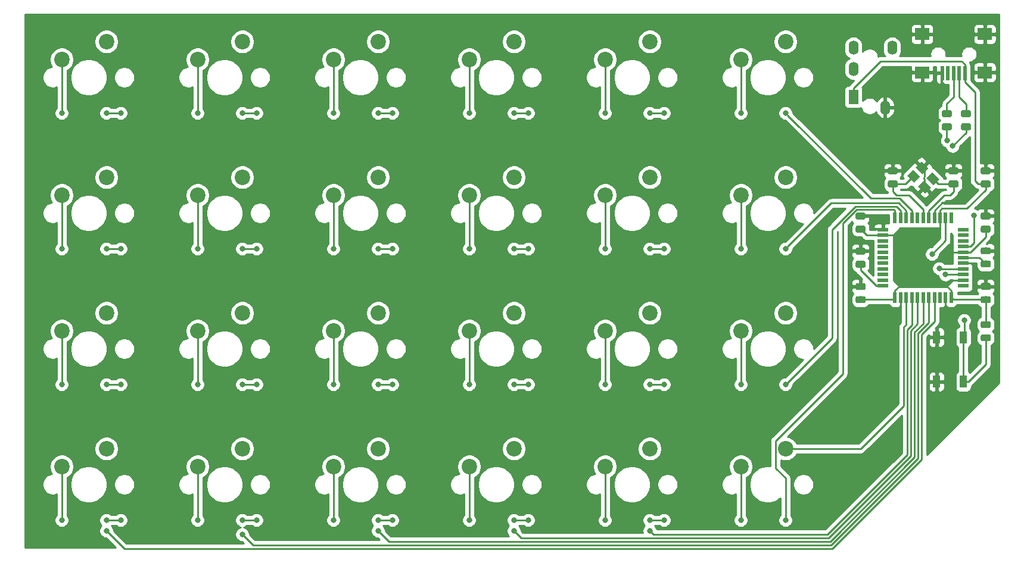
<source format=gtl>
G04 #@! TF.GenerationSoftware,KiCad,Pcbnew,(5.1.2)-2*
G04 #@! TF.CreationDate,2020-01-02T13:45:33-06:00*
G04 #@! TF.ProjectId,untitled-keyboard-project,756e7469-746c-4656-942d-6b6579626f61,rev?*
G04 #@! TF.SameCoordinates,Original*
G04 #@! TF.FileFunction,Copper,L1,Top*
G04 #@! TF.FilePolarity,Positive*
%FSLAX46Y46*%
G04 Gerber Fmt 4.6, Leading zero omitted, Abs format (unit mm)*
G04 Created by KiCad (PCBNEW (5.1.2)-2) date 2020-01-02 13:45:33*
%MOMM*%
%LPD*%
G04 APERTURE LIST*
%ADD10C,2.200000*%
%ADD11R,1.000000X1.700000*%
%ADD12C,0.100000*%
%ADD13C,0.975000*%
%ADD14R,0.550000X1.500000*%
%ADD15R,1.500000X0.550000*%
%ADD16R,2.000000X1.700000*%
%ADD17R,0.500000X2.000000*%
%ADD18O,1.400000X2.000000*%
%ADD19R,1.400000X2.000000*%
%ADD20C,1.200000*%
%ADD21C,0.800000*%
%ADD22C,0.250000*%
%ADD23C,0.254000*%
G04 APERTURE END LIST*
D10*
X127254000Y-105664000D03*
X133604000Y-103124000D03*
D11*
X197480000Y-87274000D03*
X197480000Y-93574000D03*
X193680000Y-87274000D03*
X193680000Y-93574000D03*
D12*
G36*
X201140142Y-84984674D02*
G01*
X201163803Y-84988184D01*
X201187007Y-84993996D01*
X201209529Y-85002054D01*
X201231153Y-85012282D01*
X201251670Y-85024579D01*
X201270883Y-85038829D01*
X201288607Y-85054893D01*
X201304671Y-85072617D01*
X201318921Y-85091830D01*
X201331218Y-85112347D01*
X201341446Y-85133971D01*
X201349504Y-85156493D01*
X201355316Y-85179697D01*
X201358826Y-85203358D01*
X201360000Y-85227250D01*
X201360000Y-85714750D01*
X201358826Y-85738642D01*
X201355316Y-85762303D01*
X201349504Y-85785507D01*
X201341446Y-85808029D01*
X201331218Y-85829653D01*
X201318921Y-85850170D01*
X201304671Y-85869383D01*
X201288607Y-85887107D01*
X201270883Y-85903171D01*
X201251670Y-85917421D01*
X201231153Y-85929718D01*
X201209529Y-85939946D01*
X201187007Y-85948004D01*
X201163803Y-85953816D01*
X201140142Y-85957326D01*
X201116250Y-85958500D01*
X200203750Y-85958500D01*
X200179858Y-85957326D01*
X200156197Y-85953816D01*
X200132993Y-85948004D01*
X200110471Y-85939946D01*
X200088847Y-85929718D01*
X200068330Y-85917421D01*
X200049117Y-85903171D01*
X200031393Y-85887107D01*
X200015329Y-85869383D01*
X200001079Y-85850170D01*
X199988782Y-85829653D01*
X199978554Y-85808029D01*
X199970496Y-85785507D01*
X199964684Y-85762303D01*
X199961174Y-85738642D01*
X199960000Y-85714750D01*
X199960000Y-85227250D01*
X199961174Y-85203358D01*
X199964684Y-85179697D01*
X199970496Y-85156493D01*
X199978554Y-85133971D01*
X199988782Y-85112347D01*
X200001079Y-85091830D01*
X200015329Y-85072617D01*
X200031393Y-85054893D01*
X200049117Y-85038829D01*
X200068330Y-85024579D01*
X200088847Y-85012282D01*
X200110471Y-85002054D01*
X200132993Y-84993996D01*
X200156197Y-84988184D01*
X200179858Y-84984674D01*
X200203750Y-84983500D01*
X201116250Y-84983500D01*
X201140142Y-84984674D01*
X201140142Y-84984674D01*
G37*
D13*
X200660000Y-85471000D03*
D12*
G36*
X201140142Y-86859674D02*
G01*
X201163803Y-86863184D01*
X201187007Y-86868996D01*
X201209529Y-86877054D01*
X201231153Y-86887282D01*
X201251670Y-86899579D01*
X201270883Y-86913829D01*
X201288607Y-86929893D01*
X201304671Y-86947617D01*
X201318921Y-86966830D01*
X201331218Y-86987347D01*
X201341446Y-87008971D01*
X201349504Y-87031493D01*
X201355316Y-87054697D01*
X201358826Y-87078358D01*
X201360000Y-87102250D01*
X201360000Y-87589750D01*
X201358826Y-87613642D01*
X201355316Y-87637303D01*
X201349504Y-87660507D01*
X201341446Y-87683029D01*
X201331218Y-87704653D01*
X201318921Y-87725170D01*
X201304671Y-87744383D01*
X201288607Y-87762107D01*
X201270883Y-87778171D01*
X201251670Y-87792421D01*
X201231153Y-87804718D01*
X201209529Y-87814946D01*
X201187007Y-87823004D01*
X201163803Y-87828816D01*
X201140142Y-87832326D01*
X201116250Y-87833500D01*
X200203750Y-87833500D01*
X200179858Y-87832326D01*
X200156197Y-87828816D01*
X200132993Y-87823004D01*
X200110471Y-87814946D01*
X200088847Y-87804718D01*
X200068330Y-87792421D01*
X200049117Y-87778171D01*
X200031393Y-87762107D01*
X200015329Y-87744383D01*
X200001079Y-87725170D01*
X199988782Y-87704653D01*
X199978554Y-87683029D01*
X199970496Y-87660507D01*
X199964684Y-87637303D01*
X199961174Y-87613642D01*
X199960000Y-87589750D01*
X199960000Y-87102250D01*
X199961174Y-87078358D01*
X199964684Y-87054697D01*
X199970496Y-87031493D01*
X199978554Y-87008971D01*
X199988782Y-86987347D01*
X200001079Y-86966830D01*
X200015329Y-86947617D01*
X200031393Y-86929893D01*
X200049117Y-86913829D01*
X200068330Y-86899579D01*
X200088847Y-86887282D01*
X200110471Y-86877054D01*
X200132993Y-86868996D01*
X200156197Y-86863184D01*
X200179858Y-86859674D01*
X200203750Y-86858500D01*
X201116250Y-86858500D01*
X201140142Y-86859674D01*
X201140142Y-86859674D01*
G37*
D13*
X200660000Y-87346000D03*
D12*
G36*
X201140142Y-63092174D02*
G01*
X201163803Y-63095684D01*
X201187007Y-63101496D01*
X201209529Y-63109554D01*
X201231153Y-63119782D01*
X201251670Y-63132079D01*
X201270883Y-63146329D01*
X201288607Y-63162393D01*
X201304671Y-63180117D01*
X201318921Y-63199330D01*
X201331218Y-63219847D01*
X201341446Y-63241471D01*
X201349504Y-63263993D01*
X201355316Y-63287197D01*
X201358826Y-63310858D01*
X201360000Y-63334750D01*
X201360000Y-63822250D01*
X201358826Y-63846142D01*
X201355316Y-63869803D01*
X201349504Y-63893007D01*
X201341446Y-63915529D01*
X201331218Y-63937153D01*
X201318921Y-63957670D01*
X201304671Y-63976883D01*
X201288607Y-63994607D01*
X201270883Y-64010671D01*
X201251670Y-64024921D01*
X201231153Y-64037218D01*
X201209529Y-64047446D01*
X201187007Y-64055504D01*
X201163803Y-64061316D01*
X201140142Y-64064826D01*
X201116250Y-64066000D01*
X200203750Y-64066000D01*
X200179858Y-64064826D01*
X200156197Y-64061316D01*
X200132993Y-64055504D01*
X200110471Y-64047446D01*
X200088847Y-64037218D01*
X200068330Y-64024921D01*
X200049117Y-64010671D01*
X200031393Y-63994607D01*
X200015329Y-63976883D01*
X200001079Y-63957670D01*
X199988782Y-63937153D01*
X199978554Y-63915529D01*
X199970496Y-63893007D01*
X199964684Y-63869803D01*
X199961174Y-63846142D01*
X199960000Y-63822250D01*
X199960000Y-63334750D01*
X199961174Y-63310858D01*
X199964684Y-63287197D01*
X199970496Y-63263993D01*
X199978554Y-63241471D01*
X199988782Y-63219847D01*
X200001079Y-63199330D01*
X200015329Y-63180117D01*
X200031393Y-63162393D01*
X200049117Y-63146329D01*
X200068330Y-63132079D01*
X200088847Y-63119782D01*
X200110471Y-63109554D01*
X200132993Y-63101496D01*
X200156197Y-63095684D01*
X200179858Y-63092174D01*
X200203750Y-63091000D01*
X201116250Y-63091000D01*
X201140142Y-63092174D01*
X201140142Y-63092174D01*
G37*
D13*
X200660000Y-63578500D03*
D12*
G36*
X201140142Y-64967174D02*
G01*
X201163803Y-64970684D01*
X201187007Y-64976496D01*
X201209529Y-64984554D01*
X201231153Y-64994782D01*
X201251670Y-65007079D01*
X201270883Y-65021329D01*
X201288607Y-65037393D01*
X201304671Y-65055117D01*
X201318921Y-65074330D01*
X201331218Y-65094847D01*
X201341446Y-65116471D01*
X201349504Y-65138993D01*
X201355316Y-65162197D01*
X201358826Y-65185858D01*
X201360000Y-65209750D01*
X201360000Y-65697250D01*
X201358826Y-65721142D01*
X201355316Y-65744803D01*
X201349504Y-65768007D01*
X201341446Y-65790529D01*
X201331218Y-65812153D01*
X201318921Y-65832670D01*
X201304671Y-65851883D01*
X201288607Y-65869607D01*
X201270883Y-65885671D01*
X201251670Y-65899921D01*
X201231153Y-65912218D01*
X201209529Y-65922446D01*
X201187007Y-65930504D01*
X201163803Y-65936316D01*
X201140142Y-65939826D01*
X201116250Y-65941000D01*
X200203750Y-65941000D01*
X200179858Y-65939826D01*
X200156197Y-65936316D01*
X200132993Y-65930504D01*
X200110471Y-65922446D01*
X200088847Y-65912218D01*
X200068330Y-65899921D01*
X200049117Y-65885671D01*
X200031393Y-65869607D01*
X200015329Y-65851883D01*
X200001079Y-65832670D01*
X199988782Y-65812153D01*
X199978554Y-65790529D01*
X199970496Y-65768007D01*
X199964684Y-65744803D01*
X199961174Y-65721142D01*
X199960000Y-65697250D01*
X199960000Y-65209750D01*
X199961174Y-65185858D01*
X199964684Y-65162197D01*
X199970496Y-65138993D01*
X199978554Y-65116471D01*
X199988782Y-65094847D01*
X200001079Y-65074330D01*
X200015329Y-65055117D01*
X200031393Y-65037393D01*
X200049117Y-65021329D01*
X200068330Y-65007079D01*
X200088847Y-64994782D01*
X200110471Y-64984554D01*
X200132993Y-64976496D01*
X200156197Y-64970684D01*
X200179858Y-64967174D01*
X200203750Y-64966000D01*
X201116250Y-64966000D01*
X201140142Y-64967174D01*
X201140142Y-64967174D01*
G37*
D13*
X200660000Y-65453500D03*
D12*
G36*
X201140142Y-79538674D02*
G01*
X201163803Y-79542184D01*
X201187007Y-79547996D01*
X201209529Y-79556054D01*
X201231153Y-79566282D01*
X201251670Y-79578579D01*
X201270883Y-79592829D01*
X201288607Y-79608893D01*
X201304671Y-79626617D01*
X201318921Y-79645830D01*
X201331218Y-79666347D01*
X201341446Y-79687971D01*
X201349504Y-79710493D01*
X201355316Y-79733697D01*
X201358826Y-79757358D01*
X201360000Y-79781250D01*
X201360000Y-80268750D01*
X201358826Y-80292642D01*
X201355316Y-80316303D01*
X201349504Y-80339507D01*
X201341446Y-80362029D01*
X201331218Y-80383653D01*
X201318921Y-80404170D01*
X201304671Y-80423383D01*
X201288607Y-80441107D01*
X201270883Y-80457171D01*
X201251670Y-80471421D01*
X201231153Y-80483718D01*
X201209529Y-80493946D01*
X201187007Y-80502004D01*
X201163803Y-80507816D01*
X201140142Y-80511326D01*
X201116250Y-80512500D01*
X200203750Y-80512500D01*
X200179858Y-80511326D01*
X200156197Y-80507816D01*
X200132993Y-80502004D01*
X200110471Y-80493946D01*
X200088847Y-80483718D01*
X200068330Y-80471421D01*
X200049117Y-80457171D01*
X200031393Y-80441107D01*
X200015329Y-80423383D01*
X200001079Y-80404170D01*
X199988782Y-80383653D01*
X199978554Y-80362029D01*
X199970496Y-80339507D01*
X199964684Y-80316303D01*
X199961174Y-80292642D01*
X199960000Y-80268750D01*
X199960000Y-79781250D01*
X199961174Y-79757358D01*
X199964684Y-79733697D01*
X199970496Y-79710493D01*
X199978554Y-79687971D01*
X199988782Y-79666347D01*
X200001079Y-79645830D01*
X200015329Y-79626617D01*
X200031393Y-79608893D01*
X200049117Y-79592829D01*
X200068330Y-79578579D01*
X200088847Y-79566282D01*
X200110471Y-79556054D01*
X200132993Y-79547996D01*
X200156197Y-79542184D01*
X200179858Y-79538674D01*
X200203750Y-79537500D01*
X201116250Y-79537500D01*
X201140142Y-79538674D01*
X201140142Y-79538674D01*
G37*
D13*
X200660000Y-80025000D03*
D12*
G36*
X201140142Y-81413674D02*
G01*
X201163803Y-81417184D01*
X201187007Y-81422996D01*
X201209529Y-81431054D01*
X201231153Y-81441282D01*
X201251670Y-81453579D01*
X201270883Y-81467829D01*
X201288607Y-81483893D01*
X201304671Y-81501617D01*
X201318921Y-81520830D01*
X201331218Y-81541347D01*
X201341446Y-81562971D01*
X201349504Y-81585493D01*
X201355316Y-81608697D01*
X201358826Y-81632358D01*
X201360000Y-81656250D01*
X201360000Y-82143750D01*
X201358826Y-82167642D01*
X201355316Y-82191303D01*
X201349504Y-82214507D01*
X201341446Y-82237029D01*
X201331218Y-82258653D01*
X201318921Y-82279170D01*
X201304671Y-82298383D01*
X201288607Y-82316107D01*
X201270883Y-82332171D01*
X201251670Y-82346421D01*
X201231153Y-82358718D01*
X201209529Y-82368946D01*
X201187007Y-82377004D01*
X201163803Y-82382816D01*
X201140142Y-82386326D01*
X201116250Y-82387500D01*
X200203750Y-82387500D01*
X200179858Y-82386326D01*
X200156197Y-82382816D01*
X200132993Y-82377004D01*
X200110471Y-82368946D01*
X200088847Y-82358718D01*
X200068330Y-82346421D01*
X200049117Y-82332171D01*
X200031393Y-82316107D01*
X200015329Y-82298383D01*
X200001079Y-82279170D01*
X199988782Y-82258653D01*
X199978554Y-82237029D01*
X199970496Y-82214507D01*
X199964684Y-82191303D01*
X199961174Y-82167642D01*
X199960000Y-82143750D01*
X199960000Y-81656250D01*
X199961174Y-81632358D01*
X199964684Y-81608697D01*
X199970496Y-81585493D01*
X199978554Y-81562971D01*
X199988782Y-81541347D01*
X200001079Y-81520830D01*
X200015329Y-81501617D01*
X200031393Y-81483893D01*
X200049117Y-81467829D01*
X200068330Y-81453579D01*
X200088847Y-81441282D01*
X200110471Y-81431054D01*
X200132993Y-81422996D01*
X200156197Y-81417184D01*
X200179858Y-81413674D01*
X200203750Y-81412500D01*
X201116250Y-81412500D01*
X201140142Y-81413674D01*
X201140142Y-81413674D01*
G37*
D13*
X200660000Y-81900000D03*
D12*
G36*
X201140142Y-69520674D02*
G01*
X201163803Y-69524184D01*
X201187007Y-69529996D01*
X201209529Y-69538054D01*
X201231153Y-69548282D01*
X201251670Y-69560579D01*
X201270883Y-69574829D01*
X201288607Y-69590893D01*
X201304671Y-69608617D01*
X201318921Y-69627830D01*
X201331218Y-69648347D01*
X201341446Y-69669971D01*
X201349504Y-69692493D01*
X201355316Y-69715697D01*
X201358826Y-69739358D01*
X201360000Y-69763250D01*
X201360000Y-70250750D01*
X201358826Y-70274642D01*
X201355316Y-70298303D01*
X201349504Y-70321507D01*
X201341446Y-70344029D01*
X201331218Y-70365653D01*
X201318921Y-70386170D01*
X201304671Y-70405383D01*
X201288607Y-70423107D01*
X201270883Y-70439171D01*
X201251670Y-70453421D01*
X201231153Y-70465718D01*
X201209529Y-70475946D01*
X201187007Y-70484004D01*
X201163803Y-70489816D01*
X201140142Y-70493326D01*
X201116250Y-70494500D01*
X200203750Y-70494500D01*
X200179858Y-70493326D01*
X200156197Y-70489816D01*
X200132993Y-70484004D01*
X200110471Y-70475946D01*
X200088847Y-70465718D01*
X200068330Y-70453421D01*
X200049117Y-70439171D01*
X200031393Y-70423107D01*
X200015329Y-70405383D01*
X200001079Y-70386170D01*
X199988782Y-70365653D01*
X199978554Y-70344029D01*
X199970496Y-70321507D01*
X199964684Y-70298303D01*
X199961174Y-70274642D01*
X199960000Y-70250750D01*
X199960000Y-69763250D01*
X199961174Y-69739358D01*
X199964684Y-69715697D01*
X199970496Y-69692493D01*
X199978554Y-69669971D01*
X199988782Y-69648347D01*
X200001079Y-69627830D01*
X200015329Y-69608617D01*
X200031393Y-69590893D01*
X200049117Y-69574829D01*
X200068330Y-69560579D01*
X200088847Y-69548282D01*
X200110471Y-69538054D01*
X200132993Y-69529996D01*
X200156197Y-69524184D01*
X200179858Y-69520674D01*
X200203750Y-69519500D01*
X201116250Y-69519500D01*
X201140142Y-69520674D01*
X201140142Y-69520674D01*
G37*
D13*
X200660000Y-70007000D03*
D12*
G36*
X201140142Y-71395674D02*
G01*
X201163803Y-71399184D01*
X201187007Y-71404996D01*
X201209529Y-71413054D01*
X201231153Y-71423282D01*
X201251670Y-71435579D01*
X201270883Y-71449829D01*
X201288607Y-71465893D01*
X201304671Y-71483617D01*
X201318921Y-71502830D01*
X201331218Y-71523347D01*
X201341446Y-71544971D01*
X201349504Y-71567493D01*
X201355316Y-71590697D01*
X201358826Y-71614358D01*
X201360000Y-71638250D01*
X201360000Y-72125750D01*
X201358826Y-72149642D01*
X201355316Y-72173303D01*
X201349504Y-72196507D01*
X201341446Y-72219029D01*
X201331218Y-72240653D01*
X201318921Y-72261170D01*
X201304671Y-72280383D01*
X201288607Y-72298107D01*
X201270883Y-72314171D01*
X201251670Y-72328421D01*
X201231153Y-72340718D01*
X201209529Y-72350946D01*
X201187007Y-72359004D01*
X201163803Y-72364816D01*
X201140142Y-72368326D01*
X201116250Y-72369500D01*
X200203750Y-72369500D01*
X200179858Y-72368326D01*
X200156197Y-72364816D01*
X200132993Y-72359004D01*
X200110471Y-72350946D01*
X200088847Y-72340718D01*
X200068330Y-72328421D01*
X200049117Y-72314171D01*
X200031393Y-72298107D01*
X200015329Y-72280383D01*
X200001079Y-72261170D01*
X199988782Y-72240653D01*
X199978554Y-72219029D01*
X199970496Y-72196507D01*
X199964684Y-72173303D01*
X199961174Y-72149642D01*
X199960000Y-72125750D01*
X199960000Y-71638250D01*
X199961174Y-71614358D01*
X199964684Y-71590697D01*
X199970496Y-71567493D01*
X199978554Y-71544971D01*
X199988782Y-71523347D01*
X200001079Y-71502830D01*
X200015329Y-71483617D01*
X200031393Y-71465893D01*
X200049117Y-71449829D01*
X200068330Y-71435579D01*
X200088847Y-71423282D01*
X200110471Y-71413054D01*
X200132993Y-71404996D01*
X200156197Y-71399184D01*
X200179858Y-71395674D01*
X200203750Y-71394500D01*
X201116250Y-71394500D01*
X201140142Y-71395674D01*
X201140142Y-71395674D01*
G37*
D13*
X200660000Y-71882000D03*
D14*
X195770000Y-81646000D03*
X194970000Y-81646000D03*
X194170000Y-81646000D03*
X193370000Y-81646000D03*
X192570000Y-81646000D03*
X191770000Y-81646000D03*
X190970000Y-81646000D03*
X190170000Y-81646000D03*
X189370000Y-81646000D03*
X188570000Y-81646000D03*
X187770000Y-81646000D03*
D15*
X186070000Y-79946000D03*
X186070000Y-79146000D03*
X186070000Y-78346000D03*
X186070000Y-77546000D03*
X186070000Y-76746000D03*
X186070000Y-75946000D03*
X186070000Y-75146000D03*
X186070000Y-74346000D03*
X186070000Y-73546000D03*
X186070000Y-72746000D03*
X186070000Y-71946000D03*
D14*
X187770000Y-70246000D03*
X188570000Y-70246000D03*
X189370000Y-70246000D03*
X190170000Y-70246000D03*
X190970000Y-70246000D03*
X191770000Y-70246000D03*
X192570000Y-70246000D03*
X193370000Y-70246000D03*
X194170000Y-70246000D03*
X194970000Y-70246000D03*
X195770000Y-70246000D03*
D15*
X197470000Y-71946000D03*
X197470000Y-72746000D03*
X197470000Y-73546000D03*
X197470000Y-74346000D03*
X197470000Y-75146000D03*
X197470000Y-75946000D03*
X197470000Y-76746000D03*
X197470000Y-77546000D03*
X197470000Y-78346000D03*
X197470000Y-79146000D03*
X197470000Y-79946000D03*
D12*
G36*
X201140142Y-74473674D02*
G01*
X201163803Y-74477184D01*
X201187007Y-74482996D01*
X201209529Y-74491054D01*
X201231153Y-74501282D01*
X201251670Y-74513579D01*
X201270883Y-74527829D01*
X201288607Y-74543893D01*
X201304671Y-74561617D01*
X201318921Y-74580830D01*
X201331218Y-74601347D01*
X201341446Y-74622971D01*
X201349504Y-74645493D01*
X201355316Y-74668697D01*
X201358826Y-74692358D01*
X201360000Y-74716250D01*
X201360000Y-75203750D01*
X201358826Y-75227642D01*
X201355316Y-75251303D01*
X201349504Y-75274507D01*
X201341446Y-75297029D01*
X201331218Y-75318653D01*
X201318921Y-75339170D01*
X201304671Y-75358383D01*
X201288607Y-75376107D01*
X201270883Y-75392171D01*
X201251670Y-75406421D01*
X201231153Y-75418718D01*
X201209529Y-75428946D01*
X201187007Y-75437004D01*
X201163803Y-75442816D01*
X201140142Y-75446326D01*
X201116250Y-75447500D01*
X200203750Y-75447500D01*
X200179858Y-75446326D01*
X200156197Y-75442816D01*
X200132993Y-75437004D01*
X200110471Y-75428946D01*
X200088847Y-75418718D01*
X200068330Y-75406421D01*
X200049117Y-75392171D01*
X200031393Y-75376107D01*
X200015329Y-75358383D01*
X200001079Y-75339170D01*
X199988782Y-75318653D01*
X199978554Y-75297029D01*
X199970496Y-75274507D01*
X199964684Y-75251303D01*
X199961174Y-75227642D01*
X199960000Y-75203750D01*
X199960000Y-74716250D01*
X199961174Y-74692358D01*
X199964684Y-74668697D01*
X199970496Y-74645493D01*
X199978554Y-74622971D01*
X199988782Y-74601347D01*
X200001079Y-74580830D01*
X200015329Y-74561617D01*
X200031393Y-74543893D01*
X200049117Y-74527829D01*
X200068330Y-74513579D01*
X200088847Y-74501282D01*
X200110471Y-74491054D01*
X200132993Y-74482996D01*
X200156197Y-74477184D01*
X200179858Y-74473674D01*
X200203750Y-74472500D01*
X201116250Y-74472500D01*
X201140142Y-74473674D01*
X201140142Y-74473674D01*
G37*
D13*
X200660000Y-74960000D03*
D12*
G36*
X201140142Y-76348674D02*
G01*
X201163803Y-76352184D01*
X201187007Y-76357996D01*
X201209529Y-76366054D01*
X201231153Y-76376282D01*
X201251670Y-76388579D01*
X201270883Y-76402829D01*
X201288607Y-76418893D01*
X201304671Y-76436617D01*
X201318921Y-76455830D01*
X201331218Y-76476347D01*
X201341446Y-76497971D01*
X201349504Y-76520493D01*
X201355316Y-76543697D01*
X201358826Y-76567358D01*
X201360000Y-76591250D01*
X201360000Y-77078750D01*
X201358826Y-77102642D01*
X201355316Y-77126303D01*
X201349504Y-77149507D01*
X201341446Y-77172029D01*
X201331218Y-77193653D01*
X201318921Y-77214170D01*
X201304671Y-77233383D01*
X201288607Y-77251107D01*
X201270883Y-77267171D01*
X201251670Y-77281421D01*
X201231153Y-77293718D01*
X201209529Y-77303946D01*
X201187007Y-77312004D01*
X201163803Y-77317816D01*
X201140142Y-77321326D01*
X201116250Y-77322500D01*
X200203750Y-77322500D01*
X200179858Y-77321326D01*
X200156197Y-77317816D01*
X200132993Y-77312004D01*
X200110471Y-77303946D01*
X200088847Y-77293718D01*
X200068330Y-77281421D01*
X200049117Y-77267171D01*
X200031393Y-77251107D01*
X200015329Y-77233383D01*
X200001079Y-77214170D01*
X199988782Y-77193653D01*
X199978554Y-77172029D01*
X199970496Y-77149507D01*
X199964684Y-77126303D01*
X199961174Y-77102642D01*
X199960000Y-77078750D01*
X199960000Y-76591250D01*
X199961174Y-76567358D01*
X199964684Y-76543697D01*
X199970496Y-76520493D01*
X199978554Y-76497971D01*
X199988782Y-76476347D01*
X200001079Y-76455830D01*
X200015329Y-76436617D01*
X200031393Y-76418893D01*
X200049117Y-76402829D01*
X200068330Y-76388579D01*
X200088847Y-76376282D01*
X200110471Y-76366054D01*
X200132993Y-76357996D01*
X200156197Y-76352184D01*
X200179858Y-76348674D01*
X200203750Y-76347500D01*
X201116250Y-76347500D01*
X201140142Y-76348674D01*
X201140142Y-76348674D01*
G37*
D13*
X200660000Y-76835000D03*
D12*
G36*
X187932142Y-63092174D02*
G01*
X187955803Y-63095684D01*
X187979007Y-63101496D01*
X188001529Y-63109554D01*
X188023153Y-63119782D01*
X188043670Y-63132079D01*
X188062883Y-63146329D01*
X188080607Y-63162393D01*
X188096671Y-63180117D01*
X188110921Y-63199330D01*
X188123218Y-63219847D01*
X188133446Y-63241471D01*
X188141504Y-63263993D01*
X188147316Y-63287197D01*
X188150826Y-63310858D01*
X188152000Y-63334750D01*
X188152000Y-63822250D01*
X188150826Y-63846142D01*
X188147316Y-63869803D01*
X188141504Y-63893007D01*
X188133446Y-63915529D01*
X188123218Y-63937153D01*
X188110921Y-63957670D01*
X188096671Y-63976883D01*
X188080607Y-63994607D01*
X188062883Y-64010671D01*
X188043670Y-64024921D01*
X188023153Y-64037218D01*
X188001529Y-64047446D01*
X187979007Y-64055504D01*
X187955803Y-64061316D01*
X187932142Y-64064826D01*
X187908250Y-64066000D01*
X186995750Y-64066000D01*
X186971858Y-64064826D01*
X186948197Y-64061316D01*
X186924993Y-64055504D01*
X186902471Y-64047446D01*
X186880847Y-64037218D01*
X186860330Y-64024921D01*
X186841117Y-64010671D01*
X186823393Y-63994607D01*
X186807329Y-63976883D01*
X186793079Y-63957670D01*
X186780782Y-63937153D01*
X186770554Y-63915529D01*
X186762496Y-63893007D01*
X186756684Y-63869803D01*
X186753174Y-63846142D01*
X186752000Y-63822250D01*
X186752000Y-63334750D01*
X186753174Y-63310858D01*
X186756684Y-63287197D01*
X186762496Y-63263993D01*
X186770554Y-63241471D01*
X186780782Y-63219847D01*
X186793079Y-63199330D01*
X186807329Y-63180117D01*
X186823393Y-63162393D01*
X186841117Y-63146329D01*
X186860330Y-63132079D01*
X186880847Y-63119782D01*
X186902471Y-63109554D01*
X186924993Y-63101496D01*
X186948197Y-63095684D01*
X186971858Y-63092174D01*
X186995750Y-63091000D01*
X187908250Y-63091000D01*
X187932142Y-63092174D01*
X187932142Y-63092174D01*
G37*
D13*
X187452000Y-63578500D03*
D12*
G36*
X187932142Y-64967174D02*
G01*
X187955803Y-64970684D01*
X187979007Y-64976496D01*
X188001529Y-64984554D01*
X188023153Y-64994782D01*
X188043670Y-65007079D01*
X188062883Y-65021329D01*
X188080607Y-65037393D01*
X188096671Y-65055117D01*
X188110921Y-65074330D01*
X188123218Y-65094847D01*
X188133446Y-65116471D01*
X188141504Y-65138993D01*
X188147316Y-65162197D01*
X188150826Y-65185858D01*
X188152000Y-65209750D01*
X188152000Y-65697250D01*
X188150826Y-65721142D01*
X188147316Y-65744803D01*
X188141504Y-65768007D01*
X188133446Y-65790529D01*
X188123218Y-65812153D01*
X188110921Y-65832670D01*
X188096671Y-65851883D01*
X188080607Y-65869607D01*
X188062883Y-65885671D01*
X188043670Y-65899921D01*
X188023153Y-65912218D01*
X188001529Y-65922446D01*
X187979007Y-65930504D01*
X187955803Y-65936316D01*
X187932142Y-65939826D01*
X187908250Y-65941000D01*
X186995750Y-65941000D01*
X186971858Y-65939826D01*
X186948197Y-65936316D01*
X186924993Y-65930504D01*
X186902471Y-65922446D01*
X186880847Y-65912218D01*
X186860330Y-65899921D01*
X186841117Y-65885671D01*
X186823393Y-65869607D01*
X186807329Y-65851883D01*
X186793079Y-65832670D01*
X186780782Y-65812153D01*
X186770554Y-65790529D01*
X186762496Y-65768007D01*
X186756684Y-65744803D01*
X186753174Y-65721142D01*
X186752000Y-65697250D01*
X186752000Y-65209750D01*
X186753174Y-65185858D01*
X186756684Y-65162197D01*
X186762496Y-65138993D01*
X186770554Y-65116471D01*
X186780782Y-65094847D01*
X186793079Y-65074330D01*
X186807329Y-65055117D01*
X186823393Y-65037393D01*
X186841117Y-65021329D01*
X186860330Y-65007079D01*
X186880847Y-64994782D01*
X186902471Y-64984554D01*
X186924993Y-64976496D01*
X186948197Y-64970684D01*
X186971858Y-64967174D01*
X186995750Y-64966000D01*
X187908250Y-64966000D01*
X187932142Y-64967174D01*
X187932142Y-64967174D01*
G37*
D13*
X187452000Y-65453500D03*
D12*
G36*
X196568142Y-63092174D02*
G01*
X196591803Y-63095684D01*
X196615007Y-63101496D01*
X196637529Y-63109554D01*
X196659153Y-63119782D01*
X196679670Y-63132079D01*
X196698883Y-63146329D01*
X196716607Y-63162393D01*
X196732671Y-63180117D01*
X196746921Y-63199330D01*
X196759218Y-63219847D01*
X196769446Y-63241471D01*
X196777504Y-63263993D01*
X196783316Y-63287197D01*
X196786826Y-63310858D01*
X196788000Y-63334750D01*
X196788000Y-63822250D01*
X196786826Y-63846142D01*
X196783316Y-63869803D01*
X196777504Y-63893007D01*
X196769446Y-63915529D01*
X196759218Y-63937153D01*
X196746921Y-63957670D01*
X196732671Y-63976883D01*
X196716607Y-63994607D01*
X196698883Y-64010671D01*
X196679670Y-64024921D01*
X196659153Y-64037218D01*
X196637529Y-64047446D01*
X196615007Y-64055504D01*
X196591803Y-64061316D01*
X196568142Y-64064826D01*
X196544250Y-64066000D01*
X195631750Y-64066000D01*
X195607858Y-64064826D01*
X195584197Y-64061316D01*
X195560993Y-64055504D01*
X195538471Y-64047446D01*
X195516847Y-64037218D01*
X195496330Y-64024921D01*
X195477117Y-64010671D01*
X195459393Y-63994607D01*
X195443329Y-63976883D01*
X195429079Y-63957670D01*
X195416782Y-63937153D01*
X195406554Y-63915529D01*
X195398496Y-63893007D01*
X195392684Y-63869803D01*
X195389174Y-63846142D01*
X195388000Y-63822250D01*
X195388000Y-63334750D01*
X195389174Y-63310858D01*
X195392684Y-63287197D01*
X195398496Y-63263993D01*
X195406554Y-63241471D01*
X195416782Y-63219847D01*
X195429079Y-63199330D01*
X195443329Y-63180117D01*
X195459393Y-63162393D01*
X195477117Y-63146329D01*
X195496330Y-63132079D01*
X195516847Y-63119782D01*
X195538471Y-63109554D01*
X195560993Y-63101496D01*
X195584197Y-63095684D01*
X195607858Y-63092174D01*
X195631750Y-63091000D01*
X196544250Y-63091000D01*
X196568142Y-63092174D01*
X196568142Y-63092174D01*
G37*
D13*
X196088000Y-63578500D03*
D12*
G36*
X196568142Y-64967174D02*
G01*
X196591803Y-64970684D01*
X196615007Y-64976496D01*
X196637529Y-64984554D01*
X196659153Y-64994782D01*
X196679670Y-65007079D01*
X196698883Y-65021329D01*
X196716607Y-65037393D01*
X196732671Y-65055117D01*
X196746921Y-65074330D01*
X196759218Y-65094847D01*
X196769446Y-65116471D01*
X196777504Y-65138993D01*
X196783316Y-65162197D01*
X196786826Y-65185858D01*
X196788000Y-65209750D01*
X196788000Y-65697250D01*
X196786826Y-65721142D01*
X196783316Y-65744803D01*
X196777504Y-65768007D01*
X196769446Y-65790529D01*
X196759218Y-65812153D01*
X196746921Y-65832670D01*
X196732671Y-65851883D01*
X196716607Y-65869607D01*
X196698883Y-65885671D01*
X196679670Y-65899921D01*
X196659153Y-65912218D01*
X196637529Y-65922446D01*
X196615007Y-65930504D01*
X196591803Y-65936316D01*
X196568142Y-65939826D01*
X196544250Y-65941000D01*
X195631750Y-65941000D01*
X195607858Y-65939826D01*
X195584197Y-65936316D01*
X195560993Y-65930504D01*
X195538471Y-65922446D01*
X195516847Y-65912218D01*
X195496330Y-65899921D01*
X195477117Y-65885671D01*
X195459393Y-65869607D01*
X195443329Y-65851883D01*
X195429079Y-65832670D01*
X195416782Y-65812153D01*
X195406554Y-65790529D01*
X195398496Y-65768007D01*
X195392684Y-65744803D01*
X195389174Y-65721142D01*
X195388000Y-65697250D01*
X195388000Y-65209750D01*
X195389174Y-65185858D01*
X195392684Y-65162197D01*
X195398496Y-65138993D01*
X195406554Y-65116471D01*
X195416782Y-65094847D01*
X195429079Y-65074330D01*
X195443329Y-65055117D01*
X195459393Y-65037393D01*
X195477117Y-65021329D01*
X195496330Y-65007079D01*
X195516847Y-64994782D01*
X195538471Y-64984554D01*
X195560993Y-64976496D01*
X195584197Y-64970684D01*
X195607858Y-64967174D01*
X195631750Y-64966000D01*
X196544250Y-64966000D01*
X196568142Y-64967174D01*
X196568142Y-64967174D01*
G37*
D13*
X196088000Y-65453500D03*
D16*
X191638000Y-44140000D03*
X191638000Y-49590000D03*
X200538000Y-44140000D03*
X200538000Y-49590000D03*
D17*
X194488000Y-49690000D03*
X195288000Y-49690000D03*
X196088000Y-49690000D03*
X196888000Y-49690000D03*
X197688000Y-49690000D03*
D12*
G36*
X195618142Y-56839174D02*
G01*
X195641803Y-56842684D01*
X195665007Y-56848496D01*
X195687529Y-56856554D01*
X195709153Y-56866782D01*
X195729670Y-56879079D01*
X195748883Y-56893329D01*
X195766607Y-56909393D01*
X195782671Y-56927117D01*
X195796921Y-56946330D01*
X195809218Y-56966847D01*
X195819446Y-56988471D01*
X195827504Y-57010993D01*
X195833316Y-57034197D01*
X195836826Y-57057858D01*
X195838000Y-57081750D01*
X195838000Y-57569250D01*
X195836826Y-57593142D01*
X195833316Y-57616803D01*
X195827504Y-57640007D01*
X195819446Y-57662529D01*
X195809218Y-57684153D01*
X195796921Y-57704670D01*
X195782671Y-57723883D01*
X195766607Y-57741607D01*
X195748883Y-57757671D01*
X195729670Y-57771921D01*
X195709153Y-57784218D01*
X195687529Y-57794446D01*
X195665007Y-57802504D01*
X195641803Y-57808316D01*
X195618142Y-57811826D01*
X195594250Y-57813000D01*
X194681750Y-57813000D01*
X194657858Y-57811826D01*
X194634197Y-57808316D01*
X194610993Y-57802504D01*
X194588471Y-57794446D01*
X194566847Y-57784218D01*
X194546330Y-57771921D01*
X194527117Y-57757671D01*
X194509393Y-57741607D01*
X194493329Y-57723883D01*
X194479079Y-57704670D01*
X194466782Y-57684153D01*
X194456554Y-57662529D01*
X194448496Y-57640007D01*
X194442684Y-57616803D01*
X194439174Y-57593142D01*
X194438000Y-57569250D01*
X194438000Y-57081750D01*
X194439174Y-57057858D01*
X194442684Y-57034197D01*
X194448496Y-57010993D01*
X194456554Y-56988471D01*
X194466782Y-56966847D01*
X194479079Y-56946330D01*
X194493329Y-56927117D01*
X194509393Y-56909393D01*
X194527117Y-56893329D01*
X194546330Y-56879079D01*
X194566847Y-56866782D01*
X194588471Y-56856554D01*
X194610993Y-56848496D01*
X194634197Y-56842684D01*
X194657858Y-56839174D01*
X194681750Y-56838000D01*
X195594250Y-56838000D01*
X195618142Y-56839174D01*
X195618142Y-56839174D01*
G37*
D13*
X195138000Y-57325500D03*
D12*
G36*
X195618142Y-54964174D02*
G01*
X195641803Y-54967684D01*
X195665007Y-54973496D01*
X195687529Y-54981554D01*
X195709153Y-54991782D01*
X195729670Y-55004079D01*
X195748883Y-55018329D01*
X195766607Y-55034393D01*
X195782671Y-55052117D01*
X195796921Y-55071330D01*
X195809218Y-55091847D01*
X195819446Y-55113471D01*
X195827504Y-55135993D01*
X195833316Y-55159197D01*
X195836826Y-55182858D01*
X195838000Y-55206750D01*
X195838000Y-55694250D01*
X195836826Y-55718142D01*
X195833316Y-55741803D01*
X195827504Y-55765007D01*
X195819446Y-55787529D01*
X195809218Y-55809153D01*
X195796921Y-55829670D01*
X195782671Y-55848883D01*
X195766607Y-55866607D01*
X195748883Y-55882671D01*
X195729670Y-55896921D01*
X195709153Y-55909218D01*
X195687529Y-55919446D01*
X195665007Y-55927504D01*
X195641803Y-55933316D01*
X195618142Y-55936826D01*
X195594250Y-55938000D01*
X194681750Y-55938000D01*
X194657858Y-55936826D01*
X194634197Y-55933316D01*
X194610993Y-55927504D01*
X194588471Y-55919446D01*
X194566847Y-55909218D01*
X194546330Y-55896921D01*
X194527117Y-55882671D01*
X194509393Y-55866607D01*
X194493329Y-55848883D01*
X194479079Y-55829670D01*
X194466782Y-55809153D01*
X194456554Y-55787529D01*
X194448496Y-55765007D01*
X194442684Y-55741803D01*
X194439174Y-55718142D01*
X194438000Y-55694250D01*
X194438000Y-55206750D01*
X194439174Y-55182858D01*
X194442684Y-55159197D01*
X194448496Y-55135993D01*
X194456554Y-55113471D01*
X194466782Y-55091847D01*
X194479079Y-55071330D01*
X194493329Y-55052117D01*
X194509393Y-55034393D01*
X194527117Y-55018329D01*
X194546330Y-55004079D01*
X194566847Y-54991782D01*
X194588471Y-54981554D01*
X194610993Y-54973496D01*
X194634197Y-54967684D01*
X194657858Y-54964174D01*
X194681750Y-54963000D01*
X195594250Y-54963000D01*
X195618142Y-54964174D01*
X195618142Y-54964174D01*
G37*
D13*
X195138000Y-55450500D03*
D12*
G36*
X198346142Y-56839174D02*
G01*
X198369803Y-56842684D01*
X198393007Y-56848496D01*
X198415529Y-56856554D01*
X198437153Y-56866782D01*
X198457670Y-56879079D01*
X198476883Y-56893329D01*
X198494607Y-56909393D01*
X198510671Y-56927117D01*
X198524921Y-56946330D01*
X198537218Y-56966847D01*
X198547446Y-56988471D01*
X198555504Y-57010993D01*
X198561316Y-57034197D01*
X198564826Y-57057858D01*
X198566000Y-57081750D01*
X198566000Y-57569250D01*
X198564826Y-57593142D01*
X198561316Y-57616803D01*
X198555504Y-57640007D01*
X198547446Y-57662529D01*
X198537218Y-57684153D01*
X198524921Y-57704670D01*
X198510671Y-57723883D01*
X198494607Y-57741607D01*
X198476883Y-57757671D01*
X198457670Y-57771921D01*
X198437153Y-57784218D01*
X198415529Y-57794446D01*
X198393007Y-57802504D01*
X198369803Y-57808316D01*
X198346142Y-57811826D01*
X198322250Y-57813000D01*
X197409750Y-57813000D01*
X197385858Y-57811826D01*
X197362197Y-57808316D01*
X197338993Y-57802504D01*
X197316471Y-57794446D01*
X197294847Y-57784218D01*
X197274330Y-57771921D01*
X197255117Y-57757671D01*
X197237393Y-57741607D01*
X197221329Y-57723883D01*
X197207079Y-57704670D01*
X197194782Y-57684153D01*
X197184554Y-57662529D01*
X197176496Y-57640007D01*
X197170684Y-57616803D01*
X197167174Y-57593142D01*
X197166000Y-57569250D01*
X197166000Y-57081750D01*
X197167174Y-57057858D01*
X197170684Y-57034197D01*
X197176496Y-57010993D01*
X197184554Y-56988471D01*
X197194782Y-56966847D01*
X197207079Y-56946330D01*
X197221329Y-56927117D01*
X197237393Y-56909393D01*
X197255117Y-56893329D01*
X197274330Y-56879079D01*
X197294847Y-56866782D01*
X197316471Y-56856554D01*
X197338993Y-56848496D01*
X197362197Y-56842684D01*
X197385858Y-56839174D01*
X197409750Y-56838000D01*
X198322250Y-56838000D01*
X198346142Y-56839174D01*
X198346142Y-56839174D01*
G37*
D13*
X197866000Y-57325500D03*
D12*
G36*
X198346142Y-54964174D02*
G01*
X198369803Y-54967684D01*
X198393007Y-54973496D01*
X198415529Y-54981554D01*
X198437153Y-54991782D01*
X198457670Y-55004079D01*
X198476883Y-55018329D01*
X198494607Y-55034393D01*
X198510671Y-55052117D01*
X198524921Y-55071330D01*
X198537218Y-55091847D01*
X198547446Y-55113471D01*
X198555504Y-55135993D01*
X198561316Y-55159197D01*
X198564826Y-55182858D01*
X198566000Y-55206750D01*
X198566000Y-55694250D01*
X198564826Y-55718142D01*
X198561316Y-55741803D01*
X198555504Y-55765007D01*
X198547446Y-55787529D01*
X198537218Y-55809153D01*
X198524921Y-55829670D01*
X198510671Y-55848883D01*
X198494607Y-55866607D01*
X198476883Y-55882671D01*
X198457670Y-55896921D01*
X198437153Y-55909218D01*
X198415529Y-55919446D01*
X198393007Y-55927504D01*
X198369803Y-55933316D01*
X198346142Y-55936826D01*
X198322250Y-55938000D01*
X197409750Y-55938000D01*
X197385858Y-55936826D01*
X197362197Y-55933316D01*
X197338993Y-55927504D01*
X197316471Y-55919446D01*
X197294847Y-55909218D01*
X197274330Y-55896921D01*
X197255117Y-55882671D01*
X197237393Y-55866607D01*
X197221329Y-55848883D01*
X197207079Y-55829670D01*
X197194782Y-55809153D01*
X197184554Y-55787529D01*
X197176496Y-55765007D01*
X197170684Y-55741803D01*
X197167174Y-55718142D01*
X197166000Y-55694250D01*
X197166000Y-55206750D01*
X197167174Y-55182858D01*
X197170684Y-55159197D01*
X197176496Y-55135993D01*
X197184554Y-55113471D01*
X197194782Y-55091847D01*
X197207079Y-55071330D01*
X197221329Y-55052117D01*
X197237393Y-55034393D01*
X197255117Y-55018329D01*
X197274330Y-55004079D01*
X197294847Y-54991782D01*
X197316471Y-54981554D01*
X197338993Y-54973496D01*
X197362197Y-54967684D01*
X197385858Y-54964174D01*
X197409750Y-54963000D01*
X198322250Y-54963000D01*
X198346142Y-54964174D01*
X198346142Y-54964174D01*
G37*
D13*
X197866000Y-55450500D03*
D12*
G36*
X183360142Y-74522174D02*
G01*
X183383803Y-74525684D01*
X183407007Y-74531496D01*
X183429529Y-74539554D01*
X183451153Y-74549782D01*
X183471670Y-74562079D01*
X183490883Y-74576329D01*
X183508607Y-74592393D01*
X183524671Y-74610117D01*
X183538921Y-74629330D01*
X183551218Y-74649847D01*
X183561446Y-74671471D01*
X183569504Y-74693993D01*
X183575316Y-74717197D01*
X183578826Y-74740858D01*
X183580000Y-74764750D01*
X183580000Y-75252250D01*
X183578826Y-75276142D01*
X183575316Y-75299803D01*
X183569504Y-75323007D01*
X183561446Y-75345529D01*
X183551218Y-75367153D01*
X183538921Y-75387670D01*
X183524671Y-75406883D01*
X183508607Y-75424607D01*
X183490883Y-75440671D01*
X183471670Y-75454921D01*
X183451153Y-75467218D01*
X183429529Y-75477446D01*
X183407007Y-75485504D01*
X183383803Y-75491316D01*
X183360142Y-75494826D01*
X183336250Y-75496000D01*
X182423750Y-75496000D01*
X182399858Y-75494826D01*
X182376197Y-75491316D01*
X182352993Y-75485504D01*
X182330471Y-75477446D01*
X182308847Y-75467218D01*
X182288330Y-75454921D01*
X182269117Y-75440671D01*
X182251393Y-75424607D01*
X182235329Y-75406883D01*
X182221079Y-75387670D01*
X182208782Y-75367153D01*
X182198554Y-75345529D01*
X182190496Y-75323007D01*
X182184684Y-75299803D01*
X182181174Y-75276142D01*
X182180000Y-75252250D01*
X182180000Y-74764750D01*
X182181174Y-74740858D01*
X182184684Y-74717197D01*
X182190496Y-74693993D01*
X182198554Y-74671471D01*
X182208782Y-74649847D01*
X182221079Y-74629330D01*
X182235329Y-74610117D01*
X182251393Y-74592393D01*
X182269117Y-74576329D01*
X182288330Y-74562079D01*
X182308847Y-74549782D01*
X182330471Y-74539554D01*
X182352993Y-74531496D01*
X182376197Y-74525684D01*
X182399858Y-74522174D01*
X182423750Y-74521000D01*
X183336250Y-74521000D01*
X183360142Y-74522174D01*
X183360142Y-74522174D01*
G37*
D13*
X182880000Y-75008500D03*
D12*
G36*
X183360142Y-76397174D02*
G01*
X183383803Y-76400684D01*
X183407007Y-76406496D01*
X183429529Y-76414554D01*
X183451153Y-76424782D01*
X183471670Y-76437079D01*
X183490883Y-76451329D01*
X183508607Y-76467393D01*
X183524671Y-76485117D01*
X183538921Y-76504330D01*
X183551218Y-76524847D01*
X183561446Y-76546471D01*
X183569504Y-76568993D01*
X183575316Y-76592197D01*
X183578826Y-76615858D01*
X183580000Y-76639750D01*
X183580000Y-77127250D01*
X183578826Y-77151142D01*
X183575316Y-77174803D01*
X183569504Y-77198007D01*
X183561446Y-77220529D01*
X183551218Y-77242153D01*
X183538921Y-77262670D01*
X183524671Y-77281883D01*
X183508607Y-77299607D01*
X183490883Y-77315671D01*
X183471670Y-77329921D01*
X183451153Y-77342218D01*
X183429529Y-77352446D01*
X183407007Y-77360504D01*
X183383803Y-77366316D01*
X183360142Y-77369826D01*
X183336250Y-77371000D01*
X182423750Y-77371000D01*
X182399858Y-77369826D01*
X182376197Y-77366316D01*
X182352993Y-77360504D01*
X182330471Y-77352446D01*
X182308847Y-77342218D01*
X182288330Y-77329921D01*
X182269117Y-77315671D01*
X182251393Y-77299607D01*
X182235329Y-77281883D01*
X182221079Y-77262670D01*
X182208782Y-77242153D01*
X182198554Y-77220529D01*
X182190496Y-77198007D01*
X182184684Y-77174803D01*
X182181174Y-77151142D01*
X182180000Y-77127250D01*
X182180000Y-76639750D01*
X182181174Y-76615858D01*
X182184684Y-76592197D01*
X182190496Y-76568993D01*
X182198554Y-76546471D01*
X182208782Y-76524847D01*
X182221079Y-76504330D01*
X182235329Y-76485117D01*
X182251393Y-76467393D01*
X182269117Y-76451329D01*
X182288330Y-76437079D01*
X182308847Y-76424782D01*
X182330471Y-76414554D01*
X182352993Y-76406496D01*
X182376197Y-76400684D01*
X182399858Y-76397174D01*
X182423750Y-76396000D01*
X183336250Y-76396000D01*
X183360142Y-76397174D01*
X183360142Y-76397174D01*
G37*
D13*
X182880000Y-76883500D03*
D18*
X181864000Y-46086000D03*
X181864000Y-49086000D03*
D19*
X181864000Y-53086000D03*
D18*
X186364000Y-54586000D03*
X187364000Y-46086000D03*
D12*
G36*
X183360142Y-81428674D02*
G01*
X183383803Y-81432184D01*
X183407007Y-81437996D01*
X183429529Y-81446054D01*
X183451153Y-81456282D01*
X183471670Y-81468579D01*
X183490883Y-81482829D01*
X183508607Y-81498893D01*
X183524671Y-81516617D01*
X183538921Y-81535830D01*
X183551218Y-81556347D01*
X183561446Y-81577971D01*
X183569504Y-81600493D01*
X183575316Y-81623697D01*
X183578826Y-81647358D01*
X183580000Y-81671250D01*
X183580000Y-82158750D01*
X183578826Y-82182642D01*
X183575316Y-82206303D01*
X183569504Y-82229507D01*
X183561446Y-82252029D01*
X183551218Y-82273653D01*
X183538921Y-82294170D01*
X183524671Y-82313383D01*
X183508607Y-82331107D01*
X183490883Y-82347171D01*
X183471670Y-82361421D01*
X183451153Y-82373718D01*
X183429529Y-82383946D01*
X183407007Y-82392004D01*
X183383803Y-82397816D01*
X183360142Y-82401326D01*
X183336250Y-82402500D01*
X182423750Y-82402500D01*
X182399858Y-82401326D01*
X182376197Y-82397816D01*
X182352993Y-82392004D01*
X182330471Y-82383946D01*
X182308847Y-82373718D01*
X182288330Y-82361421D01*
X182269117Y-82347171D01*
X182251393Y-82331107D01*
X182235329Y-82313383D01*
X182221079Y-82294170D01*
X182208782Y-82273653D01*
X182198554Y-82252029D01*
X182190496Y-82229507D01*
X182184684Y-82206303D01*
X182181174Y-82182642D01*
X182180000Y-82158750D01*
X182180000Y-81671250D01*
X182181174Y-81647358D01*
X182184684Y-81623697D01*
X182190496Y-81600493D01*
X182198554Y-81577971D01*
X182208782Y-81556347D01*
X182221079Y-81535830D01*
X182235329Y-81516617D01*
X182251393Y-81498893D01*
X182269117Y-81482829D01*
X182288330Y-81468579D01*
X182308847Y-81456282D01*
X182330471Y-81446054D01*
X182352993Y-81437996D01*
X182376197Y-81432184D01*
X182399858Y-81428674D01*
X182423750Y-81427500D01*
X183336250Y-81427500D01*
X183360142Y-81428674D01*
X183360142Y-81428674D01*
G37*
D13*
X182880000Y-81915000D03*
D12*
G36*
X183360142Y-79553674D02*
G01*
X183383803Y-79557184D01*
X183407007Y-79562996D01*
X183429529Y-79571054D01*
X183451153Y-79581282D01*
X183471670Y-79593579D01*
X183490883Y-79607829D01*
X183508607Y-79623893D01*
X183524671Y-79641617D01*
X183538921Y-79660830D01*
X183551218Y-79681347D01*
X183561446Y-79702971D01*
X183569504Y-79725493D01*
X183575316Y-79748697D01*
X183578826Y-79772358D01*
X183580000Y-79796250D01*
X183580000Y-80283750D01*
X183578826Y-80307642D01*
X183575316Y-80331303D01*
X183569504Y-80354507D01*
X183561446Y-80377029D01*
X183551218Y-80398653D01*
X183538921Y-80419170D01*
X183524671Y-80438383D01*
X183508607Y-80456107D01*
X183490883Y-80472171D01*
X183471670Y-80486421D01*
X183451153Y-80498718D01*
X183429529Y-80508946D01*
X183407007Y-80517004D01*
X183383803Y-80522816D01*
X183360142Y-80526326D01*
X183336250Y-80527500D01*
X182423750Y-80527500D01*
X182399858Y-80526326D01*
X182376197Y-80522816D01*
X182352993Y-80517004D01*
X182330471Y-80508946D01*
X182308847Y-80498718D01*
X182288330Y-80486421D01*
X182269117Y-80472171D01*
X182251393Y-80456107D01*
X182235329Y-80438383D01*
X182221079Y-80419170D01*
X182208782Y-80398653D01*
X182198554Y-80377029D01*
X182190496Y-80354507D01*
X182184684Y-80331303D01*
X182181174Y-80307642D01*
X182180000Y-80283750D01*
X182180000Y-79796250D01*
X182181174Y-79772358D01*
X182184684Y-79748697D01*
X182190496Y-79725493D01*
X182198554Y-79702971D01*
X182208782Y-79681347D01*
X182221079Y-79660830D01*
X182235329Y-79641617D01*
X182251393Y-79623893D01*
X182269117Y-79607829D01*
X182288330Y-79593579D01*
X182308847Y-79581282D01*
X182330471Y-79571054D01*
X182352993Y-79562996D01*
X182376197Y-79557184D01*
X182399858Y-79553674D01*
X182423750Y-79552500D01*
X183336250Y-79552500D01*
X183360142Y-79553674D01*
X183360142Y-79553674D01*
G37*
D13*
X182880000Y-80040000D03*
D12*
G36*
X183360142Y-69520674D02*
G01*
X183383803Y-69524184D01*
X183407007Y-69529996D01*
X183429529Y-69538054D01*
X183451153Y-69548282D01*
X183471670Y-69560579D01*
X183490883Y-69574829D01*
X183508607Y-69590893D01*
X183524671Y-69608617D01*
X183538921Y-69627830D01*
X183551218Y-69648347D01*
X183561446Y-69669971D01*
X183569504Y-69692493D01*
X183575316Y-69715697D01*
X183578826Y-69739358D01*
X183580000Y-69763250D01*
X183580000Y-70250750D01*
X183578826Y-70274642D01*
X183575316Y-70298303D01*
X183569504Y-70321507D01*
X183561446Y-70344029D01*
X183551218Y-70365653D01*
X183538921Y-70386170D01*
X183524671Y-70405383D01*
X183508607Y-70423107D01*
X183490883Y-70439171D01*
X183471670Y-70453421D01*
X183451153Y-70465718D01*
X183429529Y-70475946D01*
X183407007Y-70484004D01*
X183383803Y-70489816D01*
X183360142Y-70493326D01*
X183336250Y-70494500D01*
X182423750Y-70494500D01*
X182399858Y-70493326D01*
X182376197Y-70489816D01*
X182352993Y-70484004D01*
X182330471Y-70475946D01*
X182308847Y-70465718D01*
X182288330Y-70453421D01*
X182269117Y-70439171D01*
X182251393Y-70423107D01*
X182235329Y-70405383D01*
X182221079Y-70386170D01*
X182208782Y-70365653D01*
X182198554Y-70344029D01*
X182190496Y-70321507D01*
X182184684Y-70298303D01*
X182181174Y-70274642D01*
X182180000Y-70250750D01*
X182180000Y-69763250D01*
X182181174Y-69739358D01*
X182184684Y-69715697D01*
X182190496Y-69692493D01*
X182198554Y-69669971D01*
X182208782Y-69648347D01*
X182221079Y-69627830D01*
X182235329Y-69608617D01*
X182251393Y-69590893D01*
X182269117Y-69574829D01*
X182288330Y-69560579D01*
X182308847Y-69548282D01*
X182330471Y-69538054D01*
X182352993Y-69529996D01*
X182376197Y-69524184D01*
X182399858Y-69520674D01*
X182423750Y-69519500D01*
X183336250Y-69519500D01*
X183360142Y-69520674D01*
X183360142Y-69520674D01*
G37*
D13*
X182880000Y-70007000D03*
D12*
G36*
X183360142Y-71395674D02*
G01*
X183383803Y-71399184D01*
X183407007Y-71404996D01*
X183429529Y-71413054D01*
X183451153Y-71423282D01*
X183471670Y-71435579D01*
X183490883Y-71449829D01*
X183508607Y-71465893D01*
X183524671Y-71483617D01*
X183538921Y-71502830D01*
X183551218Y-71523347D01*
X183561446Y-71544971D01*
X183569504Y-71567493D01*
X183575316Y-71590697D01*
X183578826Y-71614358D01*
X183580000Y-71638250D01*
X183580000Y-72125750D01*
X183578826Y-72149642D01*
X183575316Y-72173303D01*
X183569504Y-72196507D01*
X183561446Y-72219029D01*
X183551218Y-72240653D01*
X183538921Y-72261170D01*
X183524671Y-72280383D01*
X183508607Y-72298107D01*
X183490883Y-72314171D01*
X183471670Y-72328421D01*
X183451153Y-72340718D01*
X183429529Y-72350946D01*
X183407007Y-72359004D01*
X183383803Y-72364816D01*
X183360142Y-72368326D01*
X183336250Y-72369500D01*
X182423750Y-72369500D01*
X182399858Y-72368326D01*
X182376197Y-72364816D01*
X182352993Y-72359004D01*
X182330471Y-72350946D01*
X182308847Y-72340718D01*
X182288330Y-72328421D01*
X182269117Y-72314171D01*
X182251393Y-72298107D01*
X182235329Y-72280383D01*
X182221079Y-72261170D01*
X182208782Y-72240653D01*
X182198554Y-72219029D01*
X182190496Y-72196507D01*
X182184684Y-72173303D01*
X182181174Y-72149642D01*
X182180000Y-72125750D01*
X182180000Y-71638250D01*
X182181174Y-71614358D01*
X182184684Y-71590697D01*
X182190496Y-71567493D01*
X182198554Y-71544971D01*
X182208782Y-71523347D01*
X182221079Y-71502830D01*
X182235329Y-71483617D01*
X182251393Y-71465893D01*
X182269117Y-71449829D01*
X182288330Y-71435579D01*
X182308847Y-71423282D01*
X182330471Y-71413054D01*
X182352993Y-71404996D01*
X182376197Y-71399184D01*
X182399858Y-71395674D01*
X182423750Y-71394500D01*
X183336250Y-71394500D01*
X183360142Y-71395674D01*
X183360142Y-71395674D01*
G37*
D13*
X182880000Y-71882000D03*
D20*
X193148858Y-64692777D03*
D12*
G36*
X194068097Y-64763488D02*
G01*
X193219569Y-65612016D01*
X192229619Y-64622066D01*
X193078147Y-63773538D01*
X194068097Y-64763488D01*
X194068097Y-64763488D01*
G37*
D20*
X191593223Y-63137142D03*
D12*
G36*
X192512462Y-63207853D02*
G01*
X191663934Y-64056381D01*
X190673984Y-63066431D01*
X191522512Y-62217903D01*
X192512462Y-63207853D01*
X192512462Y-63207853D01*
G37*
D20*
X190391142Y-64339223D03*
D12*
G36*
X191310381Y-64409934D02*
G01*
X190461853Y-65258462D01*
X189471903Y-64268512D01*
X190320431Y-63419984D01*
X191310381Y-64409934D01*
X191310381Y-64409934D01*
G37*
D20*
X191946777Y-65894858D03*
D12*
G36*
X192866016Y-65965569D02*
G01*
X192017488Y-66814097D01*
X191027538Y-65824147D01*
X191876066Y-64975619D01*
X192866016Y-65965569D01*
X192866016Y-65965569D01*
G37*
D10*
X75692000Y-45212000D03*
X69342000Y-47752000D03*
X94996000Y-45212000D03*
X88646000Y-47752000D03*
X114300000Y-45212000D03*
X107950000Y-47752000D03*
X133604000Y-45212000D03*
X127254000Y-47752000D03*
X146558000Y-47752000D03*
X152908000Y-45212000D03*
X165862000Y-47752000D03*
X172212000Y-45212000D03*
X75692000Y-64516000D03*
X69342000Y-67056000D03*
X94996000Y-64516000D03*
X88646000Y-67056000D03*
X114300000Y-64516000D03*
X107950000Y-67056000D03*
X133604000Y-64516000D03*
X127254000Y-67056000D03*
X146558000Y-67056000D03*
X152908000Y-64516000D03*
X165862000Y-67056000D03*
X172212000Y-64516000D03*
X69342000Y-86360000D03*
X75692000Y-83820000D03*
X88646000Y-86360000D03*
X94996000Y-83820000D03*
X107950000Y-86360000D03*
X114300000Y-83820000D03*
X127254000Y-86360000D03*
X133604000Y-83820000D03*
X152908000Y-83820000D03*
X146558000Y-86360000D03*
X165862000Y-86360000D03*
X172212000Y-83820000D03*
X69342000Y-105664000D03*
X75692000Y-103124000D03*
X88646000Y-105664000D03*
X94996000Y-103124000D03*
X114300000Y-103124000D03*
X107950000Y-105664000D03*
X152908000Y-103124000D03*
X146558000Y-105664000D03*
X172212000Y-103124000D03*
X165862000Y-105664000D03*
D21*
X186055000Y-70612000D03*
X193040000Y-101600000D03*
X195580000Y-99060000D03*
X198120000Y-96520000D03*
X200660000Y-93980000D03*
X200660000Y-53340000D03*
X200660000Y-55880000D03*
X200660000Y-58420000D03*
X200660000Y-60960000D03*
X185420000Y-86360000D03*
X185420000Y-88900000D03*
X185420000Y-91440000D03*
X185420000Y-93980000D03*
X185420000Y-96520000D03*
X182880000Y-99060000D03*
X182880000Y-86360000D03*
X182880000Y-88900000D03*
X182880000Y-91440000D03*
X182880000Y-93980000D03*
X182880000Y-96520000D03*
X180340000Y-99060000D03*
X182880000Y-106680000D03*
X185420000Y-104140000D03*
X180340000Y-109220000D03*
X187960000Y-101600000D03*
X177800000Y-58420000D03*
X180340000Y-60960000D03*
X182880000Y-63500000D03*
X119380000Y-100330000D03*
X123190000Y-100330000D03*
X123190000Y-96520000D03*
X119380000Y-96520000D03*
X104140000Y-100330000D03*
X104140000Y-96520000D03*
X100330000Y-96520000D03*
X100330000Y-100330000D03*
X85090000Y-100330000D03*
X85090000Y-96520000D03*
X81280000Y-96520000D03*
X81280000Y-100330000D03*
X85090000Y-77470000D03*
X81280000Y-77470000D03*
X81280000Y-81280000D03*
X85090000Y-81280000D03*
X100330000Y-77470000D03*
X100330000Y-81280000D03*
X104140000Y-81280000D03*
X104140000Y-77470000D03*
X119380000Y-77470000D03*
X119380000Y-81280000D03*
X123190000Y-81280000D03*
X123190000Y-77470000D03*
X138430000Y-77470000D03*
X138430000Y-81280000D03*
X142240000Y-77470000D03*
X142240000Y-81280000D03*
X157480000Y-77470000D03*
X161290000Y-77470000D03*
X157480000Y-81280000D03*
X161290000Y-81280000D03*
X157480000Y-58420000D03*
X161290000Y-58420000D03*
X161290000Y-62230000D03*
X157480000Y-62230000D03*
X138430000Y-58420000D03*
X142240000Y-58420000D03*
X142240000Y-62230000D03*
X138430000Y-62230000D03*
X119380000Y-58420000D03*
X123190000Y-58420000D03*
X123190000Y-62230000D03*
X119380000Y-62230000D03*
X104140000Y-58420000D03*
X104140000Y-62230000D03*
X100330000Y-62230000D03*
X100330000Y-58420000D03*
X81280000Y-58420000D03*
X85090000Y-58420000D03*
X85090000Y-62230000D03*
X81280000Y-62230000D03*
X138430000Y-96520000D03*
X142240000Y-96520000D03*
X142240000Y-100330000D03*
X138430000Y-100330000D03*
X157480000Y-96520000D03*
X161290000Y-96520000D03*
X161290000Y-100330000D03*
X157480000Y-100330000D03*
X69342000Y-55372000D03*
X94996000Y-55372000D03*
X75692000Y-55372000D03*
X114300000Y-55372000D03*
X133604000Y-55372000D03*
X152908000Y-55372000D03*
X172212000Y-55372000D03*
X77724000Y-55372000D03*
X97028000Y-55372000D03*
X116332000Y-55372000D03*
X135636000Y-55372000D03*
X154940000Y-55372000D03*
X88646000Y-55372000D03*
X75692000Y-74676000D03*
X94996000Y-74676000D03*
X114300000Y-74676000D03*
X133604000Y-74676000D03*
X152908000Y-74676000D03*
X172212000Y-74676000D03*
X77724000Y-74676000D03*
X97028000Y-74676000D03*
X116332000Y-74676000D03*
X135636000Y-74676000D03*
X154940000Y-74676000D03*
X107950000Y-55372000D03*
X75692000Y-93980000D03*
X94996000Y-93980000D03*
X114300000Y-93980000D03*
X133604000Y-93980000D03*
X152908000Y-93980000D03*
X172212000Y-93980000D03*
X77724000Y-93980000D03*
X97028000Y-93980000D03*
X116332000Y-93980000D03*
X135636000Y-93980000D03*
X154940000Y-93980000D03*
X127254000Y-55372000D03*
X75692000Y-113284000D03*
X94996000Y-113284000D03*
X114300000Y-113284000D03*
X133604000Y-113284000D03*
X152908000Y-113284000D03*
X172212000Y-113284000D03*
X77724000Y-113284000D03*
X97028000Y-113284000D03*
X116332000Y-113284000D03*
X135636000Y-113284000D03*
X154940000Y-113284000D03*
X146558000Y-55372000D03*
X165862000Y-55372000D03*
X69342000Y-74676000D03*
X88646000Y-74676000D03*
X107950000Y-74676000D03*
X127254000Y-74676000D03*
X146558000Y-74676000D03*
X165862000Y-74676000D03*
X69342000Y-93980000D03*
X88646000Y-93980000D03*
X107950000Y-93980000D03*
X127254000Y-93980000D03*
X146558000Y-93980000D03*
X165862000Y-93980000D03*
X69342000Y-113284000D03*
X88646000Y-113284000D03*
X107950000Y-113284000D03*
X127254000Y-113284000D03*
X146558000Y-113284000D03*
X165862000Y-113284000D03*
X199009000Y-69977000D03*
X75692000Y-114808000D03*
X94996000Y-115316000D03*
X114300000Y-114808000D03*
X133604000Y-114808000D03*
X152908000Y-114808000D03*
X195961000Y-60071000D03*
X194945000Y-78359000D03*
X195199000Y-59309000D03*
X194056000Y-77470000D03*
X193040000Y-75438000D03*
X197612000Y-84835988D03*
D22*
X191904609Y-64756692D02*
X191946777Y-64798860D01*
X191904609Y-64487440D02*
X191904609Y-64756692D01*
X191946777Y-64798860D02*
X191946777Y-65894858D01*
X191593223Y-63137142D02*
X191946777Y-63490696D01*
X191946777Y-63490696D02*
X191946777Y-64445272D01*
X191946777Y-64445272D02*
X191904609Y-64487440D01*
X198470000Y-76746000D02*
X198508000Y-76708000D01*
X197470000Y-76746000D02*
X198470000Y-76746000D01*
X198508000Y-76708000D02*
X199009000Y-76708000D01*
X188570000Y-81646000D02*
X188570000Y-83210000D01*
X188570000Y-83210000D02*
X187960000Y-83820000D01*
X194970000Y-81646000D02*
X194970000Y-83210000D01*
X194970000Y-83210000D02*
X195072000Y-83312000D01*
X193370000Y-70246000D02*
X193370000Y-69246000D01*
X194544000Y-68072000D02*
X196711980Y-68072000D01*
X193370000Y-69246000D02*
X194544000Y-68072000D01*
X186055000Y-71931000D02*
X186070000Y-71946000D01*
X186055000Y-70612000D02*
X186055000Y-71931000D01*
X193148858Y-64692777D02*
X193909581Y-65453500D01*
X193909581Y-65453500D02*
X196088000Y-65453500D01*
X192570000Y-69246000D02*
X194760000Y-67056000D01*
X192570000Y-70246000D02*
X192570000Y-69246000D01*
X195580000Y-67056000D02*
X196088000Y-66548000D01*
X196088000Y-66548000D02*
X196088000Y-65453500D01*
X194760000Y-67056000D02*
X195580000Y-67056000D01*
X187452000Y-65453500D02*
X189276865Y-65453500D01*
X189276865Y-65453500D02*
X190391142Y-64339223D01*
X191770000Y-69246000D02*
X191770000Y-70246000D01*
X191770000Y-69088000D02*
X191770000Y-69246000D01*
X189738000Y-67056000D02*
X191770000Y-69088000D01*
X187452000Y-66548000D02*
X187960000Y-67056000D01*
X187960000Y-67056000D02*
X189738000Y-67056000D01*
X187452000Y-65453500D02*
X187452000Y-66548000D01*
X183744000Y-72746000D02*
X186070000Y-72746000D01*
X182880000Y-71882000D02*
X183744000Y-72746000D01*
X200660000Y-66294000D02*
X197993000Y-68961000D01*
X197152500Y-68961000D02*
X197993000Y-68961000D01*
X200660000Y-65453500D02*
X200660000Y-66294000D01*
X200660000Y-72369500D02*
X200660000Y-71882000D01*
X198470000Y-75146000D02*
X200660000Y-72956000D01*
X200660000Y-72956000D02*
X200660000Y-72369500D01*
X197470000Y-75146000D02*
X198470000Y-75146000D01*
X187501000Y-81915000D02*
X187770000Y-81646000D01*
X182880000Y-81915000D02*
X187501000Y-81915000D01*
X194455000Y-68961000D02*
X197152500Y-68961000D01*
X194170000Y-69246000D02*
X194455000Y-68961000D01*
X194170000Y-70246000D02*
X194170000Y-69246000D01*
X200660000Y-84983500D02*
X200660000Y-81900000D01*
X200660000Y-85471000D02*
X200660000Y-84983500D01*
X196024000Y-81900000D02*
X195770000Y-81646000D01*
X200660000Y-81900000D02*
X196024000Y-81900000D01*
X186080000Y-72746000D02*
X186105000Y-72771000D01*
X186070000Y-72746000D02*
X186080000Y-72746000D01*
X199565500Y-65453500D02*
X200660000Y-65453500D01*
X199136000Y-65024000D02*
X199565500Y-65453500D01*
X199136000Y-52388000D02*
X199136000Y-65024000D01*
X197688000Y-49690000D02*
X197688000Y-50940000D01*
X197688000Y-50940000D02*
X199136000Y-52388000D01*
X197688000Y-48440000D02*
X197254000Y-48006000D01*
X197688000Y-49690000D02*
X197688000Y-48440000D01*
X185694000Y-48006000D02*
X181864000Y-51836000D01*
X181864000Y-51836000D02*
X181864000Y-53086000D01*
X197254000Y-48006000D02*
X185694000Y-48006000D01*
X186070000Y-72746000D02*
X188010400Y-72746000D01*
X194170000Y-71246000D02*
X194183000Y-71259000D01*
X194170000Y-70246000D02*
X194170000Y-71246000D01*
X194183000Y-71259000D02*
X194183000Y-71831200D01*
X197470000Y-75146000D02*
X195643600Y-75146000D01*
X196470000Y-79146000D02*
X196469600Y-79146400D01*
X197470000Y-79146000D02*
X196470000Y-79146000D01*
X196469600Y-79146400D02*
X195859400Y-79146400D01*
X195770000Y-80646000D02*
X195134000Y-80010000D01*
X195770000Y-81646000D02*
X195770000Y-80646000D01*
X187770000Y-80646000D02*
X188569600Y-79846400D01*
X187770000Y-81646000D02*
X187770000Y-80646000D01*
X199771000Y-75946000D02*
X197470000Y-75946000D01*
X200660000Y-76835000D02*
X199771000Y-75946000D01*
X69342000Y-49307634D02*
X69342000Y-55372000D01*
X69342000Y-47752000D02*
X69342000Y-49307634D01*
X75692000Y-55372000D02*
X77724000Y-55372000D01*
X94996000Y-55372000D02*
X97028000Y-55372000D01*
X114300000Y-55372000D02*
X116332000Y-55372000D01*
X133604000Y-55372000D02*
X135636000Y-55372000D01*
X152908000Y-55372000D02*
X154940000Y-55372000D01*
X172611999Y-55771999D02*
X172212000Y-55372000D01*
X184346010Y-67506010D02*
X172611999Y-55771999D01*
X188430010Y-67506010D02*
X184346010Y-67506010D01*
X190170000Y-69246000D02*
X188430010Y-67506010D01*
X190170000Y-70246000D02*
X190170000Y-69246000D01*
X88646000Y-49307634D02*
X88646000Y-55372000D01*
X88646000Y-47752000D02*
X88646000Y-49307634D01*
X75692000Y-74676000D02*
X77724000Y-74676000D01*
X94996000Y-74676000D02*
X97028000Y-74676000D01*
X114300000Y-74676000D02*
X116332000Y-74676000D01*
X133604000Y-74676000D02*
X135636000Y-74676000D01*
X152908000Y-74676000D02*
X154940000Y-74676000D01*
X172611999Y-74276001D02*
X172212000Y-74676000D01*
X178700019Y-68187981D02*
X172611999Y-74276001D01*
X188311981Y-68187981D02*
X178700019Y-68187981D01*
X189370000Y-69246000D02*
X188311981Y-68187981D01*
X189370000Y-70246000D02*
X189370000Y-69246000D01*
X107950000Y-47752000D02*
X107950000Y-55372000D01*
X75692000Y-93980000D02*
X77724000Y-93980000D01*
X94996000Y-93980000D02*
X97028000Y-93980000D01*
X114300000Y-93980000D02*
X116332000Y-93980000D01*
X133604000Y-93980000D02*
X135636000Y-93980000D01*
X152908000Y-93980000D02*
X154940000Y-93980000D01*
X178816000Y-87376000D02*
X172212000Y-93980000D01*
X188570000Y-70246000D02*
X188570000Y-69246000D01*
X188570000Y-69246000D02*
X187961990Y-68637990D01*
X187961990Y-68637990D02*
X182108249Y-68637991D01*
X182108249Y-68637991D02*
X178816000Y-71930240D01*
X178816000Y-71930240D02*
X178816000Y-87376000D01*
X127254000Y-47752000D02*
X127254000Y-55372000D01*
X75692000Y-113284000D02*
X77724000Y-113284000D01*
X94996000Y-113284000D02*
X97028000Y-113284000D01*
X114300000Y-113284000D02*
X116332000Y-113284000D01*
X133604000Y-113284000D02*
X135636000Y-113284000D01*
X152908000Y-113284000D02*
X154940000Y-113284000D01*
X180340000Y-92456000D02*
X170786999Y-102009001D01*
X187770000Y-69246000D02*
X187612000Y-69088000D01*
X172212000Y-107304000D02*
X172212000Y-112718315D01*
X187770000Y-70246000D02*
X187770000Y-69246000D01*
X172212000Y-112718315D02*
X172212000Y-113284000D01*
X170786999Y-102009001D02*
X170786999Y-105878999D01*
X187612000Y-69088000D02*
X182294650Y-69088000D01*
X170786999Y-105878999D02*
X172212000Y-107304000D01*
X182294650Y-69088000D02*
X180340000Y-71042650D01*
X180340000Y-71042650D02*
X180340000Y-92456000D01*
X146558000Y-47752000D02*
X146558000Y-55372000D01*
X165862000Y-49307634D02*
X165862000Y-55372000D01*
X165862000Y-47752000D02*
X165862000Y-49307634D01*
X69342000Y-67056000D02*
X69342000Y-74676000D01*
X88646000Y-68611634D02*
X88646000Y-74676000D01*
X88646000Y-67056000D02*
X88646000Y-68611634D01*
X107950000Y-67056000D02*
X107950000Y-74676000D01*
X127254000Y-68611634D02*
X127254000Y-74676000D01*
X127254000Y-67056000D02*
X127254000Y-68611634D01*
X146558000Y-67056000D02*
X146558000Y-74676000D01*
X165862000Y-68611634D02*
X165862000Y-74676000D01*
X165862000Y-67056000D02*
X165862000Y-68611634D01*
X69342000Y-86360000D02*
X69342000Y-93980000D01*
X88646000Y-86360000D02*
X88646000Y-93980000D01*
X107950000Y-87915634D02*
X107950000Y-93980000D01*
X107950000Y-86360000D02*
X107950000Y-87915634D01*
X127254000Y-86360000D02*
X127254000Y-93980000D01*
X146558000Y-86360000D02*
X146558000Y-93980000D01*
X165862000Y-86360000D02*
X165862000Y-93980000D01*
X69342000Y-107219634D02*
X69342000Y-113284000D01*
X69342000Y-105664000D02*
X69342000Y-107219634D01*
X88646000Y-105664000D02*
X88646000Y-113284000D01*
X107950000Y-105664000D02*
X107950000Y-113284000D01*
X127254000Y-105664000D02*
X127254000Y-113284000D01*
X146558000Y-105664000D02*
X146558000Y-113284000D01*
X165862000Y-105664000D02*
X165862000Y-113284000D01*
X196088000Y-49690000D02*
X196088000Y-53086000D01*
X195138000Y-54036000D02*
X195138000Y-55450500D01*
X196088000Y-53086000D02*
X195138000Y-54036000D01*
X196888000Y-49690000D02*
X196888000Y-53124000D01*
X197866000Y-54102000D02*
X197866000Y-55450500D01*
X196888000Y-53124000D02*
X197866000Y-54102000D01*
X199009000Y-73807000D02*
X199009000Y-69977000D01*
X197470000Y-74346000D02*
X198470000Y-74346000D01*
X198470000Y-74346000D02*
X199009000Y-73807000D01*
X193370000Y-85014000D02*
X193370000Y-81646000D01*
X78232000Y-117348000D02*
X178816000Y-117348000D01*
X75692000Y-114808000D02*
X78232000Y-117348000D01*
X191516000Y-104648000D02*
X191516000Y-86868000D01*
X178816000Y-117348000D02*
X191516000Y-104648000D01*
X191516000Y-86868000D02*
X193370000Y-85014000D01*
X191008000Y-104519590D02*
X178687590Y-116840000D01*
X191008000Y-86739590D02*
X191008000Y-104519590D01*
X192570000Y-81646000D02*
X192570000Y-85177590D01*
X96520000Y-116840000D02*
X94996000Y-115316000D01*
X178687590Y-116840000D02*
X96520000Y-116840000D01*
X192570000Y-85177590D02*
X191008000Y-86739590D01*
X190557990Y-104333190D02*
X190557990Y-86553190D01*
X114300000Y-114808000D02*
X115824000Y-116332000D01*
X178559180Y-116332000D02*
X190557990Y-104333190D01*
X190557990Y-86553190D02*
X191770000Y-85341180D01*
X115824000Y-116332000D02*
X178559180Y-116332000D01*
X191770000Y-85341180D02*
X191770000Y-81646000D01*
X190970000Y-85382000D02*
X190970000Y-81646000D01*
X134620000Y-115824000D02*
X178308000Y-115824000D01*
X133604000Y-114808000D02*
X134620000Y-115824000D01*
X178308000Y-115824000D02*
X189992000Y-104140000D01*
X189992000Y-86360000D02*
X190970000Y-85382000D01*
X189992000Y-104140000D02*
X189992000Y-86360000D01*
X190170000Y-85545590D02*
X189484000Y-86231590D01*
X190170000Y-81646000D02*
X190170000Y-85545590D01*
X189484000Y-86231590D02*
X189484000Y-103632000D01*
X189484000Y-104011590D02*
X178179590Y-115316000D01*
X189484000Y-103632000D02*
X189484000Y-104011590D01*
X178179590Y-115316000D02*
X170688000Y-115316000D01*
X170688000Y-115316000D02*
X156464000Y-115316000D01*
X152908000Y-114808000D02*
X153416000Y-115316000D01*
X153416000Y-115316000D02*
X156464000Y-115316000D01*
X182880000Y-103124000D02*
X172212000Y-103124000D01*
X188976000Y-97028000D02*
X182880000Y-103124000D01*
X189370000Y-81646000D02*
X189370000Y-85458000D01*
X188976000Y-85852000D02*
X188976000Y-97028000D01*
X189370000Y-85458000D02*
X188976000Y-85852000D01*
X185070000Y-79946000D02*
X186070000Y-79946000D01*
X182880000Y-76883500D02*
X182880000Y-77756000D01*
X182880000Y-77756000D02*
X185070000Y-79946000D01*
X197866000Y-57325500D02*
X197866000Y-57813000D01*
X197866000Y-57813000D02*
X197866000Y-58166000D01*
X197866000Y-58166000D02*
X195961000Y-60071000D01*
X197457000Y-78359000D02*
X197470000Y-78346000D01*
X194945000Y-78359000D02*
X197457000Y-78359000D01*
X195138000Y-57325500D02*
X195138000Y-59248000D01*
X195138000Y-59248000D02*
X195199000Y-59309000D01*
X194132000Y-77546000D02*
X194056000Y-77470000D01*
X197470000Y-77546000D02*
X194132000Y-77546000D01*
X200625000Y-87381000D02*
X200660000Y-87346000D01*
X194970000Y-70246000D02*
X194970000Y-73508000D01*
X194970000Y-73508000D02*
X193040000Y-75438000D01*
X197552000Y-87346000D02*
X197480000Y-87274000D01*
X197612000Y-87142000D02*
X197480000Y-87274000D01*
X197612000Y-84835988D02*
X197612000Y-87142000D01*
X197480000Y-88374000D02*
X197480000Y-93574000D01*
X197480000Y-87274000D02*
X197480000Y-88374000D01*
X200660000Y-87833500D02*
X200660000Y-87346000D01*
X198230000Y-93574000D02*
X200660000Y-91144000D01*
X200660000Y-91144000D02*
X200660000Y-87833500D01*
X197480000Y-93574000D02*
X198230000Y-93574000D01*
D23*
G36*
X202540001Y-93706618D02*
G01*
X192276000Y-103970619D01*
X192276000Y-94424000D01*
X192541928Y-94424000D01*
X192554188Y-94548482D01*
X192590498Y-94668180D01*
X192649463Y-94778494D01*
X192728815Y-94875185D01*
X192825506Y-94954537D01*
X192935820Y-95013502D01*
X193055518Y-95049812D01*
X193180000Y-95062072D01*
X193394250Y-95059000D01*
X193553000Y-94900250D01*
X193553000Y-93701000D01*
X193807000Y-93701000D01*
X193807000Y-94900250D01*
X193965750Y-95059000D01*
X194180000Y-95062072D01*
X194304482Y-95049812D01*
X194424180Y-95013502D01*
X194534494Y-94954537D01*
X194631185Y-94875185D01*
X194710537Y-94778494D01*
X194769502Y-94668180D01*
X194805812Y-94548482D01*
X194818072Y-94424000D01*
X194815000Y-93859750D01*
X194656250Y-93701000D01*
X193807000Y-93701000D01*
X193553000Y-93701000D01*
X192703750Y-93701000D01*
X192545000Y-93859750D01*
X192541928Y-94424000D01*
X192276000Y-94424000D01*
X192276000Y-92724000D01*
X192541928Y-92724000D01*
X192545000Y-93288250D01*
X192703750Y-93447000D01*
X193553000Y-93447000D01*
X193553000Y-92247750D01*
X193807000Y-92247750D01*
X193807000Y-93447000D01*
X194656250Y-93447000D01*
X194815000Y-93288250D01*
X194818072Y-92724000D01*
X194805812Y-92599518D01*
X194769502Y-92479820D01*
X194710537Y-92369506D01*
X194631185Y-92272815D01*
X194534494Y-92193463D01*
X194424180Y-92134498D01*
X194304482Y-92098188D01*
X194180000Y-92085928D01*
X193965750Y-92089000D01*
X193807000Y-92247750D01*
X193553000Y-92247750D01*
X193394250Y-92089000D01*
X193180000Y-92085928D01*
X193055518Y-92098188D01*
X192935820Y-92134498D01*
X192825506Y-92193463D01*
X192728815Y-92272815D01*
X192649463Y-92369506D01*
X192590498Y-92479820D01*
X192554188Y-92599518D01*
X192541928Y-92724000D01*
X192276000Y-92724000D01*
X192276000Y-88124000D01*
X192541928Y-88124000D01*
X192554188Y-88248482D01*
X192590498Y-88368180D01*
X192649463Y-88478494D01*
X192728815Y-88575185D01*
X192825506Y-88654537D01*
X192935820Y-88713502D01*
X193055518Y-88749812D01*
X193180000Y-88762072D01*
X193394250Y-88759000D01*
X193553000Y-88600250D01*
X193553000Y-87401000D01*
X193807000Y-87401000D01*
X193807000Y-88600250D01*
X193965750Y-88759000D01*
X194180000Y-88762072D01*
X194304482Y-88749812D01*
X194424180Y-88713502D01*
X194534494Y-88654537D01*
X194631185Y-88575185D01*
X194710537Y-88478494D01*
X194769502Y-88368180D01*
X194805812Y-88248482D01*
X194818072Y-88124000D01*
X194815000Y-87559750D01*
X194656250Y-87401000D01*
X193807000Y-87401000D01*
X193553000Y-87401000D01*
X192703750Y-87401000D01*
X192545000Y-87559750D01*
X192541928Y-88124000D01*
X192276000Y-88124000D01*
X192276000Y-87182801D01*
X192544597Y-86914204D01*
X192545000Y-86988250D01*
X192703750Y-87147000D01*
X193553000Y-87147000D01*
X193553000Y-85947750D01*
X193807000Y-85947750D01*
X193807000Y-87147000D01*
X194656250Y-87147000D01*
X194815000Y-86988250D01*
X194818072Y-86424000D01*
X194805812Y-86299518D01*
X194769502Y-86179820D01*
X194710537Y-86069506D01*
X194631185Y-85972815D01*
X194534494Y-85893463D01*
X194424180Y-85834498D01*
X194304482Y-85798188D01*
X194180000Y-85785928D01*
X193965750Y-85789000D01*
X193807000Y-85947750D01*
X193553000Y-85947750D01*
X193532026Y-85926776D01*
X193881004Y-85577798D01*
X193910001Y-85554001D01*
X193947481Y-85508332D01*
X194004974Y-85438277D01*
X194075546Y-85306247D01*
X194091394Y-85254002D01*
X194119003Y-85162986D01*
X194130000Y-85051333D01*
X194130000Y-85051323D01*
X194133676Y-85014000D01*
X194130000Y-84976677D01*
X194130000Y-83034072D01*
X194445000Y-83034072D01*
X194569482Y-83021812D01*
X194570663Y-83021454D01*
X194684250Y-83031000D01*
X194776333Y-82938917D01*
X194799494Y-82926537D01*
X194896185Y-82847185D01*
X194970000Y-82757241D01*
X195043815Y-82847185D01*
X195140506Y-82926537D01*
X195163667Y-82938917D01*
X195255750Y-83031000D01*
X195369337Y-83021454D01*
X195370518Y-83021812D01*
X195495000Y-83034072D01*
X196045000Y-83034072D01*
X196169482Y-83021812D01*
X196289180Y-82985502D01*
X196399494Y-82926537D01*
X196496185Y-82847185D01*
X196575537Y-82750494D01*
X196623908Y-82660000D01*
X199492155Y-82660000D01*
X199580208Y-82767292D01*
X199713836Y-82876958D01*
X199866291Y-82958447D01*
X199900001Y-82968673D01*
X199900000Y-84402327D01*
X199866291Y-84412553D01*
X199713836Y-84494042D01*
X199580208Y-84603708D01*
X199470542Y-84737336D01*
X199389053Y-84889791D01*
X199338872Y-85055215D01*
X199321928Y-85227250D01*
X199321928Y-85714750D01*
X199338872Y-85886785D01*
X199389053Y-86052209D01*
X199470542Y-86204664D01*
X199580208Y-86338292D01*
X199665756Y-86408500D01*
X199580208Y-86478708D01*
X199470542Y-86612336D01*
X199389053Y-86764791D01*
X199338872Y-86930215D01*
X199321928Y-87102250D01*
X199321928Y-87589750D01*
X199338872Y-87761785D01*
X199389053Y-87927209D01*
X199470542Y-88079664D01*
X199580208Y-88213292D01*
X199713836Y-88322958D01*
X199866291Y-88404447D01*
X199900001Y-88414673D01*
X199900000Y-90829198D01*
X198442543Y-92286655D01*
X198431185Y-92272815D01*
X198334494Y-92193463D01*
X198240000Y-92142954D01*
X198240000Y-88705046D01*
X198334494Y-88654537D01*
X198431185Y-88575185D01*
X198510537Y-88478494D01*
X198569502Y-88368180D01*
X198605812Y-88248482D01*
X198618072Y-88124000D01*
X198618072Y-86424000D01*
X198605812Y-86299518D01*
X198569502Y-86179820D01*
X198510537Y-86069506D01*
X198431185Y-85972815D01*
X198372000Y-85924243D01*
X198372000Y-85539699D01*
X198415937Y-85495762D01*
X198529205Y-85326244D01*
X198607226Y-85137886D01*
X198647000Y-84937927D01*
X198647000Y-84734049D01*
X198607226Y-84534090D01*
X198529205Y-84345732D01*
X198415937Y-84176214D01*
X198271774Y-84032051D01*
X198102256Y-83918783D01*
X197913898Y-83840762D01*
X197713939Y-83800988D01*
X197510061Y-83800988D01*
X197310102Y-83840762D01*
X197121744Y-83918783D01*
X196952226Y-84032051D01*
X196808063Y-84176214D01*
X196694795Y-84345732D01*
X196616774Y-84534090D01*
X196577000Y-84734049D01*
X196577000Y-84937927D01*
X196616774Y-85137886D01*
X196694795Y-85326244D01*
X196808063Y-85495762D01*
X196852000Y-85539699D01*
X196852000Y-85799255D01*
X196735820Y-85834498D01*
X196625506Y-85893463D01*
X196528815Y-85972815D01*
X196449463Y-86069506D01*
X196390498Y-86179820D01*
X196354188Y-86299518D01*
X196341928Y-86424000D01*
X196341928Y-88124000D01*
X196354188Y-88248482D01*
X196390498Y-88368180D01*
X196449463Y-88478494D01*
X196528815Y-88575185D01*
X196625506Y-88654537D01*
X196720000Y-88705046D01*
X196720001Y-92142954D01*
X196625506Y-92193463D01*
X196528815Y-92272815D01*
X196449463Y-92369506D01*
X196390498Y-92479820D01*
X196354188Y-92599518D01*
X196341928Y-92724000D01*
X196341928Y-94424000D01*
X196354188Y-94548482D01*
X196390498Y-94668180D01*
X196449463Y-94778494D01*
X196528815Y-94875185D01*
X196625506Y-94954537D01*
X196735820Y-95013502D01*
X196855518Y-95049812D01*
X196980000Y-95062072D01*
X197980000Y-95062072D01*
X198104482Y-95049812D01*
X198224180Y-95013502D01*
X198334494Y-94954537D01*
X198431185Y-94875185D01*
X198510537Y-94778494D01*
X198569502Y-94668180D01*
X198605812Y-94548482D01*
X198618072Y-94424000D01*
X198618072Y-94228326D01*
X198654276Y-94208974D01*
X198770001Y-94114001D01*
X198793804Y-94084997D01*
X201171004Y-91707798D01*
X201200001Y-91684001D01*
X201226332Y-91651917D01*
X201294974Y-91568277D01*
X201365546Y-91436247D01*
X201366307Y-91433739D01*
X201409003Y-91292986D01*
X201420000Y-91181333D01*
X201420000Y-91181323D01*
X201423676Y-91144000D01*
X201420000Y-91106677D01*
X201420000Y-88414673D01*
X201453709Y-88404447D01*
X201606164Y-88322958D01*
X201739792Y-88213292D01*
X201849458Y-88079664D01*
X201930947Y-87927209D01*
X201981128Y-87761785D01*
X201998072Y-87589750D01*
X201998072Y-87102250D01*
X201981128Y-86930215D01*
X201930947Y-86764791D01*
X201849458Y-86612336D01*
X201739792Y-86478708D01*
X201654244Y-86408500D01*
X201739792Y-86338292D01*
X201849458Y-86204664D01*
X201930947Y-86052209D01*
X201981128Y-85886785D01*
X201998072Y-85714750D01*
X201998072Y-85227250D01*
X201981128Y-85055215D01*
X201930947Y-84889791D01*
X201849458Y-84737336D01*
X201739792Y-84603708D01*
X201606164Y-84494042D01*
X201453709Y-84412553D01*
X201420000Y-84402327D01*
X201420000Y-82968673D01*
X201453709Y-82958447D01*
X201606164Y-82876958D01*
X201739792Y-82767292D01*
X201849458Y-82633664D01*
X201930947Y-82481209D01*
X201981128Y-82315785D01*
X201998072Y-82143750D01*
X201998072Y-81656250D01*
X201981128Y-81484215D01*
X201930947Y-81318791D01*
X201849458Y-81166336D01*
X201739792Y-81032708D01*
X201733436Y-81027492D01*
X201811185Y-80963685D01*
X201890537Y-80866994D01*
X201949502Y-80756680D01*
X201985812Y-80636982D01*
X201998072Y-80512500D01*
X201995000Y-80310750D01*
X201836250Y-80152000D01*
X200787000Y-80152000D01*
X200787000Y-80172000D01*
X200533000Y-80172000D01*
X200533000Y-80152000D01*
X199483750Y-80152000D01*
X199325000Y-80310750D01*
X199321928Y-80512500D01*
X199334188Y-80636982D01*
X199370498Y-80756680D01*
X199429463Y-80866994D01*
X199508815Y-80963685D01*
X199586564Y-81027492D01*
X199580208Y-81032708D01*
X199492155Y-81140000D01*
X196683072Y-81140000D01*
X196683072Y-80896000D01*
X196679038Y-80855038D01*
X196720000Y-80859072D01*
X198220000Y-80859072D01*
X198344482Y-80846812D01*
X198464180Y-80810502D01*
X198574494Y-80751537D01*
X198671185Y-80672185D01*
X198750537Y-80575494D01*
X198809502Y-80465180D01*
X198845812Y-80345482D01*
X198858072Y-80221000D01*
X198858072Y-79671000D01*
X198845812Y-79546518D01*
X198845655Y-79546000D01*
X198845812Y-79545482D01*
X198846598Y-79537500D01*
X199321928Y-79537500D01*
X199325000Y-79739250D01*
X199483750Y-79898000D01*
X200533000Y-79898000D01*
X200533000Y-79061250D01*
X200787000Y-79061250D01*
X200787000Y-79898000D01*
X201836250Y-79898000D01*
X201995000Y-79739250D01*
X201998072Y-79537500D01*
X201985812Y-79413018D01*
X201949502Y-79293320D01*
X201890537Y-79183006D01*
X201811185Y-79086315D01*
X201714494Y-79006963D01*
X201604180Y-78947998D01*
X201484482Y-78911688D01*
X201360000Y-78899428D01*
X200945750Y-78902500D01*
X200787000Y-79061250D01*
X200533000Y-79061250D01*
X200374250Y-78902500D01*
X199960000Y-78899428D01*
X199835518Y-78911688D01*
X199715820Y-78947998D01*
X199605506Y-79006963D01*
X199508815Y-79086315D01*
X199429463Y-79183006D01*
X199370498Y-79293320D01*
X199334188Y-79413018D01*
X199321928Y-79537500D01*
X198846598Y-79537500D01*
X198858072Y-79421000D01*
X198858072Y-78871000D01*
X198845812Y-78746518D01*
X198845655Y-78746000D01*
X198845812Y-78745482D01*
X198858072Y-78621000D01*
X198858072Y-78071000D01*
X198845812Y-77946518D01*
X198845655Y-77946000D01*
X198845812Y-77945482D01*
X198858072Y-77821000D01*
X198858072Y-77271000D01*
X198845812Y-77146518D01*
X198845454Y-77145337D01*
X198855000Y-77031750D01*
X198762917Y-76939667D01*
X198750537Y-76916506D01*
X198671185Y-76819815D01*
X198581241Y-76746000D01*
X198629981Y-76706000D01*
X199321928Y-76706000D01*
X199321928Y-77078750D01*
X199338872Y-77250785D01*
X199389053Y-77416209D01*
X199470542Y-77568664D01*
X199580208Y-77702292D01*
X199713836Y-77811958D01*
X199866291Y-77893447D01*
X200031715Y-77943628D01*
X200203750Y-77960572D01*
X201116250Y-77960572D01*
X201288285Y-77943628D01*
X201453709Y-77893447D01*
X201606164Y-77811958D01*
X201739792Y-77702292D01*
X201849458Y-77568664D01*
X201930947Y-77416209D01*
X201981128Y-77250785D01*
X201998072Y-77078750D01*
X201998072Y-76591250D01*
X201981128Y-76419215D01*
X201930947Y-76253791D01*
X201849458Y-76101336D01*
X201739792Y-75967708D01*
X201733436Y-75962492D01*
X201811185Y-75898685D01*
X201890537Y-75801994D01*
X201949502Y-75691680D01*
X201985812Y-75571982D01*
X201998072Y-75447500D01*
X201995000Y-75245750D01*
X201836250Y-75087000D01*
X200787000Y-75087000D01*
X200787000Y-75107000D01*
X200533000Y-75107000D01*
X200533000Y-75087000D01*
X200513000Y-75087000D01*
X200513000Y-74833000D01*
X200533000Y-74833000D01*
X200533000Y-74813000D01*
X200787000Y-74813000D01*
X200787000Y-74833000D01*
X201836250Y-74833000D01*
X201995000Y-74674250D01*
X201998072Y-74472500D01*
X201985812Y-74348018D01*
X201949502Y-74228320D01*
X201890537Y-74118006D01*
X201811185Y-74021315D01*
X201714494Y-73941963D01*
X201604180Y-73882998D01*
X201484482Y-73846688D01*
X201360000Y-73834428D01*
X200945750Y-73837500D01*
X200787002Y-73996248D01*
X200787002Y-73903800D01*
X201171004Y-73519798D01*
X201200001Y-73496001D01*
X201294974Y-73380276D01*
X201365546Y-73248247D01*
X201409003Y-73104986D01*
X201420000Y-72993333D01*
X201420000Y-72993325D01*
X201423676Y-72956000D01*
X201423060Y-72949744D01*
X201453709Y-72940447D01*
X201606164Y-72858958D01*
X201739792Y-72749292D01*
X201849458Y-72615664D01*
X201930947Y-72463209D01*
X201981128Y-72297785D01*
X201998072Y-72125750D01*
X201998072Y-71638250D01*
X201981128Y-71466215D01*
X201930947Y-71300791D01*
X201849458Y-71148336D01*
X201739792Y-71014708D01*
X201733436Y-71009492D01*
X201811185Y-70945685D01*
X201890537Y-70848994D01*
X201949502Y-70738680D01*
X201985812Y-70618982D01*
X201998072Y-70494500D01*
X201995000Y-70292750D01*
X201836250Y-70134000D01*
X200787000Y-70134000D01*
X200787000Y-70154000D01*
X200533000Y-70154000D01*
X200533000Y-70134000D01*
X200513000Y-70134000D01*
X200513000Y-69880000D01*
X200533000Y-69880000D01*
X200533000Y-69043250D01*
X200787000Y-69043250D01*
X200787000Y-69880000D01*
X201836250Y-69880000D01*
X201995000Y-69721250D01*
X201998072Y-69519500D01*
X201985812Y-69395018D01*
X201949502Y-69275320D01*
X201890537Y-69165006D01*
X201811185Y-69068315D01*
X201714494Y-68988963D01*
X201604180Y-68929998D01*
X201484482Y-68893688D01*
X201360000Y-68881428D01*
X200945750Y-68884500D01*
X200787000Y-69043250D01*
X200533000Y-69043250D01*
X200374250Y-68884500D01*
X199960000Y-68881428D01*
X199835518Y-68893688D01*
X199715820Y-68929998D01*
X199605506Y-68988963D01*
X199510248Y-69067139D01*
X199499256Y-69059795D01*
X199310898Y-68981774D01*
X199110939Y-68942000D01*
X199086801Y-68942000D01*
X201171003Y-66857799D01*
X201200001Y-66834001D01*
X201294974Y-66718276D01*
X201365546Y-66586247D01*
X201381434Y-66533872D01*
X201453709Y-66511947D01*
X201606164Y-66430458D01*
X201739792Y-66320792D01*
X201849458Y-66187164D01*
X201930947Y-66034709D01*
X201981128Y-65869285D01*
X201998072Y-65697250D01*
X201998072Y-65209750D01*
X201981128Y-65037715D01*
X201930947Y-64872291D01*
X201849458Y-64719836D01*
X201739792Y-64586208D01*
X201733436Y-64580992D01*
X201811185Y-64517185D01*
X201890537Y-64420494D01*
X201949502Y-64310180D01*
X201985812Y-64190482D01*
X201998072Y-64066000D01*
X201995000Y-63864250D01*
X201836250Y-63705500D01*
X200787000Y-63705500D01*
X200787000Y-63725500D01*
X200533000Y-63725500D01*
X200533000Y-63705500D01*
X200513000Y-63705500D01*
X200513000Y-63451500D01*
X200533000Y-63451500D01*
X200533000Y-62614750D01*
X200787000Y-62614750D01*
X200787000Y-63451500D01*
X201836250Y-63451500D01*
X201995000Y-63292750D01*
X201998072Y-63091000D01*
X201985812Y-62966518D01*
X201949502Y-62846820D01*
X201890537Y-62736506D01*
X201811185Y-62639815D01*
X201714494Y-62560463D01*
X201604180Y-62501498D01*
X201484482Y-62465188D01*
X201360000Y-62452928D01*
X200945750Y-62456000D01*
X200787000Y-62614750D01*
X200533000Y-62614750D01*
X200374250Y-62456000D01*
X199960000Y-62452928D01*
X199896000Y-62459231D01*
X199896000Y-52425322D01*
X199899676Y-52387999D01*
X199896000Y-52350676D01*
X199896000Y-52350667D01*
X199885003Y-52239014D01*
X199841546Y-52095753D01*
X199770974Y-51963724D01*
X199676001Y-51847999D01*
X199647004Y-51824202D01*
X198570399Y-50747598D01*
X198576072Y-50690000D01*
X198576072Y-50440000D01*
X198899928Y-50440000D01*
X198912188Y-50564482D01*
X198948498Y-50684180D01*
X199007463Y-50794494D01*
X199086815Y-50891185D01*
X199183506Y-50970537D01*
X199293820Y-51029502D01*
X199413518Y-51065812D01*
X199538000Y-51078072D01*
X200252250Y-51075000D01*
X200411000Y-50916250D01*
X200411000Y-49717000D01*
X200665000Y-49717000D01*
X200665000Y-50916250D01*
X200823750Y-51075000D01*
X201538000Y-51078072D01*
X201662482Y-51065812D01*
X201782180Y-51029502D01*
X201892494Y-50970537D01*
X201989185Y-50891185D01*
X202068537Y-50794494D01*
X202127502Y-50684180D01*
X202163812Y-50564482D01*
X202176072Y-50440000D01*
X202173000Y-49875750D01*
X202014250Y-49717000D01*
X200665000Y-49717000D01*
X200411000Y-49717000D01*
X199061750Y-49717000D01*
X198903000Y-49875750D01*
X198899928Y-50440000D01*
X198576072Y-50440000D01*
X198576072Y-48740000D01*
X198899928Y-48740000D01*
X198903000Y-49304250D01*
X199061750Y-49463000D01*
X200411000Y-49463000D01*
X200411000Y-48263750D01*
X200665000Y-48263750D01*
X200665000Y-49463000D01*
X202014250Y-49463000D01*
X202173000Y-49304250D01*
X202176072Y-48740000D01*
X202163812Y-48615518D01*
X202127502Y-48495820D01*
X202068537Y-48385506D01*
X201989185Y-48288815D01*
X201892494Y-48209463D01*
X201782180Y-48150498D01*
X201662482Y-48114188D01*
X201538000Y-48101928D01*
X200823750Y-48105000D01*
X200665000Y-48263750D01*
X200411000Y-48263750D01*
X200252250Y-48105000D01*
X199538000Y-48101928D01*
X199413518Y-48114188D01*
X199293820Y-48150498D01*
X199183506Y-48209463D01*
X199086815Y-48288815D01*
X199007463Y-48385506D01*
X198948498Y-48495820D01*
X198912188Y-48615518D01*
X198899928Y-48740000D01*
X198576072Y-48740000D01*
X198576072Y-48690000D01*
X198563812Y-48565518D01*
X198527502Y-48445820D01*
X198468537Y-48335506D01*
X198437682Y-48297909D01*
X198437003Y-48291014D01*
X198393546Y-48147753D01*
X198381384Y-48125000D01*
X198399788Y-48125000D01*
X198619067Y-48081383D01*
X198825624Y-47995824D01*
X199011520Y-47871612D01*
X199169612Y-47713520D01*
X199293824Y-47527624D01*
X199379383Y-47321067D01*
X199423000Y-47101788D01*
X199423000Y-46878212D01*
X199379383Y-46658933D01*
X199293824Y-46452376D01*
X199169612Y-46266480D01*
X199011520Y-46108388D01*
X198825624Y-45984176D01*
X198619067Y-45898617D01*
X198399788Y-45855000D01*
X198176212Y-45855000D01*
X197956933Y-45898617D01*
X197750376Y-45984176D01*
X197564480Y-46108388D01*
X197406388Y-46266480D01*
X197282176Y-46452376D01*
X197196617Y-46658933D01*
X197153000Y-46878212D01*
X197153000Y-47101788D01*
X197181685Y-47246000D01*
X194994315Y-47246000D01*
X195023000Y-47101788D01*
X195023000Y-46878212D01*
X194979383Y-46658933D01*
X194893824Y-46452376D01*
X194769612Y-46266480D01*
X194611520Y-46108388D01*
X194425624Y-45984176D01*
X194219067Y-45898617D01*
X193999788Y-45855000D01*
X193776212Y-45855000D01*
X193556933Y-45898617D01*
X193350376Y-45984176D01*
X193164480Y-46108388D01*
X193006388Y-46266480D01*
X192882176Y-46452376D01*
X192796617Y-46658933D01*
X192753000Y-46878212D01*
X192753000Y-47101788D01*
X192781685Y-47246000D01*
X188385230Y-47246000D01*
X188479382Y-47131275D01*
X188603347Y-46899354D01*
X188679683Y-46647706D01*
X188699000Y-46451579D01*
X188699000Y-45720422D01*
X188679683Y-45524295D01*
X188603347Y-45272646D01*
X188479382Y-45040725D01*
X188437754Y-44990000D01*
X189999928Y-44990000D01*
X190012188Y-45114482D01*
X190048498Y-45234180D01*
X190107463Y-45344494D01*
X190186815Y-45441185D01*
X190283506Y-45520537D01*
X190393820Y-45579502D01*
X190513518Y-45615812D01*
X190638000Y-45628072D01*
X191352250Y-45625000D01*
X191511000Y-45466250D01*
X191511000Y-44267000D01*
X191765000Y-44267000D01*
X191765000Y-45466250D01*
X191923750Y-45625000D01*
X192638000Y-45628072D01*
X192762482Y-45615812D01*
X192882180Y-45579502D01*
X192992494Y-45520537D01*
X193089185Y-45441185D01*
X193168537Y-45344494D01*
X193227502Y-45234180D01*
X193263812Y-45114482D01*
X193276072Y-44990000D01*
X198899928Y-44990000D01*
X198912188Y-45114482D01*
X198948498Y-45234180D01*
X199007463Y-45344494D01*
X199086815Y-45441185D01*
X199183506Y-45520537D01*
X199293820Y-45579502D01*
X199413518Y-45615812D01*
X199538000Y-45628072D01*
X200252250Y-45625000D01*
X200411000Y-45466250D01*
X200411000Y-44267000D01*
X200665000Y-44267000D01*
X200665000Y-45466250D01*
X200823750Y-45625000D01*
X201538000Y-45628072D01*
X201662482Y-45615812D01*
X201782180Y-45579502D01*
X201892494Y-45520537D01*
X201989185Y-45441185D01*
X202068537Y-45344494D01*
X202127502Y-45234180D01*
X202163812Y-45114482D01*
X202176072Y-44990000D01*
X202173000Y-44425750D01*
X202014250Y-44267000D01*
X200665000Y-44267000D01*
X200411000Y-44267000D01*
X199061750Y-44267000D01*
X198903000Y-44425750D01*
X198899928Y-44990000D01*
X193276072Y-44990000D01*
X193273000Y-44425750D01*
X193114250Y-44267000D01*
X191765000Y-44267000D01*
X191511000Y-44267000D01*
X190161750Y-44267000D01*
X190003000Y-44425750D01*
X189999928Y-44990000D01*
X188437754Y-44990000D01*
X188312555Y-44837445D01*
X188109275Y-44670618D01*
X187877354Y-44546653D01*
X187625706Y-44470317D01*
X187364000Y-44444541D01*
X187102295Y-44470317D01*
X186850647Y-44546653D01*
X186618726Y-44670618D01*
X186415446Y-44837445D01*
X186248618Y-45040725D01*
X186124653Y-45272646D01*
X186048317Y-45524294D01*
X186029000Y-45720421D01*
X186029000Y-46451578D01*
X186048317Y-46647705D01*
X186124653Y-46899353D01*
X186248618Y-47131274D01*
X186342770Y-47246000D01*
X185731323Y-47246000D01*
X185694000Y-47242324D01*
X185656677Y-47246000D01*
X185656667Y-47246000D01*
X185545014Y-47256997D01*
X185401753Y-47300454D01*
X185399000Y-47301926D01*
X185399000Y-47264363D01*
X185351540Y-47025764D01*
X185258443Y-46801008D01*
X185123287Y-46598733D01*
X184951267Y-46426713D01*
X184748992Y-46291557D01*
X184524236Y-46198460D01*
X184285637Y-46151000D01*
X184042363Y-46151000D01*
X183803764Y-46198460D01*
X183579008Y-46291557D01*
X183376733Y-46426713D01*
X183204713Y-46598733D01*
X183181013Y-46634203D01*
X183199000Y-46451579D01*
X183199000Y-45720422D01*
X183179683Y-45524295D01*
X183103347Y-45272646D01*
X182979382Y-45040725D01*
X182812555Y-44837445D01*
X182609275Y-44670618D01*
X182377354Y-44546653D01*
X182125706Y-44470317D01*
X181864000Y-44444541D01*
X181602295Y-44470317D01*
X181350647Y-44546653D01*
X181118726Y-44670618D01*
X180915446Y-44837445D01*
X180748618Y-45040725D01*
X180624653Y-45272646D01*
X180548317Y-45524294D01*
X180529000Y-45720421D01*
X180529000Y-46451578D01*
X180548317Y-46647705D01*
X180624653Y-46899353D01*
X180748618Y-47131274D01*
X180915445Y-47334555D01*
X181118725Y-47501382D01*
X181277034Y-47586000D01*
X181118726Y-47670618D01*
X180915446Y-47837445D01*
X180748618Y-48040725D01*
X180624653Y-48272646D01*
X180548317Y-48524294D01*
X180529000Y-48720421D01*
X180529000Y-49451578D01*
X180548317Y-49647705D01*
X180624653Y-49899353D01*
X180748618Y-50131274D01*
X180915445Y-50334555D01*
X181118725Y-50501382D01*
X181350646Y-50625347D01*
X181602294Y-50701683D01*
X181864000Y-50727459D01*
X181901426Y-50723773D01*
X181353003Y-51272196D01*
X181323999Y-51295999D01*
X181300199Y-51325000D01*
X181229026Y-51411724D01*
X181209674Y-51447928D01*
X181164000Y-51447928D01*
X181039518Y-51460188D01*
X180919820Y-51496498D01*
X180809506Y-51555463D01*
X180712815Y-51634815D01*
X180633463Y-51731506D01*
X180574498Y-51841820D01*
X180538188Y-51961518D01*
X180525928Y-52086000D01*
X180525928Y-54086000D01*
X180538188Y-54210482D01*
X180574498Y-54330180D01*
X180633463Y-54440494D01*
X180712815Y-54537185D01*
X180809506Y-54616537D01*
X180919820Y-54675502D01*
X181039518Y-54711812D01*
X181164000Y-54724072D01*
X182564000Y-54724072D01*
X182688482Y-54711812D01*
X182808180Y-54675502D01*
X182918494Y-54616537D01*
X182946147Y-54593843D01*
X182976460Y-54746236D01*
X183069557Y-54970992D01*
X183204713Y-55173267D01*
X183376733Y-55345287D01*
X183579008Y-55480443D01*
X183803764Y-55573540D01*
X184042363Y-55621000D01*
X184285637Y-55621000D01*
X184524236Y-55573540D01*
X184748992Y-55480443D01*
X184951267Y-55345287D01*
X185070619Y-55225935D01*
X185079428Y-55271005D01*
X185179221Y-55514215D01*
X185324545Y-55733283D01*
X185509815Y-55919790D01*
X185727910Y-56066569D01*
X185970450Y-56167980D01*
X186030671Y-56178716D01*
X186237000Y-56055374D01*
X186237000Y-54713000D01*
X186491000Y-54713000D01*
X186491000Y-56055374D01*
X186697329Y-56178716D01*
X186757550Y-56167980D01*
X187000090Y-56066569D01*
X187218185Y-55919790D01*
X187403455Y-55733283D01*
X187548779Y-55514215D01*
X187648572Y-55271005D01*
X187699000Y-55013000D01*
X187699000Y-54713000D01*
X186491000Y-54713000D01*
X186237000Y-54713000D01*
X186217000Y-54713000D01*
X186217000Y-54459000D01*
X186237000Y-54459000D01*
X186237000Y-53116626D01*
X186491000Y-53116626D01*
X186491000Y-54459000D01*
X187699000Y-54459000D01*
X187699000Y-54159000D01*
X187648572Y-53900995D01*
X187548779Y-53657785D01*
X187403455Y-53438717D01*
X187218185Y-53252210D01*
X187000090Y-53105431D01*
X186757550Y-53004020D01*
X186697329Y-52993284D01*
X186491000Y-53116626D01*
X186237000Y-53116626D01*
X186030671Y-52993284D01*
X185970450Y-53004020D01*
X185727910Y-53105431D01*
X185509815Y-53252210D01*
X185324545Y-53438717D01*
X185179221Y-53657785D01*
X185172952Y-53673062D01*
X185123287Y-53598733D01*
X184951267Y-53426713D01*
X184748992Y-53291557D01*
X184524236Y-53198460D01*
X184285637Y-53151000D01*
X184042363Y-53151000D01*
X183803764Y-53198460D01*
X183579008Y-53291557D01*
X183376733Y-53426713D01*
X183204713Y-53598733D01*
X183202072Y-53602686D01*
X183202072Y-52086000D01*
X183189812Y-51961518D01*
X183153502Y-51841820D01*
X183094537Y-51731506D01*
X183071440Y-51703362D01*
X184334802Y-50440000D01*
X189999928Y-50440000D01*
X190012188Y-50564482D01*
X190048498Y-50684180D01*
X190107463Y-50794494D01*
X190186815Y-50891185D01*
X190283506Y-50970537D01*
X190393820Y-51029502D01*
X190513518Y-51065812D01*
X190638000Y-51078072D01*
X191352250Y-51075000D01*
X191511000Y-50916250D01*
X191511000Y-49717000D01*
X191765000Y-49717000D01*
X191765000Y-50916250D01*
X191923750Y-51075000D01*
X192638000Y-51078072D01*
X192762482Y-51065812D01*
X192882180Y-51029502D01*
X192992494Y-50970537D01*
X193089185Y-50891185D01*
X193168537Y-50794494D01*
X193227502Y-50684180D01*
X193228068Y-50682312D01*
X193599974Y-50682312D01*
X193610734Y-50806933D01*
X193645599Y-50927059D01*
X193703230Y-51038076D01*
X193781412Y-51135716D01*
X193877140Y-51216228D01*
X193986736Y-51276517D01*
X194105987Y-51314266D01*
X194206250Y-51325000D01*
X194365000Y-51166250D01*
X194365000Y-49817000D01*
X193761750Y-49817000D01*
X193603000Y-49975750D01*
X193599974Y-50682312D01*
X193228068Y-50682312D01*
X193263812Y-50564482D01*
X193276072Y-50440000D01*
X193273000Y-49875750D01*
X193114250Y-49717000D01*
X191765000Y-49717000D01*
X191511000Y-49717000D01*
X190161750Y-49717000D01*
X190003000Y-49875750D01*
X189999928Y-50440000D01*
X184334802Y-50440000D01*
X186008802Y-48766000D01*
X190000070Y-48766000D01*
X190003000Y-49304250D01*
X190161750Y-49463000D01*
X191511000Y-49463000D01*
X191511000Y-49443000D01*
X191765000Y-49443000D01*
X191765000Y-49463000D01*
X193114250Y-49463000D01*
X193273000Y-49304250D01*
X193275930Y-48766000D01*
X193600267Y-48766000D01*
X193603000Y-49404250D01*
X193761750Y-49563000D01*
X194365000Y-49563000D01*
X194365000Y-49543000D01*
X194399928Y-49543000D01*
X194399928Y-50690000D01*
X194412188Y-50814482D01*
X194448498Y-50934180D01*
X194507463Y-51044494D01*
X194586815Y-51141185D01*
X194611000Y-51161033D01*
X194611000Y-51166250D01*
X194769750Y-51325000D01*
X194870013Y-51314266D01*
X194888808Y-51308316D01*
X194913518Y-51315812D01*
X195038000Y-51328072D01*
X195328000Y-51328072D01*
X195328001Y-52771197D01*
X194627002Y-53472196D01*
X194597999Y-53495999D01*
X194555097Y-53548276D01*
X194503026Y-53611724D01*
X194444630Y-53720974D01*
X194432454Y-53743754D01*
X194388997Y-53887015D01*
X194378000Y-53998668D01*
X194378000Y-53998678D01*
X194374324Y-54036000D01*
X194378000Y-54073323D01*
X194378000Y-54381827D01*
X194344291Y-54392053D01*
X194191836Y-54473542D01*
X194058208Y-54583208D01*
X193948542Y-54716836D01*
X193867053Y-54869291D01*
X193816872Y-55034715D01*
X193799928Y-55206750D01*
X193799928Y-55694250D01*
X193816872Y-55866285D01*
X193867053Y-56031709D01*
X193948542Y-56184164D01*
X194058208Y-56317792D01*
X194143756Y-56388000D01*
X194058208Y-56458208D01*
X193948542Y-56591836D01*
X193867053Y-56744291D01*
X193816872Y-56909715D01*
X193799928Y-57081750D01*
X193799928Y-57569250D01*
X193816872Y-57741285D01*
X193867053Y-57906709D01*
X193948542Y-58059164D01*
X194058208Y-58192792D01*
X194191836Y-58302458D01*
X194344291Y-58383947D01*
X194378001Y-58394173D01*
X194378001Y-58674762D01*
X194281795Y-58818744D01*
X194203774Y-59007102D01*
X194164000Y-59207061D01*
X194164000Y-59410939D01*
X194203774Y-59610898D01*
X194281795Y-59799256D01*
X194395063Y-59968774D01*
X194539226Y-60112937D01*
X194708744Y-60226205D01*
X194897102Y-60304226D01*
X194954381Y-60315619D01*
X194965774Y-60372898D01*
X195043795Y-60561256D01*
X195157063Y-60730774D01*
X195301226Y-60874937D01*
X195470744Y-60988205D01*
X195659102Y-61066226D01*
X195859061Y-61106000D01*
X196062939Y-61106000D01*
X196262898Y-61066226D01*
X196451256Y-60988205D01*
X196620774Y-60874937D01*
X196764937Y-60730774D01*
X196878205Y-60561256D01*
X196956226Y-60372898D01*
X196996000Y-60172939D01*
X196996000Y-60110801D01*
X198376001Y-58730801D01*
X198376001Y-64986668D01*
X198372324Y-65024000D01*
X198376001Y-65061333D01*
X198385843Y-65161254D01*
X198386998Y-65172985D01*
X198430454Y-65316246D01*
X198501026Y-65448276D01*
X198555280Y-65514384D01*
X198596000Y-65564001D01*
X198624998Y-65587799D01*
X199001696Y-65964497D01*
X199025499Y-65993501D01*
X199141224Y-66088474D01*
X199273253Y-66159046D01*
X199416514Y-66202503D01*
X199488989Y-66209641D01*
X199570381Y-66308817D01*
X197678199Y-68201000D01*
X194689802Y-68201000D01*
X195074802Y-67816000D01*
X195542678Y-67816000D01*
X195580000Y-67819676D01*
X195617322Y-67816000D01*
X195617333Y-67816000D01*
X195728986Y-67805003D01*
X195872247Y-67761546D01*
X196004276Y-67690974D01*
X196120001Y-67596001D01*
X196143803Y-67566998D01*
X196599003Y-67111798D01*
X196628001Y-67088001D01*
X196722974Y-66972276D01*
X196793546Y-66840247D01*
X196837003Y-66696986D01*
X196848000Y-66585333D01*
X196848000Y-66585324D01*
X196851676Y-66548001D01*
X196849099Y-66521839D01*
X196881709Y-66511947D01*
X197034164Y-66430458D01*
X197167792Y-66320792D01*
X197277458Y-66187164D01*
X197358947Y-66034709D01*
X197409128Y-65869285D01*
X197426072Y-65697250D01*
X197426072Y-65209750D01*
X197409128Y-65037715D01*
X197358947Y-64872291D01*
X197277458Y-64719836D01*
X197167792Y-64586208D01*
X197161436Y-64580992D01*
X197239185Y-64517185D01*
X197318537Y-64420494D01*
X197377502Y-64310180D01*
X197413812Y-64190482D01*
X197426072Y-64066000D01*
X197423000Y-63864250D01*
X197264250Y-63705500D01*
X196215000Y-63705500D01*
X196215000Y-63725500D01*
X195961000Y-63725500D01*
X195961000Y-63705500D01*
X194911750Y-63705500D01*
X194753000Y-63864250D01*
X194749928Y-64066000D01*
X194762188Y-64190482D01*
X194798498Y-64310180D01*
X194857463Y-64420494D01*
X194936815Y-64517185D01*
X195014564Y-64580992D01*
X195008208Y-64586208D01*
X194920155Y-64693500D01*
X194699276Y-64693500D01*
X194693909Y-64639006D01*
X194657599Y-64519308D01*
X194598634Y-64408994D01*
X194519282Y-64312303D01*
X193529332Y-63322353D01*
X193432641Y-63243001D01*
X193322327Y-63184036D01*
X193202629Y-63147726D01*
X193144043Y-63141956D01*
X193139025Y-63091000D01*
X194749928Y-63091000D01*
X194753000Y-63292750D01*
X194911750Y-63451500D01*
X195961000Y-63451500D01*
X195961000Y-62614750D01*
X196215000Y-62614750D01*
X196215000Y-63451500D01*
X197264250Y-63451500D01*
X197423000Y-63292750D01*
X197426072Y-63091000D01*
X197413812Y-62966518D01*
X197377502Y-62846820D01*
X197318537Y-62736506D01*
X197239185Y-62639815D01*
X197142494Y-62560463D01*
X197032180Y-62501498D01*
X196912482Y-62465188D01*
X196788000Y-62452928D01*
X196373750Y-62456000D01*
X196215000Y-62614750D01*
X195961000Y-62614750D01*
X195802250Y-62456000D01*
X195388000Y-62452928D01*
X195263518Y-62465188D01*
X195143820Y-62501498D01*
X195033506Y-62560463D01*
X194936815Y-62639815D01*
X194857463Y-62736506D01*
X194798498Y-62846820D01*
X194762188Y-62966518D01*
X194749928Y-63091000D01*
X193139025Y-63091000D01*
X193138273Y-63083371D01*
X193101964Y-62963673D01*
X193043000Y-62853359D01*
X192963647Y-62756668D01*
X192668556Y-62465921D01*
X192444049Y-62465921D01*
X191772828Y-63137142D01*
X191786971Y-63151285D01*
X191607366Y-63330890D01*
X191593223Y-63316747D01*
X191579081Y-63330890D01*
X191399476Y-63151285D01*
X191413618Y-63137142D01*
X190671686Y-62395210D01*
X190447180Y-62395210D01*
X190222799Y-62615246D01*
X190143446Y-62711937D01*
X190084482Y-62822252D01*
X190082567Y-62828566D01*
X190076251Y-62830482D01*
X189965937Y-62889447D01*
X189869246Y-62968799D01*
X189020718Y-63817327D01*
X188941366Y-63914018D01*
X188882401Y-64024332D01*
X188846091Y-64144030D01*
X188833831Y-64268512D01*
X188846091Y-64392994D01*
X188882401Y-64512692D01*
X188941366Y-64623006D01*
X188982471Y-64673093D01*
X188962064Y-64693500D01*
X188619845Y-64693500D01*
X188531792Y-64586208D01*
X188525436Y-64580992D01*
X188603185Y-64517185D01*
X188682537Y-64420494D01*
X188741502Y-64310180D01*
X188777812Y-64190482D01*
X188790072Y-64066000D01*
X188787000Y-63864250D01*
X188628250Y-63705500D01*
X187579000Y-63705500D01*
X187579000Y-63725500D01*
X187325000Y-63725500D01*
X187325000Y-63705500D01*
X186275750Y-63705500D01*
X186117000Y-63864250D01*
X186113928Y-64066000D01*
X186126188Y-64190482D01*
X186162498Y-64310180D01*
X186221463Y-64420494D01*
X186300815Y-64517185D01*
X186378564Y-64580992D01*
X186372208Y-64586208D01*
X186262542Y-64719836D01*
X186181053Y-64872291D01*
X186130872Y-65037715D01*
X186113928Y-65209750D01*
X186113928Y-65697250D01*
X186130872Y-65869285D01*
X186181053Y-66034709D01*
X186262542Y-66187164D01*
X186372208Y-66320792D01*
X186505836Y-66430458D01*
X186658291Y-66511947D01*
X186690901Y-66521839D01*
X186688324Y-66548000D01*
X186692001Y-66585332D01*
X186692001Y-66585333D01*
X186702998Y-66696986D01*
X186709456Y-66718276D01*
X186717869Y-66746010D01*
X184660813Y-66746010D01*
X181005803Y-63091000D01*
X186113928Y-63091000D01*
X186117000Y-63292750D01*
X186275750Y-63451500D01*
X187325000Y-63451500D01*
X187325000Y-62614750D01*
X187579000Y-62614750D01*
X187579000Y-63451500D01*
X188628250Y-63451500D01*
X188787000Y-63292750D01*
X188790072Y-63091000D01*
X188777812Y-62966518D01*
X188741502Y-62846820D01*
X188682537Y-62736506D01*
X188603185Y-62639815D01*
X188506494Y-62560463D01*
X188396180Y-62501498D01*
X188276482Y-62465188D01*
X188152000Y-62452928D01*
X187737750Y-62456000D01*
X187579000Y-62614750D01*
X187325000Y-62614750D01*
X187166250Y-62456000D01*
X186752000Y-62452928D01*
X186627518Y-62465188D01*
X186507820Y-62501498D01*
X186397506Y-62560463D01*
X186300815Y-62639815D01*
X186221463Y-62736506D01*
X186162498Y-62846820D01*
X186126188Y-62966518D01*
X186113928Y-63091000D01*
X181005803Y-63091000D01*
X179905902Y-61991099D01*
X190851291Y-61991099D01*
X190851291Y-62215605D01*
X191593223Y-62957537D01*
X192264444Y-62286316D01*
X192264444Y-62061809D01*
X191973697Y-61766718D01*
X191877006Y-61687365D01*
X191766692Y-61628401D01*
X191646994Y-61592092D01*
X191522512Y-61579831D01*
X191398031Y-61592092D01*
X191278333Y-61628401D01*
X191168018Y-61687365D01*
X191071327Y-61766718D01*
X190851291Y-61991099D01*
X179905902Y-61991099D01*
X173247000Y-55332199D01*
X173247000Y-55270061D01*
X173207226Y-55070102D01*
X173129205Y-54881744D01*
X173015937Y-54712226D01*
X172871774Y-54568063D01*
X172702256Y-54454795D01*
X172513898Y-54376774D01*
X172313939Y-54337000D01*
X172110061Y-54337000D01*
X171910102Y-54376774D01*
X171721744Y-54454795D01*
X171552226Y-54568063D01*
X171408063Y-54712226D01*
X171294795Y-54881744D01*
X171216774Y-55070102D01*
X171177000Y-55270061D01*
X171177000Y-55473939D01*
X171216774Y-55673898D01*
X171294795Y-55862256D01*
X171408063Y-56031774D01*
X171552226Y-56175937D01*
X171721744Y-56289205D01*
X171910102Y-56367226D01*
X172110061Y-56407000D01*
X172172199Y-56407000D01*
X183193178Y-67427981D01*
X178737341Y-67427981D01*
X178700018Y-67424305D01*
X178662695Y-67427981D01*
X178662686Y-67427981D01*
X178551033Y-67438978D01*
X178407772Y-67482435D01*
X178275743Y-67553007D01*
X178275741Y-67553008D01*
X178275742Y-67553008D01*
X178189015Y-67624182D01*
X178189011Y-67624186D01*
X178160018Y-67647980D01*
X178136224Y-67676973D01*
X176237000Y-69576198D01*
X176237000Y-69449740D01*
X176179932Y-69162842D01*
X176067990Y-68892589D01*
X175905475Y-68649368D01*
X175698632Y-68442525D01*
X175455411Y-68280010D01*
X175185158Y-68168068D01*
X174898260Y-68111000D01*
X174605740Y-68111000D01*
X174318842Y-68168068D01*
X174048589Y-68280010D01*
X173805368Y-68442525D01*
X173598525Y-68649368D01*
X173436010Y-68892589D01*
X173324068Y-69162842D01*
X173267000Y-69449740D01*
X173267000Y-69742260D01*
X173324068Y-70029158D01*
X173436010Y-70299411D01*
X173598525Y-70542632D01*
X173805368Y-70749475D01*
X174048589Y-70911990D01*
X174318842Y-71023932D01*
X174605740Y-71081000D01*
X174732198Y-71081000D01*
X172172199Y-73641000D01*
X172110061Y-73641000D01*
X171910102Y-73680774D01*
X171721744Y-73758795D01*
X171552226Y-73872063D01*
X171408063Y-74016226D01*
X171294795Y-74185744D01*
X171216774Y-74374102D01*
X171177000Y-74574061D01*
X171177000Y-74777939D01*
X171216774Y-74977898D01*
X171294795Y-75166256D01*
X171408063Y-75335774D01*
X171552226Y-75479937D01*
X171721744Y-75593205D01*
X171910102Y-75671226D01*
X172110061Y-75711000D01*
X172313939Y-75711000D01*
X172513898Y-75671226D01*
X172702256Y-75593205D01*
X172871774Y-75479937D01*
X173015937Y-75335774D01*
X173129205Y-75166256D01*
X173207226Y-74977898D01*
X173247000Y-74777939D01*
X173247000Y-74715801D01*
X179014822Y-68947981D01*
X180723457Y-68947981D01*
X178305003Y-71366436D01*
X178275999Y-71390239D01*
X178231134Y-71444908D01*
X178181026Y-71505964D01*
X178156822Y-71551246D01*
X178110454Y-71637994D01*
X178066997Y-71781255D01*
X178056000Y-71892908D01*
X178056000Y-71892918D01*
X178052324Y-71930240D01*
X178056000Y-71967562D01*
X178056001Y-87061197D01*
X176237000Y-88880198D01*
X176237000Y-88753740D01*
X176179932Y-88466842D01*
X176067990Y-88196589D01*
X175905475Y-87953368D01*
X175698632Y-87746525D01*
X175455411Y-87584010D01*
X175185158Y-87472068D01*
X174898260Y-87415000D01*
X174605740Y-87415000D01*
X174318842Y-87472068D01*
X174048589Y-87584010D01*
X173805368Y-87746525D01*
X173598525Y-87953368D01*
X173436010Y-88196589D01*
X173324068Y-88466842D01*
X173267000Y-88753740D01*
X173267000Y-89046260D01*
X173324068Y-89333158D01*
X173436010Y-89603411D01*
X173598525Y-89846632D01*
X173805368Y-90053475D01*
X174048589Y-90215990D01*
X174318842Y-90327932D01*
X174605740Y-90385000D01*
X174732199Y-90385000D01*
X172172199Y-92945000D01*
X172110061Y-92945000D01*
X171910102Y-92984774D01*
X171721744Y-93062795D01*
X171552226Y-93176063D01*
X171408063Y-93320226D01*
X171294795Y-93489744D01*
X171216774Y-93678102D01*
X171177000Y-93878061D01*
X171177000Y-94081939D01*
X171216774Y-94281898D01*
X171294795Y-94470256D01*
X171408063Y-94639774D01*
X171552226Y-94783937D01*
X171721744Y-94897205D01*
X171910102Y-94975226D01*
X172110061Y-95015000D01*
X172313939Y-95015000D01*
X172513898Y-94975226D01*
X172702256Y-94897205D01*
X172871774Y-94783937D01*
X173015937Y-94639774D01*
X173129205Y-94470256D01*
X173207226Y-94281898D01*
X173247000Y-94081939D01*
X173247000Y-94019801D01*
X179327003Y-87939799D01*
X179356001Y-87916001D01*
X179450974Y-87800276D01*
X179521546Y-87668247D01*
X179565003Y-87524986D01*
X179576000Y-87413333D01*
X179576000Y-87413324D01*
X179579676Y-87376001D01*
X179576000Y-87338678D01*
X179576000Y-72245041D01*
X179580000Y-72241041D01*
X179580001Y-92141197D01*
X170276002Y-101445197D01*
X170246998Y-101469000D01*
X170191870Y-101536175D01*
X170152025Y-101584725D01*
X170081454Y-101716754D01*
X170081453Y-101716755D01*
X170037996Y-101860016D01*
X170026999Y-101971669D01*
X170026999Y-101971679D01*
X170023323Y-102009001D01*
X170026999Y-102046324D01*
X170027000Y-105587991D01*
X169931525Y-105569000D01*
X169412475Y-105569000D01*
X168903399Y-105670261D01*
X168423859Y-105868893D01*
X167992285Y-106157262D01*
X167625262Y-106524285D01*
X167336893Y-106955859D01*
X167138261Y-107435399D01*
X167037000Y-107944475D01*
X167037000Y-108463525D01*
X167138261Y-108972601D01*
X167336893Y-109452141D01*
X167625262Y-109883715D01*
X167992285Y-110250738D01*
X168423859Y-110539107D01*
X168903399Y-110737739D01*
X169412475Y-110839000D01*
X169931525Y-110839000D01*
X170440601Y-110737739D01*
X170920141Y-110539107D01*
X171351715Y-110250738D01*
X171452001Y-110150452D01*
X171452001Y-112580288D01*
X171408063Y-112624226D01*
X171294795Y-112793744D01*
X171216774Y-112982102D01*
X171177000Y-113182061D01*
X171177000Y-113385939D01*
X171216774Y-113585898D01*
X171294795Y-113774256D01*
X171408063Y-113943774D01*
X171552226Y-114087937D01*
X171721744Y-114201205D01*
X171910102Y-114279226D01*
X172110061Y-114319000D01*
X172313939Y-114319000D01*
X172513898Y-114279226D01*
X172702256Y-114201205D01*
X172871774Y-114087937D01*
X173015937Y-113943774D01*
X173129205Y-113774256D01*
X173207226Y-113585898D01*
X173247000Y-113385939D01*
X173247000Y-113182061D01*
X173207226Y-112982102D01*
X173129205Y-112793744D01*
X173015937Y-112624226D01*
X172972000Y-112580289D01*
X172972000Y-108057740D01*
X173267000Y-108057740D01*
X173267000Y-108350260D01*
X173324068Y-108637158D01*
X173436010Y-108907411D01*
X173598525Y-109150632D01*
X173805368Y-109357475D01*
X174048589Y-109519990D01*
X174318842Y-109631932D01*
X174605740Y-109689000D01*
X174898260Y-109689000D01*
X175185158Y-109631932D01*
X175455411Y-109519990D01*
X175698632Y-109357475D01*
X175905475Y-109150632D01*
X176067990Y-108907411D01*
X176179932Y-108637158D01*
X176237000Y-108350260D01*
X176237000Y-108057740D01*
X176179932Y-107770842D01*
X176067990Y-107500589D01*
X175905475Y-107257368D01*
X175698632Y-107050525D01*
X175455411Y-106888010D01*
X175185158Y-106776068D01*
X174898260Y-106719000D01*
X174605740Y-106719000D01*
X174318842Y-106776068D01*
X174048589Y-106888010D01*
X173805368Y-107050525D01*
X173598525Y-107257368D01*
X173436010Y-107500589D01*
X173324068Y-107770842D01*
X173267000Y-108057740D01*
X172972000Y-108057740D01*
X172972000Y-107341325D01*
X172975676Y-107304000D01*
X172972000Y-107266675D01*
X172972000Y-107266667D01*
X172961003Y-107155014D01*
X172917546Y-107011753D01*
X172846974Y-106879724D01*
X172752001Y-106763999D01*
X172723004Y-106740202D01*
X171546999Y-105564198D01*
X171546999Y-104726498D01*
X171705919Y-104792325D01*
X172041117Y-104859000D01*
X172382883Y-104859000D01*
X172718081Y-104792325D01*
X173033831Y-104661537D01*
X173317998Y-104471663D01*
X173559663Y-104229998D01*
X173749537Y-103945831D01*
X173775148Y-103884000D01*
X182842678Y-103884000D01*
X182880000Y-103887676D01*
X182917322Y-103884000D01*
X182917333Y-103884000D01*
X183028986Y-103873003D01*
X183172247Y-103829546D01*
X183304276Y-103758974D01*
X183420001Y-103664001D01*
X183443804Y-103634997D01*
X188724001Y-98354801D01*
X188724001Y-103594658D01*
X188724000Y-103594668D01*
X188724000Y-103696788D01*
X177864789Y-114556000D01*
X153913151Y-114556000D01*
X153903226Y-114506102D01*
X153825205Y-114317744D01*
X153711937Y-114148226D01*
X153609711Y-114046000D01*
X153611711Y-114044000D01*
X154236289Y-114044000D01*
X154280226Y-114087937D01*
X154449744Y-114201205D01*
X154638102Y-114279226D01*
X154838061Y-114319000D01*
X155041939Y-114319000D01*
X155241898Y-114279226D01*
X155430256Y-114201205D01*
X155599774Y-114087937D01*
X155743937Y-113943774D01*
X155857205Y-113774256D01*
X155935226Y-113585898D01*
X155975000Y-113385939D01*
X155975000Y-113182061D01*
X155935226Y-112982102D01*
X155857205Y-112793744D01*
X155743937Y-112624226D01*
X155599774Y-112480063D01*
X155430256Y-112366795D01*
X155241898Y-112288774D01*
X155041939Y-112249000D01*
X154838061Y-112249000D01*
X154638102Y-112288774D01*
X154449744Y-112366795D01*
X154280226Y-112480063D01*
X154236289Y-112524000D01*
X153611711Y-112524000D01*
X153567774Y-112480063D01*
X153398256Y-112366795D01*
X153209898Y-112288774D01*
X153009939Y-112249000D01*
X152806061Y-112249000D01*
X152606102Y-112288774D01*
X152417744Y-112366795D01*
X152248226Y-112480063D01*
X152104063Y-112624226D01*
X151990795Y-112793744D01*
X151912774Y-112982102D01*
X151873000Y-113182061D01*
X151873000Y-113385939D01*
X151912774Y-113585898D01*
X151990795Y-113774256D01*
X152104063Y-113943774D01*
X152206289Y-114046000D01*
X152104063Y-114148226D01*
X151990795Y-114317744D01*
X151912774Y-114506102D01*
X151873000Y-114706061D01*
X151873000Y-114909939D01*
X151903644Y-115064000D01*
X134934802Y-115064000D01*
X134639000Y-114768199D01*
X134639000Y-114706061D01*
X134599226Y-114506102D01*
X134521205Y-114317744D01*
X134407937Y-114148226D01*
X134305711Y-114046000D01*
X134307711Y-114044000D01*
X134932289Y-114044000D01*
X134976226Y-114087937D01*
X135145744Y-114201205D01*
X135334102Y-114279226D01*
X135534061Y-114319000D01*
X135737939Y-114319000D01*
X135937898Y-114279226D01*
X136126256Y-114201205D01*
X136295774Y-114087937D01*
X136439937Y-113943774D01*
X136553205Y-113774256D01*
X136631226Y-113585898D01*
X136671000Y-113385939D01*
X136671000Y-113182061D01*
X136631226Y-112982102D01*
X136553205Y-112793744D01*
X136439937Y-112624226D01*
X136295774Y-112480063D01*
X136126256Y-112366795D01*
X135937898Y-112288774D01*
X135737939Y-112249000D01*
X135534061Y-112249000D01*
X135334102Y-112288774D01*
X135145744Y-112366795D01*
X134976226Y-112480063D01*
X134932289Y-112524000D01*
X134307711Y-112524000D01*
X134263774Y-112480063D01*
X134094256Y-112366795D01*
X133905898Y-112288774D01*
X133705939Y-112249000D01*
X133502061Y-112249000D01*
X133302102Y-112288774D01*
X133113744Y-112366795D01*
X132944226Y-112480063D01*
X132800063Y-112624226D01*
X132686795Y-112793744D01*
X132608774Y-112982102D01*
X132569000Y-113182061D01*
X132569000Y-113385939D01*
X132608774Y-113585898D01*
X132686795Y-113774256D01*
X132800063Y-113943774D01*
X132902289Y-114046000D01*
X132800063Y-114148226D01*
X132686795Y-114317744D01*
X132608774Y-114506102D01*
X132569000Y-114706061D01*
X132569000Y-114909939D01*
X132608774Y-115109898D01*
X132686795Y-115298256D01*
X132800063Y-115467774D01*
X132904289Y-115572000D01*
X116138803Y-115572000D01*
X115335000Y-114768198D01*
X115335000Y-114706061D01*
X115295226Y-114506102D01*
X115217205Y-114317744D01*
X115103937Y-114148226D01*
X115001711Y-114046000D01*
X115003711Y-114044000D01*
X115628289Y-114044000D01*
X115672226Y-114087937D01*
X115841744Y-114201205D01*
X116030102Y-114279226D01*
X116230061Y-114319000D01*
X116433939Y-114319000D01*
X116633898Y-114279226D01*
X116822256Y-114201205D01*
X116991774Y-114087937D01*
X117135937Y-113943774D01*
X117249205Y-113774256D01*
X117327226Y-113585898D01*
X117367000Y-113385939D01*
X117367000Y-113182061D01*
X117327226Y-112982102D01*
X117249205Y-112793744D01*
X117135937Y-112624226D01*
X116991774Y-112480063D01*
X116822256Y-112366795D01*
X116633898Y-112288774D01*
X116433939Y-112249000D01*
X116230061Y-112249000D01*
X116030102Y-112288774D01*
X115841744Y-112366795D01*
X115672226Y-112480063D01*
X115628289Y-112524000D01*
X115003711Y-112524000D01*
X114959774Y-112480063D01*
X114790256Y-112366795D01*
X114601898Y-112288774D01*
X114401939Y-112249000D01*
X114198061Y-112249000D01*
X113998102Y-112288774D01*
X113809744Y-112366795D01*
X113640226Y-112480063D01*
X113496063Y-112624226D01*
X113382795Y-112793744D01*
X113304774Y-112982102D01*
X113265000Y-113182061D01*
X113265000Y-113385939D01*
X113304774Y-113585898D01*
X113382795Y-113774256D01*
X113496063Y-113943774D01*
X113598289Y-114046000D01*
X113496063Y-114148226D01*
X113382795Y-114317744D01*
X113304774Y-114506102D01*
X113265000Y-114706061D01*
X113265000Y-114909939D01*
X113304774Y-115109898D01*
X113382795Y-115298256D01*
X113496063Y-115467774D01*
X113640226Y-115611937D01*
X113809744Y-115725205D01*
X113998102Y-115803226D01*
X114198061Y-115843000D01*
X114260198Y-115843000D01*
X114497198Y-116080000D01*
X96834803Y-116080000D01*
X96031000Y-115276198D01*
X96031000Y-115214061D01*
X95991226Y-115014102D01*
X95913205Y-114825744D01*
X95799937Y-114656226D01*
X95655774Y-114512063D01*
X95486256Y-114398795D01*
X95297898Y-114320774D01*
X95193459Y-114300000D01*
X95297898Y-114279226D01*
X95486256Y-114201205D01*
X95655774Y-114087937D01*
X95699711Y-114044000D01*
X96324289Y-114044000D01*
X96368226Y-114087937D01*
X96537744Y-114201205D01*
X96726102Y-114279226D01*
X96926061Y-114319000D01*
X97129939Y-114319000D01*
X97329898Y-114279226D01*
X97518256Y-114201205D01*
X97687774Y-114087937D01*
X97831937Y-113943774D01*
X97945205Y-113774256D01*
X98023226Y-113585898D01*
X98063000Y-113385939D01*
X98063000Y-113182061D01*
X98023226Y-112982102D01*
X97945205Y-112793744D01*
X97831937Y-112624226D01*
X97687774Y-112480063D01*
X97518256Y-112366795D01*
X97329898Y-112288774D01*
X97129939Y-112249000D01*
X96926061Y-112249000D01*
X96726102Y-112288774D01*
X96537744Y-112366795D01*
X96368226Y-112480063D01*
X96324289Y-112524000D01*
X95699711Y-112524000D01*
X95655774Y-112480063D01*
X95486256Y-112366795D01*
X95297898Y-112288774D01*
X95097939Y-112249000D01*
X94894061Y-112249000D01*
X94694102Y-112288774D01*
X94505744Y-112366795D01*
X94336226Y-112480063D01*
X94192063Y-112624226D01*
X94078795Y-112793744D01*
X94000774Y-112982102D01*
X93961000Y-113182061D01*
X93961000Y-113385939D01*
X94000774Y-113585898D01*
X94078795Y-113774256D01*
X94192063Y-113943774D01*
X94336226Y-114087937D01*
X94505744Y-114201205D01*
X94694102Y-114279226D01*
X94798541Y-114300000D01*
X94694102Y-114320774D01*
X94505744Y-114398795D01*
X94336226Y-114512063D01*
X94192063Y-114656226D01*
X94078795Y-114825744D01*
X94000774Y-115014102D01*
X93961000Y-115214061D01*
X93961000Y-115417939D01*
X94000774Y-115617898D01*
X94078795Y-115806256D01*
X94192063Y-115975774D01*
X94336226Y-116119937D01*
X94505744Y-116233205D01*
X94694102Y-116311226D01*
X94894061Y-116351000D01*
X94956198Y-116351000D01*
X95193198Y-116588000D01*
X78546803Y-116588000D01*
X76727000Y-114768199D01*
X76727000Y-114706061D01*
X76687226Y-114506102D01*
X76609205Y-114317744D01*
X76495937Y-114148226D01*
X76393711Y-114046000D01*
X76395711Y-114044000D01*
X77020289Y-114044000D01*
X77064226Y-114087937D01*
X77233744Y-114201205D01*
X77422102Y-114279226D01*
X77622061Y-114319000D01*
X77825939Y-114319000D01*
X78025898Y-114279226D01*
X78214256Y-114201205D01*
X78383774Y-114087937D01*
X78527937Y-113943774D01*
X78641205Y-113774256D01*
X78719226Y-113585898D01*
X78759000Y-113385939D01*
X78759000Y-113182061D01*
X78719226Y-112982102D01*
X78641205Y-112793744D01*
X78527937Y-112624226D01*
X78383774Y-112480063D01*
X78214256Y-112366795D01*
X78025898Y-112288774D01*
X77825939Y-112249000D01*
X77622061Y-112249000D01*
X77422102Y-112288774D01*
X77233744Y-112366795D01*
X77064226Y-112480063D01*
X77020289Y-112524000D01*
X76395711Y-112524000D01*
X76351774Y-112480063D01*
X76182256Y-112366795D01*
X75993898Y-112288774D01*
X75793939Y-112249000D01*
X75590061Y-112249000D01*
X75390102Y-112288774D01*
X75201744Y-112366795D01*
X75032226Y-112480063D01*
X74888063Y-112624226D01*
X74774795Y-112793744D01*
X74696774Y-112982102D01*
X74657000Y-113182061D01*
X74657000Y-113385939D01*
X74696774Y-113585898D01*
X74774795Y-113774256D01*
X74888063Y-113943774D01*
X74990289Y-114046000D01*
X74888063Y-114148226D01*
X74774795Y-114317744D01*
X74696774Y-114506102D01*
X74657000Y-114706061D01*
X74657000Y-114909939D01*
X74696774Y-115109898D01*
X74774795Y-115298256D01*
X74888063Y-115467774D01*
X75032226Y-115611937D01*
X75201744Y-115725205D01*
X75390102Y-115803226D01*
X75590061Y-115843000D01*
X75652199Y-115843000D01*
X77005198Y-117196000D01*
X64160000Y-117196000D01*
X64160000Y-108057740D01*
X66587000Y-108057740D01*
X66587000Y-108350260D01*
X66644068Y-108637158D01*
X66756010Y-108907411D01*
X66918525Y-109150632D01*
X67125368Y-109357475D01*
X67368589Y-109519990D01*
X67638842Y-109631932D01*
X67925740Y-109689000D01*
X68218260Y-109689000D01*
X68505158Y-109631932D01*
X68582000Y-109600103D01*
X68582001Y-112580288D01*
X68538063Y-112624226D01*
X68424795Y-112793744D01*
X68346774Y-112982102D01*
X68307000Y-113182061D01*
X68307000Y-113385939D01*
X68346774Y-113585898D01*
X68424795Y-113774256D01*
X68538063Y-113943774D01*
X68682226Y-114087937D01*
X68851744Y-114201205D01*
X69040102Y-114279226D01*
X69240061Y-114319000D01*
X69443939Y-114319000D01*
X69643898Y-114279226D01*
X69832256Y-114201205D01*
X70001774Y-114087937D01*
X70145937Y-113943774D01*
X70259205Y-113774256D01*
X70337226Y-113585898D01*
X70377000Y-113385939D01*
X70377000Y-113182061D01*
X70337226Y-112982102D01*
X70259205Y-112793744D01*
X70145937Y-112624226D01*
X70102000Y-112580289D01*
X70102000Y-107944475D01*
X70517000Y-107944475D01*
X70517000Y-108463525D01*
X70618261Y-108972601D01*
X70816893Y-109452141D01*
X71105262Y-109883715D01*
X71472285Y-110250738D01*
X71903859Y-110539107D01*
X72383399Y-110737739D01*
X72892475Y-110839000D01*
X73411525Y-110839000D01*
X73920601Y-110737739D01*
X74400141Y-110539107D01*
X74831715Y-110250738D01*
X75198738Y-109883715D01*
X75487107Y-109452141D01*
X75685739Y-108972601D01*
X75787000Y-108463525D01*
X75787000Y-108057740D01*
X76747000Y-108057740D01*
X76747000Y-108350260D01*
X76804068Y-108637158D01*
X76916010Y-108907411D01*
X77078525Y-109150632D01*
X77285368Y-109357475D01*
X77528589Y-109519990D01*
X77798842Y-109631932D01*
X78085740Y-109689000D01*
X78378260Y-109689000D01*
X78665158Y-109631932D01*
X78935411Y-109519990D01*
X79178632Y-109357475D01*
X79385475Y-109150632D01*
X79547990Y-108907411D01*
X79659932Y-108637158D01*
X79717000Y-108350260D01*
X79717000Y-108057740D01*
X85891000Y-108057740D01*
X85891000Y-108350260D01*
X85948068Y-108637158D01*
X86060010Y-108907411D01*
X86222525Y-109150632D01*
X86429368Y-109357475D01*
X86672589Y-109519990D01*
X86942842Y-109631932D01*
X87229740Y-109689000D01*
X87522260Y-109689000D01*
X87809158Y-109631932D01*
X87886001Y-109600103D01*
X87886001Y-112580288D01*
X87842063Y-112624226D01*
X87728795Y-112793744D01*
X87650774Y-112982102D01*
X87611000Y-113182061D01*
X87611000Y-113385939D01*
X87650774Y-113585898D01*
X87728795Y-113774256D01*
X87842063Y-113943774D01*
X87986226Y-114087937D01*
X88155744Y-114201205D01*
X88344102Y-114279226D01*
X88544061Y-114319000D01*
X88747939Y-114319000D01*
X88947898Y-114279226D01*
X89136256Y-114201205D01*
X89305774Y-114087937D01*
X89449937Y-113943774D01*
X89563205Y-113774256D01*
X89641226Y-113585898D01*
X89681000Y-113385939D01*
X89681000Y-113182061D01*
X89641226Y-112982102D01*
X89563205Y-112793744D01*
X89449937Y-112624226D01*
X89406000Y-112580289D01*
X89406000Y-107944475D01*
X89821000Y-107944475D01*
X89821000Y-108463525D01*
X89922261Y-108972601D01*
X90120893Y-109452141D01*
X90409262Y-109883715D01*
X90776285Y-110250738D01*
X91207859Y-110539107D01*
X91687399Y-110737739D01*
X92196475Y-110839000D01*
X92715525Y-110839000D01*
X93224601Y-110737739D01*
X93704141Y-110539107D01*
X94135715Y-110250738D01*
X94502738Y-109883715D01*
X94791107Y-109452141D01*
X94989739Y-108972601D01*
X95091000Y-108463525D01*
X95091000Y-108057740D01*
X96051000Y-108057740D01*
X96051000Y-108350260D01*
X96108068Y-108637158D01*
X96220010Y-108907411D01*
X96382525Y-109150632D01*
X96589368Y-109357475D01*
X96832589Y-109519990D01*
X97102842Y-109631932D01*
X97389740Y-109689000D01*
X97682260Y-109689000D01*
X97969158Y-109631932D01*
X98239411Y-109519990D01*
X98482632Y-109357475D01*
X98689475Y-109150632D01*
X98851990Y-108907411D01*
X98963932Y-108637158D01*
X99021000Y-108350260D01*
X99021000Y-108057740D01*
X105195000Y-108057740D01*
X105195000Y-108350260D01*
X105252068Y-108637158D01*
X105364010Y-108907411D01*
X105526525Y-109150632D01*
X105733368Y-109357475D01*
X105976589Y-109519990D01*
X106246842Y-109631932D01*
X106533740Y-109689000D01*
X106826260Y-109689000D01*
X107113158Y-109631932D01*
X107190001Y-109600103D01*
X107190001Y-112580288D01*
X107146063Y-112624226D01*
X107032795Y-112793744D01*
X106954774Y-112982102D01*
X106915000Y-113182061D01*
X106915000Y-113385939D01*
X106954774Y-113585898D01*
X107032795Y-113774256D01*
X107146063Y-113943774D01*
X107290226Y-114087937D01*
X107459744Y-114201205D01*
X107648102Y-114279226D01*
X107848061Y-114319000D01*
X108051939Y-114319000D01*
X108251898Y-114279226D01*
X108440256Y-114201205D01*
X108609774Y-114087937D01*
X108753937Y-113943774D01*
X108867205Y-113774256D01*
X108945226Y-113585898D01*
X108985000Y-113385939D01*
X108985000Y-113182061D01*
X108945226Y-112982102D01*
X108867205Y-112793744D01*
X108753937Y-112624226D01*
X108710000Y-112580289D01*
X108710000Y-107944475D01*
X109125000Y-107944475D01*
X109125000Y-108463525D01*
X109226261Y-108972601D01*
X109424893Y-109452141D01*
X109713262Y-109883715D01*
X110080285Y-110250738D01*
X110511859Y-110539107D01*
X110991399Y-110737739D01*
X111500475Y-110839000D01*
X112019525Y-110839000D01*
X112528601Y-110737739D01*
X113008141Y-110539107D01*
X113439715Y-110250738D01*
X113806738Y-109883715D01*
X114095107Y-109452141D01*
X114293739Y-108972601D01*
X114395000Y-108463525D01*
X114395000Y-108057740D01*
X115355000Y-108057740D01*
X115355000Y-108350260D01*
X115412068Y-108637158D01*
X115524010Y-108907411D01*
X115686525Y-109150632D01*
X115893368Y-109357475D01*
X116136589Y-109519990D01*
X116406842Y-109631932D01*
X116693740Y-109689000D01*
X116986260Y-109689000D01*
X117273158Y-109631932D01*
X117543411Y-109519990D01*
X117786632Y-109357475D01*
X117993475Y-109150632D01*
X118155990Y-108907411D01*
X118267932Y-108637158D01*
X118325000Y-108350260D01*
X118325000Y-108057740D01*
X124499000Y-108057740D01*
X124499000Y-108350260D01*
X124556068Y-108637158D01*
X124668010Y-108907411D01*
X124830525Y-109150632D01*
X125037368Y-109357475D01*
X125280589Y-109519990D01*
X125550842Y-109631932D01*
X125837740Y-109689000D01*
X126130260Y-109689000D01*
X126417158Y-109631932D01*
X126494001Y-109600103D01*
X126494001Y-112580288D01*
X126450063Y-112624226D01*
X126336795Y-112793744D01*
X126258774Y-112982102D01*
X126219000Y-113182061D01*
X126219000Y-113385939D01*
X126258774Y-113585898D01*
X126336795Y-113774256D01*
X126450063Y-113943774D01*
X126594226Y-114087937D01*
X126763744Y-114201205D01*
X126952102Y-114279226D01*
X127152061Y-114319000D01*
X127355939Y-114319000D01*
X127555898Y-114279226D01*
X127744256Y-114201205D01*
X127913774Y-114087937D01*
X128057937Y-113943774D01*
X128171205Y-113774256D01*
X128249226Y-113585898D01*
X128289000Y-113385939D01*
X128289000Y-113182061D01*
X128249226Y-112982102D01*
X128171205Y-112793744D01*
X128057937Y-112624226D01*
X128014000Y-112580289D01*
X128014000Y-107944475D01*
X128429000Y-107944475D01*
X128429000Y-108463525D01*
X128530261Y-108972601D01*
X128728893Y-109452141D01*
X129017262Y-109883715D01*
X129384285Y-110250738D01*
X129815859Y-110539107D01*
X130295399Y-110737739D01*
X130804475Y-110839000D01*
X131323525Y-110839000D01*
X131832601Y-110737739D01*
X132312141Y-110539107D01*
X132743715Y-110250738D01*
X133110738Y-109883715D01*
X133399107Y-109452141D01*
X133597739Y-108972601D01*
X133699000Y-108463525D01*
X133699000Y-108057740D01*
X134659000Y-108057740D01*
X134659000Y-108350260D01*
X134716068Y-108637158D01*
X134828010Y-108907411D01*
X134990525Y-109150632D01*
X135197368Y-109357475D01*
X135440589Y-109519990D01*
X135710842Y-109631932D01*
X135997740Y-109689000D01*
X136290260Y-109689000D01*
X136577158Y-109631932D01*
X136847411Y-109519990D01*
X137090632Y-109357475D01*
X137297475Y-109150632D01*
X137459990Y-108907411D01*
X137571932Y-108637158D01*
X137629000Y-108350260D01*
X137629000Y-108057740D01*
X143803000Y-108057740D01*
X143803000Y-108350260D01*
X143860068Y-108637158D01*
X143972010Y-108907411D01*
X144134525Y-109150632D01*
X144341368Y-109357475D01*
X144584589Y-109519990D01*
X144854842Y-109631932D01*
X145141740Y-109689000D01*
X145434260Y-109689000D01*
X145721158Y-109631932D01*
X145798001Y-109600103D01*
X145798001Y-112580288D01*
X145754063Y-112624226D01*
X145640795Y-112793744D01*
X145562774Y-112982102D01*
X145523000Y-113182061D01*
X145523000Y-113385939D01*
X145562774Y-113585898D01*
X145640795Y-113774256D01*
X145754063Y-113943774D01*
X145898226Y-114087937D01*
X146067744Y-114201205D01*
X146256102Y-114279226D01*
X146456061Y-114319000D01*
X146659939Y-114319000D01*
X146859898Y-114279226D01*
X147048256Y-114201205D01*
X147217774Y-114087937D01*
X147361937Y-113943774D01*
X147475205Y-113774256D01*
X147553226Y-113585898D01*
X147593000Y-113385939D01*
X147593000Y-113182061D01*
X147553226Y-112982102D01*
X147475205Y-112793744D01*
X147361937Y-112624226D01*
X147318000Y-112580289D01*
X147318000Y-107944475D01*
X147733000Y-107944475D01*
X147733000Y-108463525D01*
X147834261Y-108972601D01*
X148032893Y-109452141D01*
X148321262Y-109883715D01*
X148688285Y-110250738D01*
X149119859Y-110539107D01*
X149599399Y-110737739D01*
X150108475Y-110839000D01*
X150627525Y-110839000D01*
X151136601Y-110737739D01*
X151616141Y-110539107D01*
X152047715Y-110250738D01*
X152414738Y-109883715D01*
X152703107Y-109452141D01*
X152901739Y-108972601D01*
X153003000Y-108463525D01*
X153003000Y-108057740D01*
X153963000Y-108057740D01*
X153963000Y-108350260D01*
X154020068Y-108637158D01*
X154132010Y-108907411D01*
X154294525Y-109150632D01*
X154501368Y-109357475D01*
X154744589Y-109519990D01*
X155014842Y-109631932D01*
X155301740Y-109689000D01*
X155594260Y-109689000D01*
X155881158Y-109631932D01*
X156151411Y-109519990D01*
X156394632Y-109357475D01*
X156601475Y-109150632D01*
X156763990Y-108907411D01*
X156875932Y-108637158D01*
X156933000Y-108350260D01*
X156933000Y-108057740D01*
X163107000Y-108057740D01*
X163107000Y-108350260D01*
X163164068Y-108637158D01*
X163276010Y-108907411D01*
X163438525Y-109150632D01*
X163645368Y-109357475D01*
X163888589Y-109519990D01*
X164158842Y-109631932D01*
X164445740Y-109689000D01*
X164738260Y-109689000D01*
X165025158Y-109631932D01*
X165102001Y-109600103D01*
X165102001Y-112580288D01*
X165058063Y-112624226D01*
X164944795Y-112793744D01*
X164866774Y-112982102D01*
X164827000Y-113182061D01*
X164827000Y-113385939D01*
X164866774Y-113585898D01*
X164944795Y-113774256D01*
X165058063Y-113943774D01*
X165202226Y-114087937D01*
X165371744Y-114201205D01*
X165560102Y-114279226D01*
X165760061Y-114319000D01*
X165963939Y-114319000D01*
X166163898Y-114279226D01*
X166352256Y-114201205D01*
X166521774Y-114087937D01*
X166665937Y-113943774D01*
X166779205Y-113774256D01*
X166857226Y-113585898D01*
X166897000Y-113385939D01*
X166897000Y-113182061D01*
X166857226Y-112982102D01*
X166779205Y-112793744D01*
X166665937Y-112624226D01*
X166622000Y-112580289D01*
X166622000Y-107227148D01*
X166683831Y-107201537D01*
X166967998Y-107011663D01*
X167209663Y-106769998D01*
X167399537Y-106485831D01*
X167530325Y-106170081D01*
X167597000Y-105834883D01*
X167597000Y-105493117D01*
X167530325Y-105157919D01*
X167399537Y-104842169D01*
X167209663Y-104558002D01*
X166967998Y-104316337D01*
X166683831Y-104126463D01*
X166368081Y-103995675D01*
X166032883Y-103929000D01*
X165691117Y-103929000D01*
X165355919Y-103995675D01*
X165040169Y-104126463D01*
X164756002Y-104316337D01*
X164514337Y-104558002D01*
X164324463Y-104842169D01*
X164193675Y-105157919D01*
X164127000Y-105493117D01*
X164127000Y-105834883D01*
X164193675Y-106170081D01*
X164324463Y-106485831D01*
X164480261Y-106719000D01*
X164445740Y-106719000D01*
X164158842Y-106776068D01*
X163888589Y-106888010D01*
X163645368Y-107050525D01*
X163438525Y-107257368D01*
X163276010Y-107500589D01*
X163164068Y-107770842D01*
X163107000Y-108057740D01*
X156933000Y-108057740D01*
X156875932Y-107770842D01*
X156763990Y-107500589D01*
X156601475Y-107257368D01*
X156394632Y-107050525D01*
X156151411Y-106888010D01*
X155881158Y-106776068D01*
X155594260Y-106719000D01*
X155301740Y-106719000D01*
X155014842Y-106776068D01*
X154744589Y-106888010D01*
X154501368Y-107050525D01*
X154294525Y-107257368D01*
X154132010Y-107500589D01*
X154020068Y-107770842D01*
X153963000Y-108057740D01*
X153003000Y-108057740D01*
X153003000Y-107944475D01*
X152901739Y-107435399D01*
X152703107Y-106955859D01*
X152414738Y-106524285D01*
X152047715Y-106157262D01*
X151616141Y-105868893D01*
X151136601Y-105670261D01*
X150627525Y-105569000D01*
X150108475Y-105569000D01*
X149599399Y-105670261D01*
X149119859Y-105868893D01*
X148688285Y-106157262D01*
X148321262Y-106524285D01*
X148032893Y-106955859D01*
X147834261Y-107435399D01*
X147733000Y-107944475D01*
X147318000Y-107944475D01*
X147318000Y-107227148D01*
X147379831Y-107201537D01*
X147663998Y-107011663D01*
X147905663Y-106769998D01*
X148095537Y-106485831D01*
X148226325Y-106170081D01*
X148293000Y-105834883D01*
X148293000Y-105493117D01*
X148226325Y-105157919D01*
X148095537Y-104842169D01*
X147905663Y-104558002D01*
X147663998Y-104316337D01*
X147379831Y-104126463D01*
X147064081Y-103995675D01*
X146728883Y-103929000D01*
X146387117Y-103929000D01*
X146051919Y-103995675D01*
X145736169Y-104126463D01*
X145452002Y-104316337D01*
X145210337Y-104558002D01*
X145020463Y-104842169D01*
X144889675Y-105157919D01*
X144823000Y-105493117D01*
X144823000Y-105834883D01*
X144889675Y-106170081D01*
X145020463Y-106485831D01*
X145176261Y-106719000D01*
X145141740Y-106719000D01*
X144854842Y-106776068D01*
X144584589Y-106888010D01*
X144341368Y-107050525D01*
X144134525Y-107257368D01*
X143972010Y-107500589D01*
X143860068Y-107770842D01*
X143803000Y-108057740D01*
X137629000Y-108057740D01*
X137571932Y-107770842D01*
X137459990Y-107500589D01*
X137297475Y-107257368D01*
X137090632Y-107050525D01*
X136847411Y-106888010D01*
X136577158Y-106776068D01*
X136290260Y-106719000D01*
X135997740Y-106719000D01*
X135710842Y-106776068D01*
X135440589Y-106888010D01*
X135197368Y-107050525D01*
X134990525Y-107257368D01*
X134828010Y-107500589D01*
X134716068Y-107770842D01*
X134659000Y-108057740D01*
X133699000Y-108057740D01*
X133699000Y-107944475D01*
X133597739Y-107435399D01*
X133399107Y-106955859D01*
X133110738Y-106524285D01*
X132743715Y-106157262D01*
X132312141Y-105868893D01*
X131832601Y-105670261D01*
X131323525Y-105569000D01*
X130804475Y-105569000D01*
X130295399Y-105670261D01*
X129815859Y-105868893D01*
X129384285Y-106157262D01*
X129017262Y-106524285D01*
X128728893Y-106955859D01*
X128530261Y-107435399D01*
X128429000Y-107944475D01*
X128014000Y-107944475D01*
X128014000Y-107227148D01*
X128075831Y-107201537D01*
X128359998Y-107011663D01*
X128601663Y-106769998D01*
X128791537Y-106485831D01*
X128922325Y-106170081D01*
X128989000Y-105834883D01*
X128989000Y-105493117D01*
X128922325Y-105157919D01*
X128791537Y-104842169D01*
X128601663Y-104558002D01*
X128359998Y-104316337D01*
X128075831Y-104126463D01*
X127760081Y-103995675D01*
X127424883Y-103929000D01*
X127083117Y-103929000D01*
X126747919Y-103995675D01*
X126432169Y-104126463D01*
X126148002Y-104316337D01*
X125906337Y-104558002D01*
X125716463Y-104842169D01*
X125585675Y-105157919D01*
X125519000Y-105493117D01*
X125519000Y-105834883D01*
X125585675Y-106170081D01*
X125716463Y-106485831D01*
X125872261Y-106719000D01*
X125837740Y-106719000D01*
X125550842Y-106776068D01*
X125280589Y-106888010D01*
X125037368Y-107050525D01*
X124830525Y-107257368D01*
X124668010Y-107500589D01*
X124556068Y-107770842D01*
X124499000Y-108057740D01*
X118325000Y-108057740D01*
X118267932Y-107770842D01*
X118155990Y-107500589D01*
X117993475Y-107257368D01*
X117786632Y-107050525D01*
X117543411Y-106888010D01*
X117273158Y-106776068D01*
X116986260Y-106719000D01*
X116693740Y-106719000D01*
X116406842Y-106776068D01*
X116136589Y-106888010D01*
X115893368Y-107050525D01*
X115686525Y-107257368D01*
X115524010Y-107500589D01*
X115412068Y-107770842D01*
X115355000Y-108057740D01*
X114395000Y-108057740D01*
X114395000Y-107944475D01*
X114293739Y-107435399D01*
X114095107Y-106955859D01*
X113806738Y-106524285D01*
X113439715Y-106157262D01*
X113008141Y-105868893D01*
X112528601Y-105670261D01*
X112019525Y-105569000D01*
X111500475Y-105569000D01*
X110991399Y-105670261D01*
X110511859Y-105868893D01*
X110080285Y-106157262D01*
X109713262Y-106524285D01*
X109424893Y-106955859D01*
X109226261Y-107435399D01*
X109125000Y-107944475D01*
X108710000Y-107944475D01*
X108710000Y-107227148D01*
X108771831Y-107201537D01*
X109055998Y-107011663D01*
X109297663Y-106769998D01*
X109487537Y-106485831D01*
X109618325Y-106170081D01*
X109685000Y-105834883D01*
X109685000Y-105493117D01*
X109618325Y-105157919D01*
X109487537Y-104842169D01*
X109297663Y-104558002D01*
X109055998Y-104316337D01*
X108771831Y-104126463D01*
X108456081Y-103995675D01*
X108120883Y-103929000D01*
X107779117Y-103929000D01*
X107443919Y-103995675D01*
X107128169Y-104126463D01*
X106844002Y-104316337D01*
X106602337Y-104558002D01*
X106412463Y-104842169D01*
X106281675Y-105157919D01*
X106215000Y-105493117D01*
X106215000Y-105834883D01*
X106281675Y-106170081D01*
X106412463Y-106485831D01*
X106568261Y-106719000D01*
X106533740Y-106719000D01*
X106246842Y-106776068D01*
X105976589Y-106888010D01*
X105733368Y-107050525D01*
X105526525Y-107257368D01*
X105364010Y-107500589D01*
X105252068Y-107770842D01*
X105195000Y-108057740D01*
X99021000Y-108057740D01*
X98963932Y-107770842D01*
X98851990Y-107500589D01*
X98689475Y-107257368D01*
X98482632Y-107050525D01*
X98239411Y-106888010D01*
X97969158Y-106776068D01*
X97682260Y-106719000D01*
X97389740Y-106719000D01*
X97102842Y-106776068D01*
X96832589Y-106888010D01*
X96589368Y-107050525D01*
X96382525Y-107257368D01*
X96220010Y-107500589D01*
X96108068Y-107770842D01*
X96051000Y-108057740D01*
X95091000Y-108057740D01*
X95091000Y-107944475D01*
X94989739Y-107435399D01*
X94791107Y-106955859D01*
X94502738Y-106524285D01*
X94135715Y-106157262D01*
X93704141Y-105868893D01*
X93224601Y-105670261D01*
X92715525Y-105569000D01*
X92196475Y-105569000D01*
X91687399Y-105670261D01*
X91207859Y-105868893D01*
X90776285Y-106157262D01*
X90409262Y-106524285D01*
X90120893Y-106955859D01*
X89922261Y-107435399D01*
X89821000Y-107944475D01*
X89406000Y-107944475D01*
X89406000Y-107227148D01*
X89467831Y-107201537D01*
X89751998Y-107011663D01*
X89993663Y-106769998D01*
X90183537Y-106485831D01*
X90314325Y-106170081D01*
X90381000Y-105834883D01*
X90381000Y-105493117D01*
X90314325Y-105157919D01*
X90183537Y-104842169D01*
X89993663Y-104558002D01*
X89751998Y-104316337D01*
X89467831Y-104126463D01*
X89152081Y-103995675D01*
X88816883Y-103929000D01*
X88475117Y-103929000D01*
X88139919Y-103995675D01*
X87824169Y-104126463D01*
X87540002Y-104316337D01*
X87298337Y-104558002D01*
X87108463Y-104842169D01*
X86977675Y-105157919D01*
X86911000Y-105493117D01*
X86911000Y-105834883D01*
X86977675Y-106170081D01*
X87108463Y-106485831D01*
X87264261Y-106719000D01*
X87229740Y-106719000D01*
X86942842Y-106776068D01*
X86672589Y-106888010D01*
X86429368Y-107050525D01*
X86222525Y-107257368D01*
X86060010Y-107500589D01*
X85948068Y-107770842D01*
X85891000Y-108057740D01*
X79717000Y-108057740D01*
X79659932Y-107770842D01*
X79547990Y-107500589D01*
X79385475Y-107257368D01*
X79178632Y-107050525D01*
X78935411Y-106888010D01*
X78665158Y-106776068D01*
X78378260Y-106719000D01*
X78085740Y-106719000D01*
X77798842Y-106776068D01*
X77528589Y-106888010D01*
X77285368Y-107050525D01*
X77078525Y-107257368D01*
X76916010Y-107500589D01*
X76804068Y-107770842D01*
X76747000Y-108057740D01*
X75787000Y-108057740D01*
X75787000Y-107944475D01*
X75685739Y-107435399D01*
X75487107Y-106955859D01*
X75198738Y-106524285D01*
X74831715Y-106157262D01*
X74400141Y-105868893D01*
X73920601Y-105670261D01*
X73411525Y-105569000D01*
X72892475Y-105569000D01*
X72383399Y-105670261D01*
X71903859Y-105868893D01*
X71472285Y-106157262D01*
X71105262Y-106524285D01*
X70816893Y-106955859D01*
X70618261Y-107435399D01*
X70517000Y-107944475D01*
X70102000Y-107944475D01*
X70102000Y-107227148D01*
X70163831Y-107201537D01*
X70447998Y-107011663D01*
X70689663Y-106769998D01*
X70879537Y-106485831D01*
X71010325Y-106170081D01*
X71077000Y-105834883D01*
X71077000Y-105493117D01*
X71010325Y-105157919D01*
X70879537Y-104842169D01*
X70689663Y-104558002D01*
X70447998Y-104316337D01*
X70163831Y-104126463D01*
X69848081Y-103995675D01*
X69512883Y-103929000D01*
X69171117Y-103929000D01*
X68835919Y-103995675D01*
X68520169Y-104126463D01*
X68236002Y-104316337D01*
X67994337Y-104558002D01*
X67804463Y-104842169D01*
X67673675Y-105157919D01*
X67607000Y-105493117D01*
X67607000Y-105834883D01*
X67673675Y-106170081D01*
X67804463Y-106485831D01*
X67960261Y-106719000D01*
X67925740Y-106719000D01*
X67638842Y-106776068D01*
X67368589Y-106888010D01*
X67125368Y-107050525D01*
X66918525Y-107257368D01*
X66756010Y-107500589D01*
X66644068Y-107770842D01*
X66587000Y-108057740D01*
X64160000Y-108057740D01*
X64160000Y-102953117D01*
X73957000Y-102953117D01*
X73957000Y-103294883D01*
X74023675Y-103630081D01*
X74154463Y-103945831D01*
X74344337Y-104229998D01*
X74586002Y-104471663D01*
X74870169Y-104661537D01*
X75185919Y-104792325D01*
X75521117Y-104859000D01*
X75862883Y-104859000D01*
X76198081Y-104792325D01*
X76513831Y-104661537D01*
X76797998Y-104471663D01*
X77039663Y-104229998D01*
X77229537Y-103945831D01*
X77360325Y-103630081D01*
X77427000Y-103294883D01*
X77427000Y-102953117D01*
X93261000Y-102953117D01*
X93261000Y-103294883D01*
X93327675Y-103630081D01*
X93458463Y-103945831D01*
X93648337Y-104229998D01*
X93890002Y-104471663D01*
X94174169Y-104661537D01*
X94489919Y-104792325D01*
X94825117Y-104859000D01*
X95166883Y-104859000D01*
X95502081Y-104792325D01*
X95817831Y-104661537D01*
X96101998Y-104471663D01*
X96343663Y-104229998D01*
X96533537Y-103945831D01*
X96664325Y-103630081D01*
X96731000Y-103294883D01*
X96731000Y-102953117D01*
X112565000Y-102953117D01*
X112565000Y-103294883D01*
X112631675Y-103630081D01*
X112762463Y-103945831D01*
X112952337Y-104229998D01*
X113194002Y-104471663D01*
X113478169Y-104661537D01*
X113793919Y-104792325D01*
X114129117Y-104859000D01*
X114470883Y-104859000D01*
X114806081Y-104792325D01*
X115121831Y-104661537D01*
X115405998Y-104471663D01*
X115647663Y-104229998D01*
X115837537Y-103945831D01*
X115968325Y-103630081D01*
X116035000Y-103294883D01*
X116035000Y-102953117D01*
X131869000Y-102953117D01*
X131869000Y-103294883D01*
X131935675Y-103630081D01*
X132066463Y-103945831D01*
X132256337Y-104229998D01*
X132498002Y-104471663D01*
X132782169Y-104661537D01*
X133097919Y-104792325D01*
X133433117Y-104859000D01*
X133774883Y-104859000D01*
X134110081Y-104792325D01*
X134425831Y-104661537D01*
X134709998Y-104471663D01*
X134951663Y-104229998D01*
X135141537Y-103945831D01*
X135272325Y-103630081D01*
X135339000Y-103294883D01*
X135339000Y-102953117D01*
X151173000Y-102953117D01*
X151173000Y-103294883D01*
X151239675Y-103630081D01*
X151370463Y-103945831D01*
X151560337Y-104229998D01*
X151802002Y-104471663D01*
X152086169Y-104661537D01*
X152401919Y-104792325D01*
X152737117Y-104859000D01*
X153078883Y-104859000D01*
X153414081Y-104792325D01*
X153729831Y-104661537D01*
X154013998Y-104471663D01*
X154255663Y-104229998D01*
X154445537Y-103945831D01*
X154576325Y-103630081D01*
X154643000Y-103294883D01*
X154643000Y-102953117D01*
X154576325Y-102617919D01*
X154445537Y-102302169D01*
X154255663Y-102018002D01*
X154013998Y-101776337D01*
X153729831Y-101586463D01*
X153414081Y-101455675D01*
X153078883Y-101389000D01*
X152737117Y-101389000D01*
X152401919Y-101455675D01*
X152086169Y-101586463D01*
X151802002Y-101776337D01*
X151560337Y-102018002D01*
X151370463Y-102302169D01*
X151239675Y-102617919D01*
X151173000Y-102953117D01*
X135339000Y-102953117D01*
X135272325Y-102617919D01*
X135141537Y-102302169D01*
X134951663Y-102018002D01*
X134709998Y-101776337D01*
X134425831Y-101586463D01*
X134110081Y-101455675D01*
X133774883Y-101389000D01*
X133433117Y-101389000D01*
X133097919Y-101455675D01*
X132782169Y-101586463D01*
X132498002Y-101776337D01*
X132256337Y-102018002D01*
X132066463Y-102302169D01*
X131935675Y-102617919D01*
X131869000Y-102953117D01*
X116035000Y-102953117D01*
X115968325Y-102617919D01*
X115837537Y-102302169D01*
X115647663Y-102018002D01*
X115405998Y-101776337D01*
X115121831Y-101586463D01*
X114806081Y-101455675D01*
X114470883Y-101389000D01*
X114129117Y-101389000D01*
X113793919Y-101455675D01*
X113478169Y-101586463D01*
X113194002Y-101776337D01*
X112952337Y-102018002D01*
X112762463Y-102302169D01*
X112631675Y-102617919D01*
X112565000Y-102953117D01*
X96731000Y-102953117D01*
X96664325Y-102617919D01*
X96533537Y-102302169D01*
X96343663Y-102018002D01*
X96101998Y-101776337D01*
X95817831Y-101586463D01*
X95502081Y-101455675D01*
X95166883Y-101389000D01*
X94825117Y-101389000D01*
X94489919Y-101455675D01*
X94174169Y-101586463D01*
X93890002Y-101776337D01*
X93648337Y-102018002D01*
X93458463Y-102302169D01*
X93327675Y-102617919D01*
X93261000Y-102953117D01*
X77427000Y-102953117D01*
X77360325Y-102617919D01*
X77229537Y-102302169D01*
X77039663Y-102018002D01*
X76797998Y-101776337D01*
X76513831Y-101586463D01*
X76198081Y-101455675D01*
X75862883Y-101389000D01*
X75521117Y-101389000D01*
X75185919Y-101455675D01*
X74870169Y-101586463D01*
X74586002Y-101776337D01*
X74344337Y-102018002D01*
X74154463Y-102302169D01*
X74023675Y-102617919D01*
X73957000Y-102953117D01*
X64160000Y-102953117D01*
X64160000Y-88753740D01*
X66587000Y-88753740D01*
X66587000Y-89046260D01*
X66644068Y-89333158D01*
X66756010Y-89603411D01*
X66918525Y-89846632D01*
X67125368Y-90053475D01*
X67368589Y-90215990D01*
X67638842Y-90327932D01*
X67925740Y-90385000D01*
X68218260Y-90385000D01*
X68505158Y-90327932D01*
X68582001Y-90296103D01*
X68582001Y-93276288D01*
X68538063Y-93320226D01*
X68424795Y-93489744D01*
X68346774Y-93678102D01*
X68307000Y-93878061D01*
X68307000Y-94081939D01*
X68346774Y-94281898D01*
X68424795Y-94470256D01*
X68538063Y-94639774D01*
X68682226Y-94783937D01*
X68851744Y-94897205D01*
X69040102Y-94975226D01*
X69240061Y-95015000D01*
X69443939Y-95015000D01*
X69643898Y-94975226D01*
X69832256Y-94897205D01*
X70001774Y-94783937D01*
X70145937Y-94639774D01*
X70259205Y-94470256D01*
X70337226Y-94281898D01*
X70377000Y-94081939D01*
X70377000Y-93878061D01*
X74657000Y-93878061D01*
X74657000Y-94081939D01*
X74696774Y-94281898D01*
X74774795Y-94470256D01*
X74888063Y-94639774D01*
X75032226Y-94783937D01*
X75201744Y-94897205D01*
X75390102Y-94975226D01*
X75590061Y-95015000D01*
X75793939Y-95015000D01*
X75993898Y-94975226D01*
X76182256Y-94897205D01*
X76351774Y-94783937D01*
X76395711Y-94740000D01*
X77020289Y-94740000D01*
X77064226Y-94783937D01*
X77233744Y-94897205D01*
X77422102Y-94975226D01*
X77622061Y-95015000D01*
X77825939Y-95015000D01*
X78025898Y-94975226D01*
X78214256Y-94897205D01*
X78383774Y-94783937D01*
X78527937Y-94639774D01*
X78641205Y-94470256D01*
X78719226Y-94281898D01*
X78759000Y-94081939D01*
X78759000Y-93878061D01*
X78719226Y-93678102D01*
X78641205Y-93489744D01*
X78527937Y-93320226D01*
X78383774Y-93176063D01*
X78214256Y-93062795D01*
X78025898Y-92984774D01*
X77825939Y-92945000D01*
X77622061Y-92945000D01*
X77422102Y-92984774D01*
X77233744Y-93062795D01*
X77064226Y-93176063D01*
X77020289Y-93220000D01*
X76395711Y-93220000D01*
X76351774Y-93176063D01*
X76182256Y-93062795D01*
X75993898Y-92984774D01*
X75793939Y-92945000D01*
X75590061Y-92945000D01*
X75390102Y-92984774D01*
X75201744Y-93062795D01*
X75032226Y-93176063D01*
X74888063Y-93320226D01*
X74774795Y-93489744D01*
X74696774Y-93678102D01*
X74657000Y-93878061D01*
X70377000Y-93878061D01*
X70337226Y-93678102D01*
X70259205Y-93489744D01*
X70145937Y-93320226D01*
X70102000Y-93276289D01*
X70102000Y-88640475D01*
X70517000Y-88640475D01*
X70517000Y-89159525D01*
X70618261Y-89668601D01*
X70816893Y-90148141D01*
X71105262Y-90579715D01*
X71472285Y-90946738D01*
X71903859Y-91235107D01*
X72383399Y-91433739D01*
X72892475Y-91535000D01*
X73411525Y-91535000D01*
X73920601Y-91433739D01*
X74400141Y-91235107D01*
X74831715Y-90946738D01*
X75198738Y-90579715D01*
X75487107Y-90148141D01*
X75685739Y-89668601D01*
X75787000Y-89159525D01*
X75787000Y-88753740D01*
X76747000Y-88753740D01*
X76747000Y-89046260D01*
X76804068Y-89333158D01*
X76916010Y-89603411D01*
X77078525Y-89846632D01*
X77285368Y-90053475D01*
X77528589Y-90215990D01*
X77798842Y-90327932D01*
X78085740Y-90385000D01*
X78378260Y-90385000D01*
X78665158Y-90327932D01*
X78935411Y-90215990D01*
X79178632Y-90053475D01*
X79385475Y-89846632D01*
X79547990Y-89603411D01*
X79659932Y-89333158D01*
X79717000Y-89046260D01*
X79717000Y-88753740D01*
X85891000Y-88753740D01*
X85891000Y-89046260D01*
X85948068Y-89333158D01*
X86060010Y-89603411D01*
X86222525Y-89846632D01*
X86429368Y-90053475D01*
X86672589Y-90215990D01*
X86942842Y-90327932D01*
X87229740Y-90385000D01*
X87522260Y-90385000D01*
X87809158Y-90327932D01*
X87886001Y-90296103D01*
X87886001Y-93276288D01*
X87842063Y-93320226D01*
X87728795Y-93489744D01*
X87650774Y-93678102D01*
X87611000Y-93878061D01*
X87611000Y-94081939D01*
X87650774Y-94281898D01*
X87728795Y-94470256D01*
X87842063Y-94639774D01*
X87986226Y-94783937D01*
X88155744Y-94897205D01*
X88344102Y-94975226D01*
X88544061Y-95015000D01*
X88747939Y-95015000D01*
X88947898Y-94975226D01*
X89136256Y-94897205D01*
X89305774Y-94783937D01*
X89449937Y-94639774D01*
X89563205Y-94470256D01*
X89641226Y-94281898D01*
X89681000Y-94081939D01*
X89681000Y-93878061D01*
X93961000Y-93878061D01*
X93961000Y-94081939D01*
X94000774Y-94281898D01*
X94078795Y-94470256D01*
X94192063Y-94639774D01*
X94336226Y-94783937D01*
X94505744Y-94897205D01*
X94694102Y-94975226D01*
X94894061Y-95015000D01*
X95097939Y-95015000D01*
X95297898Y-94975226D01*
X95486256Y-94897205D01*
X95655774Y-94783937D01*
X95699711Y-94740000D01*
X96324289Y-94740000D01*
X96368226Y-94783937D01*
X96537744Y-94897205D01*
X96726102Y-94975226D01*
X96926061Y-95015000D01*
X97129939Y-95015000D01*
X97329898Y-94975226D01*
X97518256Y-94897205D01*
X97687774Y-94783937D01*
X97831937Y-94639774D01*
X97945205Y-94470256D01*
X98023226Y-94281898D01*
X98063000Y-94081939D01*
X98063000Y-93878061D01*
X98023226Y-93678102D01*
X97945205Y-93489744D01*
X97831937Y-93320226D01*
X97687774Y-93176063D01*
X97518256Y-93062795D01*
X97329898Y-92984774D01*
X97129939Y-92945000D01*
X96926061Y-92945000D01*
X96726102Y-92984774D01*
X96537744Y-93062795D01*
X96368226Y-93176063D01*
X96324289Y-93220000D01*
X95699711Y-93220000D01*
X95655774Y-93176063D01*
X95486256Y-93062795D01*
X95297898Y-92984774D01*
X95097939Y-92945000D01*
X94894061Y-92945000D01*
X94694102Y-92984774D01*
X94505744Y-93062795D01*
X94336226Y-93176063D01*
X94192063Y-93320226D01*
X94078795Y-93489744D01*
X94000774Y-93678102D01*
X93961000Y-93878061D01*
X89681000Y-93878061D01*
X89641226Y-93678102D01*
X89563205Y-93489744D01*
X89449937Y-93320226D01*
X89406000Y-93276289D01*
X89406000Y-88640475D01*
X89821000Y-88640475D01*
X89821000Y-89159525D01*
X89922261Y-89668601D01*
X90120893Y-90148141D01*
X90409262Y-90579715D01*
X90776285Y-90946738D01*
X91207859Y-91235107D01*
X91687399Y-91433739D01*
X92196475Y-91535000D01*
X92715525Y-91535000D01*
X93224601Y-91433739D01*
X93704141Y-91235107D01*
X94135715Y-90946738D01*
X94502738Y-90579715D01*
X94791107Y-90148141D01*
X94989739Y-89668601D01*
X95091000Y-89159525D01*
X95091000Y-88753740D01*
X96051000Y-88753740D01*
X96051000Y-89046260D01*
X96108068Y-89333158D01*
X96220010Y-89603411D01*
X96382525Y-89846632D01*
X96589368Y-90053475D01*
X96832589Y-90215990D01*
X97102842Y-90327932D01*
X97389740Y-90385000D01*
X97682260Y-90385000D01*
X97969158Y-90327932D01*
X98239411Y-90215990D01*
X98482632Y-90053475D01*
X98689475Y-89846632D01*
X98851990Y-89603411D01*
X98963932Y-89333158D01*
X99021000Y-89046260D01*
X99021000Y-88753740D01*
X105195000Y-88753740D01*
X105195000Y-89046260D01*
X105252068Y-89333158D01*
X105364010Y-89603411D01*
X105526525Y-89846632D01*
X105733368Y-90053475D01*
X105976589Y-90215990D01*
X106246842Y-90327932D01*
X106533740Y-90385000D01*
X106826260Y-90385000D01*
X107113158Y-90327932D01*
X107190000Y-90296103D01*
X107190001Y-93276288D01*
X107146063Y-93320226D01*
X107032795Y-93489744D01*
X106954774Y-93678102D01*
X106915000Y-93878061D01*
X106915000Y-94081939D01*
X106954774Y-94281898D01*
X107032795Y-94470256D01*
X107146063Y-94639774D01*
X107290226Y-94783937D01*
X107459744Y-94897205D01*
X107648102Y-94975226D01*
X107848061Y-95015000D01*
X108051939Y-95015000D01*
X108251898Y-94975226D01*
X108440256Y-94897205D01*
X108609774Y-94783937D01*
X108753937Y-94639774D01*
X108867205Y-94470256D01*
X108945226Y-94281898D01*
X108985000Y-94081939D01*
X108985000Y-93878061D01*
X113265000Y-93878061D01*
X113265000Y-94081939D01*
X113304774Y-94281898D01*
X113382795Y-94470256D01*
X113496063Y-94639774D01*
X113640226Y-94783937D01*
X113809744Y-94897205D01*
X113998102Y-94975226D01*
X114198061Y-95015000D01*
X114401939Y-95015000D01*
X114601898Y-94975226D01*
X114790256Y-94897205D01*
X114959774Y-94783937D01*
X115003711Y-94740000D01*
X115628289Y-94740000D01*
X115672226Y-94783937D01*
X115841744Y-94897205D01*
X116030102Y-94975226D01*
X116230061Y-95015000D01*
X116433939Y-95015000D01*
X116633898Y-94975226D01*
X116822256Y-94897205D01*
X116991774Y-94783937D01*
X117135937Y-94639774D01*
X117249205Y-94470256D01*
X117327226Y-94281898D01*
X117367000Y-94081939D01*
X117367000Y-93878061D01*
X117327226Y-93678102D01*
X117249205Y-93489744D01*
X117135937Y-93320226D01*
X116991774Y-93176063D01*
X116822256Y-93062795D01*
X116633898Y-92984774D01*
X116433939Y-92945000D01*
X116230061Y-92945000D01*
X116030102Y-92984774D01*
X115841744Y-93062795D01*
X115672226Y-93176063D01*
X115628289Y-93220000D01*
X115003711Y-93220000D01*
X114959774Y-93176063D01*
X114790256Y-93062795D01*
X114601898Y-92984774D01*
X114401939Y-92945000D01*
X114198061Y-92945000D01*
X113998102Y-92984774D01*
X113809744Y-93062795D01*
X113640226Y-93176063D01*
X113496063Y-93320226D01*
X113382795Y-93489744D01*
X113304774Y-93678102D01*
X113265000Y-93878061D01*
X108985000Y-93878061D01*
X108945226Y-93678102D01*
X108867205Y-93489744D01*
X108753937Y-93320226D01*
X108710000Y-93276289D01*
X108710000Y-88640475D01*
X109125000Y-88640475D01*
X109125000Y-89159525D01*
X109226261Y-89668601D01*
X109424893Y-90148141D01*
X109713262Y-90579715D01*
X110080285Y-90946738D01*
X110511859Y-91235107D01*
X110991399Y-91433739D01*
X111500475Y-91535000D01*
X112019525Y-91535000D01*
X112528601Y-91433739D01*
X113008141Y-91235107D01*
X113439715Y-90946738D01*
X113806738Y-90579715D01*
X114095107Y-90148141D01*
X114293739Y-89668601D01*
X114395000Y-89159525D01*
X114395000Y-88753740D01*
X115355000Y-88753740D01*
X115355000Y-89046260D01*
X115412068Y-89333158D01*
X115524010Y-89603411D01*
X115686525Y-89846632D01*
X115893368Y-90053475D01*
X116136589Y-90215990D01*
X116406842Y-90327932D01*
X116693740Y-90385000D01*
X116986260Y-90385000D01*
X117273158Y-90327932D01*
X117543411Y-90215990D01*
X117786632Y-90053475D01*
X117993475Y-89846632D01*
X118155990Y-89603411D01*
X118267932Y-89333158D01*
X118325000Y-89046260D01*
X118325000Y-88753740D01*
X124499000Y-88753740D01*
X124499000Y-89046260D01*
X124556068Y-89333158D01*
X124668010Y-89603411D01*
X124830525Y-89846632D01*
X125037368Y-90053475D01*
X125280589Y-90215990D01*
X125550842Y-90327932D01*
X125837740Y-90385000D01*
X126130260Y-90385000D01*
X126417158Y-90327932D01*
X126494001Y-90296103D01*
X126494001Y-93276288D01*
X126450063Y-93320226D01*
X126336795Y-93489744D01*
X126258774Y-93678102D01*
X126219000Y-93878061D01*
X126219000Y-94081939D01*
X126258774Y-94281898D01*
X126336795Y-94470256D01*
X126450063Y-94639774D01*
X126594226Y-94783937D01*
X126763744Y-94897205D01*
X126952102Y-94975226D01*
X127152061Y-95015000D01*
X127355939Y-95015000D01*
X127555898Y-94975226D01*
X127744256Y-94897205D01*
X127913774Y-94783937D01*
X128057937Y-94639774D01*
X128171205Y-94470256D01*
X128249226Y-94281898D01*
X128289000Y-94081939D01*
X128289000Y-93878061D01*
X132569000Y-93878061D01*
X132569000Y-94081939D01*
X132608774Y-94281898D01*
X132686795Y-94470256D01*
X132800063Y-94639774D01*
X132944226Y-94783937D01*
X133113744Y-94897205D01*
X133302102Y-94975226D01*
X133502061Y-95015000D01*
X133705939Y-95015000D01*
X133905898Y-94975226D01*
X134094256Y-94897205D01*
X134263774Y-94783937D01*
X134307711Y-94740000D01*
X134932289Y-94740000D01*
X134976226Y-94783937D01*
X135145744Y-94897205D01*
X135334102Y-94975226D01*
X135534061Y-95015000D01*
X135737939Y-95015000D01*
X135937898Y-94975226D01*
X136126256Y-94897205D01*
X136295774Y-94783937D01*
X136439937Y-94639774D01*
X136553205Y-94470256D01*
X136631226Y-94281898D01*
X136671000Y-94081939D01*
X136671000Y-93878061D01*
X136631226Y-93678102D01*
X136553205Y-93489744D01*
X136439937Y-93320226D01*
X136295774Y-93176063D01*
X136126256Y-93062795D01*
X135937898Y-92984774D01*
X135737939Y-92945000D01*
X135534061Y-92945000D01*
X135334102Y-92984774D01*
X135145744Y-93062795D01*
X134976226Y-93176063D01*
X134932289Y-93220000D01*
X134307711Y-93220000D01*
X134263774Y-93176063D01*
X134094256Y-93062795D01*
X133905898Y-92984774D01*
X133705939Y-92945000D01*
X133502061Y-92945000D01*
X133302102Y-92984774D01*
X133113744Y-93062795D01*
X132944226Y-93176063D01*
X132800063Y-93320226D01*
X132686795Y-93489744D01*
X132608774Y-93678102D01*
X132569000Y-93878061D01*
X128289000Y-93878061D01*
X128249226Y-93678102D01*
X128171205Y-93489744D01*
X128057937Y-93320226D01*
X128014000Y-93276289D01*
X128014000Y-88640475D01*
X128429000Y-88640475D01*
X128429000Y-89159525D01*
X128530261Y-89668601D01*
X128728893Y-90148141D01*
X129017262Y-90579715D01*
X129384285Y-90946738D01*
X129815859Y-91235107D01*
X130295399Y-91433739D01*
X130804475Y-91535000D01*
X131323525Y-91535000D01*
X131832601Y-91433739D01*
X132312141Y-91235107D01*
X132743715Y-90946738D01*
X133110738Y-90579715D01*
X133399107Y-90148141D01*
X133597739Y-89668601D01*
X133699000Y-89159525D01*
X133699000Y-88753740D01*
X134659000Y-88753740D01*
X134659000Y-89046260D01*
X134716068Y-89333158D01*
X134828010Y-89603411D01*
X134990525Y-89846632D01*
X135197368Y-90053475D01*
X135440589Y-90215990D01*
X135710842Y-90327932D01*
X135997740Y-90385000D01*
X136290260Y-90385000D01*
X136577158Y-90327932D01*
X136847411Y-90215990D01*
X137090632Y-90053475D01*
X137297475Y-89846632D01*
X137459990Y-89603411D01*
X137571932Y-89333158D01*
X137629000Y-89046260D01*
X137629000Y-88753740D01*
X143803000Y-88753740D01*
X143803000Y-89046260D01*
X143860068Y-89333158D01*
X143972010Y-89603411D01*
X144134525Y-89846632D01*
X144341368Y-90053475D01*
X144584589Y-90215990D01*
X144854842Y-90327932D01*
X145141740Y-90385000D01*
X145434260Y-90385000D01*
X145721158Y-90327932D01*
X145798001Y-90296103D01*
X145798001Y-93276288D01*
X145754063Y-93320226D01*
X145640795Y-93489744D01*
X145562774Y-93678102D01*
X145523000Y-93878061D01*
X145523000Y-94081939D01*
X145562774Y-94281898D01*
X145640795Y-94470256D01*
X145754063Y-94639774D01*
X145898226Y-94783937D01*
X146067744Y-94897205D01*
X146256102Y-94975226D01*
X146456061Y-95015000D01*
X146659939Y-95015000D01*
X146859898Y-94975226D01*
X147048256Y-94897205D01*
X147217774Y-94783937D01*
X147361937Y-94639774D01*
X147475205Y-94470256D01*
X147553226Y-94281898D01*
X147593000Y-94081939D01*
X147593000Y-93878061D01*
X151873000Y-93878061D01*
X151873000Y-94081939D01*
X151912774Y-94281898D01*
X151990795Y-94470256D01*
X152104063Y-94639774D01*
X152248226Y-94783937D01*
X152417744Y-94897205D01*
X152606102Y-94975226D01*
X152806061Y-95015000D01*
X153009939Y-95015000D01*
X153209898Y-94975226D01*
X153398256Y-94897205D01*
X153567774Y-94783937D01*
X153611711Y-94740000D01*
X154236289Y-94740000D01*
X154280226Y-94783937D01*
X154449744Y-94897205D01*
X154638102Y-94975226D01*
X154838061Y-95015000D01*
X155041939Y-95015000D01*
X155241898Y-94975226D01*
X155430256Y-94897205D01*
X155599774Y-94783937D01*
X155743937Y-94639774D01*
X155857205Y-94470256D01*
X155935226Y-94281898D01*
X155975000Y-94081939D01*
X155975000Y-93878061D01*
X155935226Y-93678102D01*
X155857205Y-93489744D01*
X155743937Y-93320226D01*
X155599774Y-93176063D01*
X155430256Y-93062795D01*
X155241898Y-92984774D01*
X155041939Y-92945000D01*
X154838061Y-92945000D01*
X154638102Y-92984774D01*
X154449744Y-93062795D01*
X154280226Y-93176063D01*
X154236289Y-93220000D01*
X153611711Y-93220000D01*
X153567774Y-93176063D01*
X153398256Y-93062795D01*
X153209898Y-92984774D01*
X153009939Y-92945000D01*
X152806061Y-92945000D01*
X152606102Y-92984774D01*
X152417744Y-93062795D01*
X152248226Y-93176063D01*
X152104063Y-93320226D01*
X151990795Y-93489744D01*
X151912774Y-93678102D01*
X151873000Y-93878061D01*
X147593000Y-93878061D01*
X147553226Y-93678102D01*
X147475205Y-93489744D01*
X147361937Y-93320226D01*
X147318000Y-93276289D01*
X147318000Y-88640475D01*
X147733000Y-88640475D01*
X147733000Y-89159525D01*
X147834261Y-89668601D01*
X148032893Y-90148141D01*
X148321262Y-90579715D01*
X148688285Y-90946738D01*
X149119859Y-91235107D01*
X149599399Y-91433739D01*
X150108475Y-91535000D01*
X150627525Y-91535000D01*
X151136601Y-91433739D01*
X151616141Y-91235107D01*
X152047715Y-90946738D01*
X152414738Y-90579715D01*
X152703107Y-90148141D01*
X152901739Y-89668601D01*
X153003000Y-89159525D01*
X153003000Y-88753740D01*
X153963000Y-88753740D01*
X153963000Y-89046260D01*
X154020068Y-89333158D01*
X154132010Y-89603411D01*
X154294525Y-89846632D01*
X154501368Y-90053475D01*
X154744589Y-90215990D01*
X155014842Y-90327932D01*
X155301740Y-90385000D01*
X155594260Y-90385000D01*
X155881158Y-90327932D01*
X156151411Y-90215990D01*
X156394632Y-90053475D01*
X156601475Y-89846632D01*
X156763990Y-89603411D01*
X156875932Y-89333158D01*
X156933000Y-89046260D01*
X156933000Y-88753740D01*
X163107000Y-88753740D01*
X163107000Y-89046260D01*
X163164068Y-89333158D01*
X163276010Y-89603411D01*
X163438525Y-89846632D01*
X163645368Y-90053475D01*
X163888589Y-90215990D01*
X164158842Y-90327932D01*
X164445740Y-90385000D01*
X164738260Y-90385000D01*
X165025158Y-90327932D01*
X165102001Y-90296103D01*
X165102001Y-93276288D01*
X165058063Y-93320226D01*
X164944795Y-93489744D01*
X164866774Y-93678102D01*
X164827000Y-93878061D01*
X164827000Y-94081939D01*
X164866774Y-94281898D01*
X164944795Y-94470256D01*
X165058063Y-94639774D01*
X165202226Y-94783937D01*
X165371744Y-94897205D01*
X165560102Y-94975226D01*
X165760061Y-95015000D01*
X165963939Y-95015000D01*
X166163898Y-94975226D01*
X166352256Y-94897205D01*
X166521774Y-94783937D01*
X166665937Y-94639774D01*
X166779205Y-94470256D01*
X166857226Y-94281898D01*
X166897000Y-94081939D01*
X166897000Y-93878061D01*
X166857226Y-93678102D01*
X166779205Y-93489744D01*
X166665937Y-93320226D01*
X166622000Y-93276289D01*
X166622000Y-88640475D01*
X167037000Y-88640475D01*
X167037000Y-89159525D01*
X167138261Y-89668601D01*
X167336893Y-90148141D01*
X167625262Y-90579715D01*
X167992285Y-90946738D01*
X168423859Y-91235107D01*
X168903399Y-91433739D01*
X169412475Y-91535000D01*
X169931525Y-91535000D01*
X170440601Y-91433739D01*
X170920141Y-91235107D01*
X171351715Y-90946738D01*
X171718738Y-90579715D01*
X172007107Y-90148141D01*
X172205739Y-89668601D01*
X172307000Y-89159525D01*
X172307000Y-88640475D01*
X172205739Y-88131399D01*
X172007107Y-87651859D01*
X171718738Y-87220285D01*
X171351715Y-86853262D01*
X170920141Y-86564893D01*
X170440601Y-86366261D01*
X169931525Y-86265000D01*
X169412475Y-86265000D01*
X168903399Y-86366261D01*
X168423859Y-86564893D01*
X167992285Y-86853262D01*
X167625262Y-87220285D01*
X167336893Y-87651859D01*
X167138261Y-88131399D01*
X167037000Y-88640475D01*
X166622000Y-88640475D01*
X166622000Y-87923148D01*
X166683831Y-87897537D01*
X166967998Y-87707663D01*
X167209663Y-87465998D01*
X167399537Y-87181831D01*
X167530325Y-86866081D01*
X167597000Y-86530883D01*
X167597000Y-86189117D01*
X167530325Y-85853919D01*
X167399537Y-85538169D01*
X167209663Y-85254002D01*
X166967998Y-85012337D01*
X166683831Y-84822463D01*
X166368081Y-84691675D01*
X166032883Y-84625000D01*
X165691117Y-84625000D01*
X165355919Y-84691675D01*
X165040169Y-84822463D01*
X164756002Y-85012337D01*
X164514337Y-85254002D01*
X164324463Y-85538169D01*
X164193675Y-85853919D01*
X164127000Y-86189117D01*
X164127000Y-86530883D01*
X164193675Y-86866081D01*
X164324463Y-87181831D01*
X164480261Y-87415000D01*
X164445740Y-87415000D01*
X164158842Y-87472068D01*
X163888589Y-87584010D01*
X163645368Y-87746525D01*
X163438525Y-87953368D01*
X163276010Y-88196589D01*
X163164068Y-88466842D01*
X163107000Y-88753740D01*
X156933000Y-88753740D01*
X156875932Y-88466842D01*
X156763990Y-88196589D01*
X156601475Y-87953368D01*
X156394632Y-87746525D01*
X156151411Y-87584010D01*
X155881158Y-87472068D01*
X155594260Y-87415000D01*
X155301740Y-87415000D01*
X155014842Y-87472068D01*
X154744589Y-87584010D01*
X154501368Y-87746525D01*
X154294525Y-87953368D01*
X154132010Y-88196589D01*
X154020068Y-88466842D01*
X153963000Y-88753740D01*
X153003000Y-88753740D01*
X153003000Y-88640475D01*
X152901739Y-88131399D01*
X152703107Y-87651859D01*
X152414738Y-87220285D01*
X152047715Y-86853262D01*
X151616141Y-86564893D01*
X151136601Y-86366261D01*
X150627525Y-86265000D01*
X150108475Y-86265000D01*
X149599399Y-86366261D01*
X149119859Y-86564893D01*
X148688285Y-86853262D01*
X148321262Y-87220285D01*
X148032893Y-87651859D01*
X147834261Y-88131399D01*
X147733000Y-88640475D01*
X147318000Y-88640475D01*
X147318000Y-87923148D01*
X147379831Y-87897537D01*
X147663998Y-87707663D01*
X147905663Y-87465998D01*
X148095537Y-87181831D01*
X148226325Y-86866081D01*
X148293000Y-86530883D01*
X148293000Y-86189117D01*
X148226325Y-85853919D01*
X148095537Y-85538169D01*
X147905663Y-85254002D01*
X147663998Y-85012337D01*
X147379831Y-84822463D01*
X147064081Y-84691675D01*
X146728883Y-84625000D01*
X146387117Y-84625000D01*
X146051919Y-84691675D01*
X145736169Y-84822463D01*
X145452002Y-85012337D01*
X145210337Y-85254002D01*
X145020463Y-85538169D01*
X144889675Y-85853919D01*
X144823000Y-86189117D01*
X144823000Y-86530883D01*
X144889675Y-86866081D01*
X145020463Y-87181831D01*
X145176261Y-87415000D01*
X145141740Y-87415000D01*
X144854842Y-87472068D01*
X144584589Y-87584010D01*
X144341368Y-87746525D01*
X144134525Y-87953368D01*
X143972010Y-88196589D01*
X143860068Y-88466842D01*
X143803000Y-88753740D01*
X137629000Y-88753740D01*
X137571932Y-88466842D01*
X137459990Y-88196589D01*
X137297475Y-87953368D01*
X137090632Y-87746525D01*
X136847411Y-87584010D01*
X136577158Y-87472068D01*
X136290260Y-87415000D01*
X135997740Y-87415000D01*
X135710842Y-87472068D01*
X135440589Y-87584010D01*
X135197368Y-87746525D01*
X134990525Y-87953368D01*
X134828010Y-88196589D01*
X134716068Y-88466842D01*
X134659000Y-88753740D01*
X133699000Y-88753740D01*
X133699000Y-88640475D01*
X133597739Y-88131399D01*
X133399107Y-87651859D01*
X133110738Y-87220285D01*
X132743715Y-86853262D01*
X132312141Y-86564893D01*
X131832601Y-86366261D01*
X131323525Y-86265000D01*
X130804475Y-86265000D01*
X130295399Y-86366261D01*
X129815859Y-86564893D01*
X129384285Y-86853262D01*
X129017262Y-87220285D01*
X128728893Y-87651859D01*
X128530261Y-88131399D01*
X128429000Y-88640475D01*
X128014000Y-88640475D01*
X128014000Y-87923148D01*
X128075831Y-87897537D01*
X128359998Y-87707663D01*
X128601663Y-87465998D01*
X128791537Y-87181831D01*
X128922325Y-86866081D01*
X128989000Y-86530883D01*
X128989000Y-86189117D01*
X128922325Y-85853919D01*
X128791537Y-85538169D01*
X128601663Y-85254002D01*
X128359998Y-85012337D01*
X128075831Y-84822463D01*
X127760081Y-84691675D01*
X127424883Y-84625000D01*
X127083117Y-84625000D01*
X126747919Y-84691675D01*
X126432169Y-84822463D01*
X126148002Y-85012337D01*
X125906337Y-85254002D01*
X125716463Y-85538169D01*
X125585675Y-85853919D01*
X125519000Y-86189117D01*
X125519000Y-86530883D01*
X125585675Y-86866081D01*
X125716463Y-87181831D01*
X125872261Y-87415000D01*
X125837740Y-87415000D01*
X125550842Y-87472068D01*
X125280589Y-87584010D01*
X125037368Y-87746525D01*
X124830525Y-87953368D01*
X124668010Y-88196589D01*
X124556068Y-88466842D01*
X124499000Y-88753740D01*
X118325000Y-88753740D01*
X118267932Y-88466842D01*
X118155990Y-88196589D01*
X117993475Y-87953368D01*
X117786632Y-87746525D01*
X117543411Y-87584010D01*
X117273158Y-87472068D01*
X116986260Y-87415000D01*
X116693740Y-87415000D01*
X116406842Y-87472068D01*
X116136589Y-87584010D01*
X115893368Y-87746525D01*
X115686525Y-87953368D01*
X115524010Y-88196589D01*
X115412068Y-88466842D01*
X115355000Y-88753740D01*
X114395000Y-88753740D01*
X114395000Y-88640475D01*
X114293739Y-88131399D01*
X114095107Y-87651859D01*
X113806738Y-87220285D01*
X113439715Y-86853262D01*
X113008141Y-86564893D01*
X112528601Y-86366261D01*
X112019525Y-86265000D01*
X111500475Y-86265000D01*
X110991399Y-86366261D01*
X110511859Y-86564893D01*
X110080285Y-86853262D01*
X109713262Y-87220285D01*
X109424893Y-87651859D01*
X109226261Y-88131399D01*
X109125000Y-88640475D01*
X108710000Y-88640475D01*
X108710000Y-87923148D01*
X108771831Y-87897537D01*
X109055998Y-87707663D01*
X109297663Y-87465998D01*
X109487537Y-87181831D01*
X109618325Y-86866081D01*
X109685000Y-86530883D01*
X109685000Y-86189117D01*
X109618325Y-85853919D01*
X109487537Y-85538169D01*
X109297663Y-85254002D01*
X109055998Y-85012337D01*
X108771831Y-84822463D01*
X108456081Y-84691675D01*
X108120883Y-84625000D01*
X107779117Y-84625000D01*
X107443919Y-84691675D01*
X107128169Y-84822463D01*
X106844002Y-85012337D01*
X106602337Y-85254002D01*
X106412463Y-85538169D01*
X106281675Y-85853919D01*
X106215000Y-86189117D01*
X106215000Y-86530883D01*
X106281675Y-86866081D01*
X106412463Y-87181831D01*
X106568261Y-87415000D01*
X106533740Y-87415000D01*
X106246842Y-87472068D01*
X105976589Y-87584010D01*
X105733368Y-87746525D01*
X105526525Y-87953368D01*
X105364010Y-88196589D01*
X105252068Y-88466842D01*
X105195000Y-88753740D01*
X99021000Y-88753740D01*
X98963932Y-88466842D01*
X98851990Y-88196589D01*
X98689475Y-87953368D01*
X98482632Y-87746525D01*
X98239411Y-87584010D01*
X97969158Y-87472068D01*
X97682260Y-87415000D01*
X97389740Y-87415000D01*
X97102842Y-87472068D01*
X96832589Y-87584010D01*
X96589368Y-87746525D01*
X96382525Y-87953368D01*
X96220010Y-88196589D01*
X96108068Y-88466842D01*
X96051000Y-88753740D01*
X95091000Y-88753740D01*
X95091000Y-88640475D01*
X94989739Y-88131399D01*
X94791107Y-87651859D01*
X94502738Y-87220285D01*
X94135715Y-86853262D01*
X93704141Y-86564893D01*
X93224601Y-86366261D01*
X92715525Y-86265000D01*
X92196475Y-86265000D01*
X91687399Y-86366261D01*
X91207859Y-86564893D01*
X90776285Y-86853262D01*
X90409262Y-87220285D01*
X90120893Y-87651859D01*
X89922261Y-88131399D01*
X89821000Y-88640475D01*
X89406000Y-88640475D01*
X89406000Y-87923148D01*
X89467831Y-87897537D01*
X89751998Y-87707663D01*
X89993663Y-87465998D01*
X90183537Y-87181831D01*
X90314325Y-86866081D01*
X90381000Y-86530883D01*
X90381000Y-86189117D01*
X90314325Y-85853919D01*
X90183537Y-85538169D01*
X89993663Y-85254002D01*
X89751998Y-85012337D01*
X89467831Y-84822463D01*
X89152081Y-84691675D01*
X88816883Y-84625000D01*
X88475117Y-84625000D01*
X88139919Y-84691675D01*
X87824169Y-84822463D01*
X87540002Y-85012337D01*
X87298337Y-85254002D01*
X87108463Y-85538169D01*
X86977675Y-85853919D01*
X86911000Y-86189117D01*
X86911000Y-86530883D01*
X86977675Y-86866081D01*
X87108463Y-87181831D01*
X87264261Y-87415000D01*
X87229740Y-87415000D01*
X86942842Y-87472068D01*
X86672589Y-87584010D01*
X86429368Y-87746525D01*
X86222525Y-87953368D01*
X86060010Y-88196589D01*
X85948068Y-88466842D01*
X85891000Y-88753740D01*
X79717000Y-88753740D01*
X79659932Y-88466842D01*
X79547990Y-88196589D01*
X79385475Y-87953368D01*
X79178632Y-87746525D01*
X78935411Y-87584010D01*
X78665158Y-87472068D01*
X78378260Y-87415000D01*
X78085740Y-87415000D01*
X77798842Y-87472068D01*
X77528589Y-87584010D01*
X77285368Y-87746525D01*
X77078525Y-87953368D01*
X76916010Y-88196589D01*
X76804068Y-88466842D01*
X76747000Y-88753740D01*
X75787000Y-88753740D01*
X75787000Y-88640475D01*
X75685739Y-88131399D01*
X75487107Y-87651859D01*
X75198738Y-87220285D01*
X74831715Y-86853262D01*
X74400141Y-86564893D01*
X73920601Y-86366261D01*
X73411525Y-86265000D01*
X72892475Y-86265000D01*
X72383399Y-86366261D01*
X71903859Y-86564893D01*
X71472285Y-86853262D01*
X71105262Y-87220285D01*
X70816893Y-87651859D01*
X70618261Y-88131399D01*
X70517000Y-88640475D01*
X70102000Y-88640475D01*
X70102000Y-87923148D01*
X70163831Y-87897537D01*
X70447998Y-87707663D01*
X70689663Y-87465998D01*
X70879537Y-87181831D01*
X71010325Y-86866081D01*
X71077000Y-86530883D01*
X71077000Y-86189117D01*
X71010325Y-85853919D01*
X70879537Y-85538169D01*
X70689663Y-85254002D01*
X70447998Y-85012337D01*
X70163831Y-84822463D01*
X69848081Y-84691675D01*
X69512883Y-84625000D01*
X69171117Y-84625000D01*
X68835919Y-84691675D01*
X68520169Y-84822463D01*
X68236002Y-85012337D01*
X67994337Y-85254002D01*
X67804463Y-85538169D01*
X67673675Y-85853919D01*
X67607000Y-86189117D01*
X67607000Y-86530883D01*
X67673675Y-86866081D01*
X67804463Y-87181831D01*
X67960261Y-87415000D01*
X67925740Y-87415000D01*
X67638842Y-87472068D01*
X67368589Y-87584010D01*
X67125368Y-87746525D01*
X66918525Y-87953368D01*
X66756010Y-88196589D01*
X66644068Y-88466842D01*
X66587000Y-88753740D01*
X64160000Y-88753740D01*
X64160000Y-83649117D01*
X73957000Y-83649117D01*
X73957000Y-83990883D01*
X74023675Y-84326081D01*
X74154463Y-84641831D01*
X74344337Y-84925998D01*
X74586002Y-85167663D01*
X74870169Y-85357537D01*
X75185919Y-85488325D01*
X75521117Y-85555000D01*
X75862883Y-85555000D01*
X76198081Y-85488325D01*
X76513831Y-85357537D01*
X76797998Y-85167663D01*
X77039663Y-84925998D01*
X77229537Y-84641831D01*
X77360325Y-84326081D01*
X77427000Y-83990883D01*
X77427000Y-83649117D01*
X93261000Y-83649117D01*
X93261000Y-83990883D01*
X93327675Y-84326081D01*
X93458463Y-84641831D01*
X93648337Y-84925998D01*
X93890002Y-85167663D01*
X94174169Y-85357537D01*
X94489919Y-85488325D01*
X94825117Y-85555000D01*
X95166883Y-85555000D01*
X95502081Y-85488325D01*
X95817831Y-85357537D01*
X96101998Y-85167663D01*
X96343663Y-84925998D01*
X96533537Y-84641831D01*
X96664325Y-84326081D01*
X96731000Y-83990883D01*
X96731000Y-83649117D01*
X112565000Y-83649117D01*
X112565000Y-83990883D01*
X112631675Y-84326081D01*
X112762463Y-84641831D01*
X112952337Y-84925998D01*
X113194002Y-85167663D01*
X113478169Y-85357537D01*
X113793919Y-85488325D01*
X114129117Y-85555000D01*
X114470883Y-85555000D01*
X114806081Y-85488325D01*
X115121831Y-85357537D01*
X115405998Y-85167663D01*
X115647663Y-84925998D01*
X115837537Y-84641831D01*
X115968325Y-84326081D01*
X116035000Y-83990883D01*
X116035000Y-83649117D01*
X131869000Y-83649117D01*
X131869000Y-83990883D01*
X131935675Y-84326081D01*
X132066463Y-84641831D01*
X132256337Y-84925998D01*
X132498002Y-85167663D01*
X132782169Y-85357537D01*
X133097919Y-85488325D01*
X133433117Y-85555000D01*
X133774883Y-85555000D01*
X134110081Y-85488325D01*
X134425831Y-85357537D01*
X134709998Y-85167663D01*
X134951663Y-84925998D01*
X135141537Y-84641831D01*
X135272325Y-84326081D01*
X135339000Y-83990883D01*
X135339000Y-83649117D01*
X151173000Y-83649117D01*
X151173000Y-83990883D01*
X151239675Y-84326081D01*
X151370463Y-84641831D01*
X151560337Y-84925998D01*
X151802002Y-85167663D01*
X152086169Y-85357537D01*
X152401919Y-85488325D01*
X152737117Y-85555000D01*
X153078883Y-85555000D01*
X153414081Y-85488325D01*
X153729831Y-85357537D01*
X154013998Y-85167663D01*
X154255663Y-84925998D01*
X154445537Y-84641831D01*
X154576325Y-84326081D01*
X154643000Y-83990883D01*
X154643000Y-83649117D01*
X170477000Y-83649117D01*
X170477000Y-83990883D01*
X170543675Y-84326081D01*
X170674463Y-84641831D01*
X170864337Y-84925998D01*
X171106002Y-85167663D01*
X171390169Y-85357537D01*
X171705919Y-85488325D01*
X172041117Y-85555000D01*
X172382883Y-85555000D01*
X172718081Y-85488325D01*
X173033831Y-85357537D01*
X173317998Y-85167663D01*
X173559663Y-84925998D01*
X173749537Y-84641831D01*
X173880325Y-84326081D01*
X173947000Y-83990883D01*
X173947000Y-83649117D01*
X173880325Y-83313919D01*
X173749537Y-82998169D01*
X173559663Y-82714002D01*
X173317998Y-82472337D01*
X173033831Y-82282463D01*
X172718081Y-82151675D01*
X172382883Y-82085000D01*
X172041117Y-82085000D01*
X171705919Y-82151675D01*
X171390169Y-82282463D01*
X171106002Y-82472337D01*
X170864337Y-82714002D01*
X170674463Y-82998169D01*
X170543675Y-83313919D01*
X170477000Y-83649117D01*
X154643000Y-83649117D01*
X154576325Y-83313919D01*
X154445537Y-82998169D01*
X154255663Y-82714002D01*
X154013998Y-82472337D01*
X153729831Y-82282463D01*
X153414081Y-82151675D01*
X153078883Y-82085000D01*
X152737117Y-82085000D01*
X152401919Y-82151675D01*
X152086169Y-82282463D01*
X151802002Y-82472337D01*
X151560337Y-82714002D01*
X151370463Y-82998169D01*
X151239675Y-83313919D01*
X151173000Y-83649117D01*
X135339000Y-83649117D01*
X135272325Y-83313919D01*
X135141537Y-82998169D01*
X134951663Y-82714002D01*
X134709998Y-82472337D01*
X134425831Y-82282463D01*
X134110081Y-82151675D01*
X133774883Y-82085000D01*
X133433117Y-82085000D01*
X133097919Y-82151675D01*
X132782169Y-82282463D01*
X132498002Y-82472337D01*
X132256337Y-82714002D01*
X132066463Y-82998169D01*
X131935675Y-83313919D01*
X131869000Y-83649117D01*
X116035000Y-83649117D01*
X115968325Y-83313919D01*
X115837537Y-82998169D01*
X115647663Y-82714002D01*
X115405998Y-82472337D01*
X115121831Y-82282463D01*
X114806081Y-82151675D01*
X114470883Y-82085000D01*
X114129117Y-82085000D01*
X113793919Y-82151675D01*
X113478169Y-82282463D01*
X113194002Y-82472337D01*
X112952337Y-82714002D01*
X112762463Y-82998169D01*
X112631675Y-83313919D01*
X112565000Y-83649117D01*
X96731000Y-83649117D01*
X96664325Y-83313919D01*
X96533537Y-82998169D01*
X96343663Y-82714002D01*
X96101998Y-82472337D01*
X95817831Y-82282463D01*
X95502081Y-82151675D01*
X95166883Y-82085000D01*
X94825117Y-82085000D01*
X94489919Y-82151675D01*
X94174169Y-82282463D01*
X93890002Y-82472337D01*
X93648337Y-82714002D01*
X93458463Y-82998169D01*
X93327675Y-83313919D01*
X93261000Y-83649117D01*
X77427000Y-83649117D01*
X77360325Y-83313919D01*
X77229537Y-82998169D01*
X77039663Y-82714002D01*
X76797998Y-82472337D01*
X76513831Y-82282463D01*
X76198081Y-82151675D01*
X75862883Y-82085000D01*
X75521117Y-82085000D01*
X75185919Y-82151675D01*
X74870169Y-82282463D01*
X74586002Y-82472337D01*
X74344337Y-82714002D01*
X74154463Y-82998169D01*
X74023675Y-83313919D01*
X73957000Y-83649117D01*
X64160000Y-83649117D01*
X64160000Y-69449740D01*
X66587000Y-69449740D01*
X66587000Y-69742260D01*
X66644068Y-70029158D01*
X66756010Y-70299411D01*
X66918525Y-70542632D01*
X67125368Y-70749475D01*
X67368589Y-70911990D01*
X67638842Y-71023932D01*
X67925740Y-71081000D01*
X68218260Y-71081000D01*
X68505158Y-71023932D01*
X68582001Y-70992103D01*
X68582001Y-73972288D01*
X68538063Y-74016226D01*
X68424795Y-74185744D01*
X68346774Y-74374102D01*
X68307000Y-74574061D01*
X68307000Y-74777939D01*
X68346774Y-74977898D01*
X68424795Y-75166256D01*
X68538063Y-75335774D01*
X68682226Y-75479937D01*
X68851744Y-75593205D01*
X69040102Y-75671226D01*
X69240061Y-75711000D01*
X69443939Y-75711000D01*
X69643898Y-75671226D01*
X69832256Y-75593205D01*
X70001774Y-75479937D01*
X70145937Y-75335774D01*
X70259205Y-75166256D01*
X70337226Y-74977898D01*
X70377000Y-74777939D01*
X70377000Y-74574061D01*
X74657000Y-74574061D01*
X74657000Y-74777939D01*
X74696774Y-74977898D01*
X74774795Y-75166256D01*
X74888063Y-75335774D01*
X75032226Y-75479937D01*
X75201744Y-75593205D01*
X75390102Y-75671226D01*
X75590061Y-75711000D01*
X75793939Y-75711000D01*
X75993898Y-75671226D01*
X76182256Y-75593205D01*
X76351774Y-75479937D01*
X76395711Y-75436000D01*
X77020289Y-75436000D01*
X77064226Y-75479937D01*
X77233744Y-75593205D01*
X77422102Y-75671226D01*
X77622061Y-75711000D01*
X77825939Y-75711000D01*
X78025898Y-75671226D01*
X78214256Y-75593205D01*
X78383774Y-75479937D01*
X78527937Y-75335774D01*
X78641205Y-75166256D01*
X78719226Y-74977898D01*
X78759000Y-74777939D01*
X78759000Y-74574061D01*
X78719226Y-74374102D01*
X78641205Y-74185744D01*
X78527937Y-74016226D01*
X78383774Y-73872063D01*
X78214256Y-73758795D01*
X78025898Y-73680774D01*
X77825939Y-73641000D01*
X77622061Y-73641000D01*
X77422102Y-73680774D01*
X77233744Y-73758795D01*
X77064226Y-73872063D01*
X77020289Y-73916000D01*
X76395711Y-73916000D01*
X76351774Y-73872063D01*
X76182256Y-73758795D01*
X75993898Y-73680774D01*
X75793939Y-73641000D01*
X75590061Y-73641000D01*
X75390102Y-73680774D01*
X75201744Y-73758795D01*
X75032226Y-73872063D01*
X74888063Y-74016226D01*
X74774795Y-74185744D01*
X74696774Y-74374102D01*
X74657000Y-74574061D01*
X70377000Y-74574061D01*
X70337226Y-74374102D01*
X70259205Y-74185744D01*
X70145937Y-74016226D01*
X70102000Y-73972289D01*
X70102000Y-69336475D01*
X70517000Y-69336475D01*
X70517000Y-69855525D01*
X70618261Y-70364601D01*
X70816893Y-70844141D01*
X71105262Y-71275715D01*
X71472285Y-71642738D01*
X71903859Y-71931107D01*
X72383399Y-72129739D01*
X72892475Y-72231000D01*
X73411525Y-72231000D01*
X73920601Y-72129739D01*
X74400141Y-71931107D01*
X74831715Y-71642738D01*
X75198738Y-71275715D01*
X75487107Y-70844141D01*
X75685739Y-70364601D01*
X75787000Y-69855525D01*
X75787000Y-69449740D01*
X76747000Y-69449740D01*
X76747000Y-69742260D01*
X76804068Y-70029158D01*
X76916010Y-70299411D01*
X77078525Y-70542632D01*
X77285368Y-70749475D01*
X77528589Y-70911990D01*
X77798842Y-71023932D01*
X78085740Y-71081000D01*
X78378260Y-71081000D01*
X78665158Y-71023932D01*
X78935411Y-70911990D01*
X79178632Y-70749475D01*
X79385475Y-70542632D01*
X79547990Y-70299411D01*
X79659932Y-70029158D01*
X79717000Y-69742260D01*
X79717000Y-69449740D01*
X85891000Y-69449740D01*
X85891000Y-69742260D01*
X85948068Y-70029158D01*
X86060010Y-70299411D01*
X86222525Y-70542632D01*
X86429368Y-70749475D01*
X86672589Y-70911990D01*
X86942842Y-71023932D01*
X87229740Y-71081000D01*
X87522260Y-71081000D01*
X87809158Y-71023932D01*
X87886000Y-70992103D01*
X87886001Y-73972288D01*
X87842063Y-74016226D01*
X87728795Y-74185744D01*
X87650774Y-74374102D01*
X87611000Y-74574061D01*
X87611000Y-74777939D01*
X87650774Y-74977898D01*
X87728795Y-75166256D01*
X87842063Y-75335774D01*
X87986226Y-75479937D01*
X88155744Y-75593205D01*
X88344102Y-75671226D01*
X88544061Y-75711000D01*
X88747939Y-75711000D01*
X88947898Y-75671226D01*
X89136256Y-75593205D01*
X89305774Y-75479937D01*
X89449937Y-75335774D01*
X89563205Y-75166256D01*
X89641226Y-74977898D01*
X89681000Y-74777939D01*
X89681000Y-74574061D01*
X93961000Y-74574061D01*
X93961000Y-74777939D01*
X94000774Y-74977898D01*
X94078795Y-75166256D01*
X94192063Y-75335774D01*
X94336226Y-75479937D01*
X94505744Y-75593205D01*
X94694102Y-75671226D01*
X94894061Y-75711000D01*
X95097939Y-75711000D01*
X95297898Y-75671226D01*
X95486256Y-75593205D01*
X95655774Y-75479937D01*
X95699711Y-75436000D01*
X96324289Y-75436000D01*
X96368226Y-75479937D01*
X96537744Y-75593205D01*
X96726102Y-75671226D01*
X96926061Y-75711000D01*
X97129939Y-75711000D01*
X97329898Y-75671226D01*
X97518256Y-75593205D01*
X97687774Y-75479937D01*
X97831937Y-75335774D01*
X97945205Y-75166256D01*
X98023226Y-74977898D01*
X98063000Y-74777939D01*
X98063000Y-74574061D01*
X98023226Y-74374102D01*
X97945205Y-74185744D01*
X97831937Y-74016226D01*
X97687774Y-73872063D01*
X97518256Y-73758795D01*
X97329898Y-73680774D01*
X97129939Y-73641000D01*
X96926061Y-73641000D01*
X96726102Y-73680774D01*
X96537744Y-73758795D01*
X96368226Y-73872063D01*
X96324289Y-73916000D01*
X95699711Y-73916000D01*
X95655774Y-73872063D01*
X95486256Y-73758795D01*
X95297898Y-73680774D01*
X95097939Y-73641000D01*
X94894061Y-73641000D01*
X94694102Y-73680774D01*
X94505744Y-73758795D01*
X94336226Y-73872063D01*
X94192063Y-74016226D01*
X94078795Y-74185744D01*
X94000774Y-74374102D01*
X93961000Y-74574061D01*
X89681000Y-74574061D01*
X89641226Y-74374102D01*
X89563205Y-74185744D01*
X89449937Y-74016226D01*
X89406000Y-73972289D01*
X89406000Y-69336475D01*
X89821000Y-69336475D01*
X89821000Y-69855525D01*
X89922261Y-70364601D01*
X90120893Y-70844141D01*
X90409262Y-71275715D01*
X90776285Y-71642738D01*
X91207859Y-71931107D01*
X91687399Y-72129739D01*
X92196475Y-72231000D01*
X92715525Y-72231000D01*
X93224601Y-72129739D01*
X93704141Y-71931107D01*
X94135715Y-71642738D01*
X94502738Y-71275715D01*
X94791107Y-70844141D01*
X94989739Y-70364601D01*
X95091000Y-69855525D01*
X95091000Y-69449740D01*
X96051000Y-69449740D01*
X96051000Y-69742260D01*
X96108068Y-70029158D01*
X96220010Y-70299411D01*
X96382525Y-70542632D01*
X96589368Y-70749475D01*
X96832589Y-70911990D01*
X97102842Y-71023932D01*
X97389740Y-71081000D01*
X97682260Y-71081000D01*
X97969158Y-71023932D01*
X98239411Y-70911990D01*
X98482632Y-70749475D01*
X98689475Y-70542632D01*
X98851990Y-70299411D01*
X98963932Y-70029158D01*
X99021000Y-69742260D01*
X99021000Y-69449740D01*
X105195000Y-69449740D01*
X105195000Y-69742260D01*
X105252068Y-70029158D01*
X105364010Y-70299411D01*
X105526525Y-70542632D01*
X105733368Y-70749475D01*
X105976589Y-70911990D01*
X106246842Y-71023932D01*
X106533740Y-71081000D01*
X106826260Y-71081000D01*
X107113158Y-71023932D01*
X107190001Y-70992103D01*
X107190001Y-73972288D01*
X107146063Y-74016226D01*
X107032795Y-74185744D01*
X106954774Y-74374102D01*
X106915000Y-74574061D01*
X106915000Y-74777939D01*
X106954774Y-74977898D01*
X107032795Y-75166256D01*
X107146063Y-75335774D01*
X107290226Y-75479937D01*
X107459744Y-75593205D01*
X107648102Y-75671226D01*
X107848061Y-75711000D01*
X108051939Y-75711000D01*
X108251898Y-75671226D01*
X108440256Y-75593205D01*
X108609774Y-75479937D01*
X108753937Y-75335774D01*
X108867205Y-75166256D01*
X108945226Y-74977898D01*
X108985000Y-74777939D01*
X108985000Y-74574061D01*
X113265000Y-74574061D01*
X113265000Y-74777939D01*
X113304774Y-74977898D01*
X113382795Y-75166256D01*
X113496063Y-75335774D01*
X113640226Y-75479937D01*
X113809744Y-75593205D01*
X113998102Y-75671226D01*
X114198061Y-75711000D01*
X114401939Y-75711000D01*
X114601898Y-75671226D01*
X114790256Y-75593205D01*
X114959774Y-75479937D01*
X115003711Y-75436000D01*
X115628289Y-75436000D01*
X115672226Y-75479937D01*
X115841744Y-75593205D01*
X116030102Y-75671226D01*
X116230061Y-75711000D01*
X116433939Y-75711000D01*
X116633898Y-75671226D01*
X116822256Y-75593205D01*
X116991774Y-75479937D01*
X117135937Y-75335774D01*
X117249205Y-75166256D01*
X117327226Y-74977898D01*
X117367000Y-74777939D01*
X117367000Y-74574061D01*
X117327226Y-74374102D01*
X117249205Y-74185744D01*
X117135937Y-74016226D01*
X116991774Y-73872063D01*
X116822256Y-73758795D01*
X116633898Y-73680774D01*
X116433939Y-73641000D01*
X116230061Y-73641000D01*
X116030102Y-73680774D01*
X115841744Y-73758795D01*
X115672226Y-73872063D01*
X115628289Y-73916000D01*
X115003711Y-73916000D01*
X114959774Y-73872063D01*
X114790256Y-73758795D01*
X114601898Y-73680774D01*
X114401939Y-73641000D01*
X114198061Y-73641000D01*
X113998102Y-73680774D01*
X113809744Y-73758795D01*
X113640226Y-73872063D01*
X113496063Y-74016226D01*
X113382795Y-74185744D01*
X113304774Y-74374102D01*
X113265000Y-74574061D01*
X108985000Y-74574061D01*
X108945226Y-74374102D01*
X108867205Y-74185744D01*
X108753937Y-74016226D01*
X108710000Y-73972289D01*
X108710000Y-69336475D01*
X109125000Y-69336475D01*
X109125000Y-69855525D01*
X109226261Y-70364601D01*
X109424893Y-70844141D01*
X109713262Y-71275715D01*
X110080285Y-71642738D01*
X110511859Y-71931107D01*
X110991399Y-72129739D01*
X111500475Y-72231000D01*
X112019525Y-72231000D01*
X112528601Y-72129739D01*
X113008141Y-71931107D01*
X113439715Y-71642738D01*
X113806738Y-71275715D01*
X114095107Y-70844141D01*
X114293739Y-70364601D01*
X114395000Y-69855525D01*
X114395000Y-69449740D01*
X115355000Y-69449740D01*
X115355000Y-69742260D01*
X115412068Y-70029158D01*
X115524010Y-70299411D01*
X115686525Y-70542632D01*
X115893368Y-70749475D01*
X116136589Y-70911990D01*
X116406842Y-71023932D01*
X116693740Y-71081000D01*
X116986260Y-71081000D01*
X117273158Y-71023932D01*
X117543411Y-70911990D01*
X117786632Y-70749475D01*
X117993475Y-70542632D01*
X118155990Y-70299411D01*
X118267932Y-70029158D01*
X118325000Y-69742260D01*
X118325000Y-69449740D01*
X124499000Y-69449740D01*
X124499000Y-69742260D01*
X124556068Y-70029158D01*
X124668010Y-70299411D01*
X124830525Y-70542632D01*
X125037368Y-70749475D01*
X125280589Y-70911990D01*
X125550842Y-71023932D01*
X125837740Y-71081000D01*
X126130260Y-71081000D01*
X126417158Y-71023932D01*
X126494000Y-70992103D01*
X126494001Y-73972288D01*
X126450063Y-74016226D01*
X126336795Y-74185744D01*
X126258774Y-74374102D01*
X126219000Y-74574061D01*
X126219000Y-74777939D01*
X126258774Y-74977898D01*
X126336795Y-75166256D01*
X126450063Y-75335774D01*
X126594226Y-75479937D01*
X126763744Y-75593205D01*
X126952102Y-75671226D01*
X127152061Y-75711000D01*
X127355939Y-75711000D01*
X127555898Y-75671226D01*
X127744256Y-75593205D01*
X127913774Y-75479937D01*
X128057937Y-75335774D01*
X128171205Y-75166256D01*
X128249226Y-74977898D01*
X128289000Y-74777939D01*
X128289000Y-74574061D01*
X132569000Y-74574061D01*
X132569000Y-74777939D01*
X132608774Y-74977898D01*
X132686795Y-75166256D01*
X132800063Y-75335774D01*
X132944226Y-75479937D01*
X133113744Y-75593205D01*
X133302102Y-75671226D01*
X133502061Y-75711000D01*
X133705939Y-75711000D01*
X133905898Y-75671226D01*
X134094256Y-75593205D01*
X134263774Y-75479937D01*
X134307711Y-75436000D01*
X134932289Y-75436000D01*
X134976226Y-75479937D01*
X135145744Y-75593205D01*
X135334102Y-75671226D01*
X135534061Y-75711000D01*
X135737939Y-75711000D01*
X135937898Y-75671226D01*
X136126256Y-75593205D01*
X136295774Y-75479937D01*
X136439937Y-75335774D01*
X136553205Y-75166256D01*
X136631226Y-74977898D01*
X136671000Y-74777939D01*
X136671000Y-74574061D01*
X136631226Y-74374102D01*
X136553205Y-74185744D01*
X136439937Y-74016226D01*
X136295774Y-73872063D01*
X136126256Y-73758795D01*
X135937898Y-73680774D01*
X135737939Y-73641000D01*
X135534061Y-73641000D01*
X135334102Y-73680774D01*
X135145744Y-73758795D01*
X134976226Y-73872063D01*
X134932289Y-73916000D01*
X134307711Y-73916000D01*
X134263774Y-73872063D01*
X134094256Y-73758795D01*
X133905898Y-73680774D01*
X133705939Y-73641000D01*
X133502061Y-73641000D01*
X133302102Y-73680774D01*
X133113744Y-73758795D01*
X132944226Y-73872063D01*
X132800063Y-74016226D01*
X132686795Y-74185744D01*
X132608774Y-74374102D01*
X132569000Y-74574061D01*
X128289000Y-74574061D01*
X128249226Y-74374102D01*
X128171205Y-74185744D01*
X128057937Y-74016226D01*
X128014000Y-73972289D01*
X128014000Y-69336475D01*
X128429000Y-69336475D01*
X128429000Y-69855525D01*
X128530261Y-70364601D01*
X128728893Y-70844141D01*
X129017262Y-71275715D01*
X129384285Y-71642738D01*
X129815859Y-71931107D01*
X130295399Y-72129739D01*
X130804475Y-72231000D01*
X131323525Y-72231000D01*
X131832601Y-72129739D01*
X132312141Y-71931107D01*
X132743715Y-71642738D01*
X133110738Y-71275715D01*
X133399107Y-70844141D01*
X133597739Y-70364601D01*
X133699000Y-69855525D01*
X133699000Y-69449740D01*
X134659000Y-69449740D01*
X134659000Y-69742260D01*
X134716068Y-70029158D01*
X134828010Y-70299411D01*
X134990525Y-70542632D01*
X135197368Y-70749475D01*
X135440589Y-70911990D01*
X135710842Y-71023932D01*
X135997740Y-71081000D01*
X136290260Y-71081000D01*
X136577158Y-71023932D01*
X136847411Y-70911990D01*
X137090632Y-70749475D01*
X137297475Y-70542632D01*
X137459990Y-70299411D01*
X137571932Y-70029158D01*
X137629000Y-69742260D01*
X137629000Y-69449740D01*
X143803000Y-69449740D01*
X143803000Y-69742260D01*
X143860068Y-70029158D01*
X143972010Y-70299411D01*
X144134525Y-70542632D01*
X144341368Y-70749475D01*
X144584589Y-70911990D01*
X144854842Y-71023932D01*
X145141740Y-71081000D01*
X145434260Y-71081000D01*
X145721158Y-71023932D01*
X145798001Y-70992103D01*
X145798001Y-73972288D01*
X145754063Y-74016226D01*
X145640795Y-74185744D01*
X145562774Y-74374102D01*
X145523000Y-74574061D01*
X145523000Y-74777939D01*
X145562774Y-74977898D01*
X145640795Y-75166256D01*
X145754063Y-75335774D01*
X145898226Y-75479937D01*
X146067744Y-75593205D01*
X146256102Y-75671226D01*
X146456061Y-75711000D01*
X146659939Y-75711000D01*
X146859898Y-75671226D01*
X147048256Y-75593205D01*
X147217774Y-75479937D01*
X147361937Y-75335774D01*
X147475205Y-75166256D01*
X147553226Y-74977898D01*
X147593000Y-74777939D01*
X147593000Y-74574061D01*
X151873000Y-74574061D01*
X151873000Y-74777939D01*
X151912774Y-74977898D01*
X151990795Y-75166256D01*
X152104063Y-75335774D01*
X152248226Y-75479937D01*
X152417744Y-75593205D01*
X152606102Y-75671226D01*
X152806061Y-75711000D01*
X153009939Y-75711000D01*
X153209898Y-75671226D01*
X153398256Y-75593205D01*
X153567774Y-75479937D01*
X153611711Y-75436000D01*
X154236289Y-75436000D01*
X154280226Y-75479937D01*
X154449744Y-75593205D01*
X154638102Y-75671226D01*
X154838061Y-75711000D01*
X155041939Y-75711000D01*
X155241898Y-75671226D01*
X155430256Y-75593205D01*
X155599774Y-75479937D01*
X155743937Y-75335774D01*
X155857205Y-75166256D01*
X155935226Y-74977898D01*
X155975000Y-74777939D01*
X155975000Y-74574061D01*
X155935226Y-74374102D01*
X155857205Y-74185744D01*
X155743937Y-74016226D01*
X155599774Y-73872063D01*
X155430256Y-73758795D01*
X155241898Y-73680774D01*
X155041939Y-73641000D01*
X154838061Y-73641000D01*
X154638102Y-73680774D01*
X154449744Y-73758795D01*
X154280226Y-73872063D01*
X154236289Y-73916000D01*
X153611711Y-73916000D01*
X153567774Y-73872063D01*
X153398256Y-73758795D01*
X153209898Y-73680774D01*
X153009939Y-73641000D01*
X152806061Y-73641000D01*
X152606102Y-73680774D01*
X152417744Y-73758795D01*
X152248226Y-73872063D01*
X152104063Y-74016226D01*
X151990795Y-74185744D01*
X151912774Y-74374102D01*
X151873000Y-74574061D01*
X147593000Y-74574061D01*
X147553226Y-74374102D01*
X147475205Y-74185744D01*
X147361937Y-74016226D01*
X147318000Y-73972289D01*
X147318000Y-69336475D01*
X147733000Y-69336475D01*
X147733000Y-69855525D01*
X147834261Y-70364601D01*
X148032893Y-70844141D01*
X148321262Y-71275715D01*
X148688285Y-71642738D01*
X149119859Y-71931107D01*
X149599399Y-72129739D01*
X150108475Y-72231000D01*
X150627525Y-72231000D01*
X151136601Y-72129739D01*
X151616141Y-71931107D01*
X152047715Y-71642738D01*
X152414738Y-71275715D01*
X152703107Y-70844141D01*
X152901739Y-70364601D01*
X153003000Y-69855525D01*
X153003000Y-69449740D01*
X153963000Y-69449740D01*
X153963000Y-69742260D01*
X154020068Y-70029158D01*
X154132010Y-70299411D01*
X154294525Y-70542632D01*
X154501368Y-70749475D01*
X154744589Y-70911990D01*
X155014842Y-71023932D01*
X155301740Y-71081000D01*
X155594260Y-71081000D01*
X155881158Y-71023932D01*
X156151411Y-70911990D01*
X156394632Y-70749475D01*
X156601475Y-70542632D01*
X156763990Y-70299411D01*
X156875932Y-70029158D01*
X156933000Y-69742260D01*
X156933000Y-69449740D01*
X163107000Y-69449740D01*
X163107000Y-69742260D01*
X163164068Y-70029158D01*
X163276010Y-70299411D01*
X163438525Y-70542632D01*
X163645368Y-70749475D01*
X163888589Y-70911990D01*
X164158842Y-71023932D01*
X164445740Y-71081000D01*
X164738260Y-71081000D01*
X165025158Y-71023932D01*
X165102000Y-70992103D01*
X165102001Y-73972288D01*
X165058063Y-74016226D01*
X164944795Y-74185744D01*
X164866774Y-74374102D01*
X164827000Y-74574061D01*
X164827000Y-74777939D01*
X164866774Y-74977898D01*
X164944795Y-75166256D01*
X165058063Y-75335774D01*
X165202226Y-75479937D01*
X165371744Y-75593205D01*
X165560102Y-75671226D01*
X165760061Y-75711000D01*
X165963939Y-75711000D01*
X166163898Y-75671226D01*
X166352256Y-75593205D01*
X166521774Y-75479937D01*
X166665937Y-75335774D01*
X166779205Y-75166256D01*
X166857226Y-74977898D01*
X166897000Y-74777939D01*
X166897000Y-74574061D01*
X166857226Y-74374102D01*
X166779205Y-74185744D01*
X166665937Y-74016226D01*
X166622000Y-73972289D01*
X166622000Y-69336475D01*
X167037000Y-69336475D01*
X167037000Y-69855525D01*
X167138261Y-70364601D01*
X167336893Y-70844141D01*
X167625262Y-71275715D01*
X167992285Y-71642738D01*
X168423859Y-71931107D01*
X168903399Y-72129739D01*
X169412475Y-72231000D01*
X169931525Y-72231000D01*
X170440601Y-72129739D01*
X170920141Y-71931107D01*
X171351715Y-71642738D01*
X171718738Y-71275715D01*
X172007107Y-70844141D01*
X172205739Y-70364601D01*
X172307000Y-69855525D01*
X172307000Y-69336475D01*
X172205739Y-68827399D01*
X172007107Y-68347859D01*
X171718738Y-67916285D01*
X171351715Y-67549262D01*
X170920141Y-67260893D01*
X170440601Y-67062261D01*
X169931525Y-66961000D01*
X169412475Y-66961000D01*
X168903399Y-67062261D01*
X168423859Y-67260893D01*
X167992285Y-67549262D01*
X167625262Y-67916285D01*
X167336893Y-68347859D01*
X167138261Y-68827399D01*
X167037000Y-69336475D01*
X166622000Y-69336475D01*
X166622000Y-68619148D01*
X166683831Y-68593537D01*
X166967998Y-68403663D01*
X167209663Y-68161998D01*
X167399537Y-67877831D01*
X167530325Y-67562081D01*
X167597000Y-67226883D01*
X167597000Y-66885117D01*
X167530325Y-66549919D01*
X167399537Y-66234169D01*
X167209663Y-65950002D01*
X166967998Y-65708337D01*
X166683831Y-65518463D01*
X166368081Y-65387675D01*
X166032883Y-65321000D01*
X165691117Y-65321000D01*
X165355919Y-65387675D01*
X165040169Y-65518463D01*
X164756002Y-65708337D01*
X164514337Y-65950002D01*
X164324463Y-66234169D01*
X164193675Y-66549919D01*
X164127000Y-66885117D01*
X164127000Y-67226883D01*
X164193675Y-67562081D01*
X164324463Y-67877831D01*
X164480261Y-68111000D01*
X164445740Y-68111000D01*
X164158842Y-68168068D01*
X163888589Y-68280010D01*
X163645368Y-68442525D01*
X163438525Y-68649368D01*
X163276010Y-68892589D01*
X163164068Y-69162842D01*
X163107000Y-69449740D01*
X156933000Y-69449740D01*
X156875932Y-69162842D01*
X156763990Y-68892589D01*
X156601475Y-68649368D01*
X156394632Y-68442525D01*
X156151411Y-68280010D01*
X155881158Y-68168068D01*
X155594260Y-68111000D01*
X155301740Y-68111000D01*
X155014842Y-68168068D01*
X154744589Y-68280010D01*
X154501368Y-68442525D01*
X154294525Y-68649368D01*
X154132010Y-68892589D01*
X154020068Y-69162842D01*
X153963000Y-69449740D01*
X153003000Y-69449740D01*
X153003000Y-69336475D01*
X152901739Y-68827399D01*
X152703107Y-68347859D01*
X152414738Y-67916285D01*
X152047715Y-67549262D01*
X151616141Y-67260893D01*
X151136601Y-67062261D01*
X150627525Y-66961000D01*
X150108475Y-66961000D01*
X149599399Y-67062261D01*
X149119859Y-67260893D01*
X148688285Y-67549262D01*
X148321262Y-67916285D01*
X148032893Y-68347859D01*
X147834261Y-68827399D01*
X147733000Y-69336475D01*
X147318000Y-69336475D01*
X147318000Y-68619148D01*
X147379831Y-68593537D01*
X147663998Y-68403663D01*
X147905663Y-68161998D01*
X148095537Y-67877831D01*
X148226325Y-67562081D01*
X148293000Y-67226883D01*
X148293000Y-66885117D01*
X148226325Y-66549919D01*
X148095537Y-66234169D01*
X147905663Y-65950002D01*
X147663998Y-65708337D01*
X147379831Y-65518463D01*
X147064081Y-65387675D01*
X146728883Y-65321000D01*
X146387117Y-65321000D01*
X146051919Y-65387675D01*
X145736169Y-65518463D01*
X145452002Y-65708337D01*
X145210337Y-65950002D01*
X145020463Y-66234169D01*
X144889675Y-66549919D01*
X144823000Y-66885117D01*
X144823000Y-67226883D01*
X144889675Y-67562081D01*
X145020463Y-67877831D01*
X145176261Y-68111000D01*
X145141740Y-68111000D01*
X144854842Y-68168068D01*
X144584589Y-68280010D01*
X144341368Y-68442525D01*
X144134525Y-68649368D01*
X143972010Y-68892589D01*
X143860068Y-69162842D01*
X143803000Y-69449740D01*
X137629000Y-69449740D01*
X137571932Y-69162842D01*
X137459990Y-68892589D01*
X137297475Y-68649368D01*
X137090632Y-68442525D01*
X136847411Y-68280010D01*
X136577158Y-68168068D01*
X136290260Y-68111000D01*
X135997740Y-68111000D01*
X135710842Y-68168068D01*
X135440589Y-68280010D01*
X135197368Y-68442525D01*
X134990525Y-68649368D01*
X134828010Y-68892589D01*
X134716068Y-69162842D01*
X134659000Y-69449740D01*
X133699000Y-69449740D01*
X133699000Y-69336475D01*
X133597739Y-68827399D01*
X133399107Y-68347859D01*
X133110738Y-67916285D01*
X132743715Y-67549262D01*
X132312141Y-67260893D01*
X131832601Y-67062261D01*
X131323525Y-66961000D01*
X130804475Y-66961000D01*
X130295399Y-67062261D01*
X129815859Y-67260893D01*
X129384285Y-67549262D01*
X129017262Y-67916285D01*
X128728893Y-68347859D01*
X128530261Y-68827399D01*
X128429000Y-69336475D01*
X128014000Y-69336475D01*
X128014000Y-68619148D01*
X128075831Y-68593537D01*
X128359998Y-68403663D01*
X128601663Y-68161998D01*
X128791537Y-67877831D01*
X128922325Y-67562081D01*
X128989000Y-67226883D01*
X128989000Y-66885117D01*
X128922325Y-66549919D01*
X128791537Y-66234169D01*
X128601663Y-65950002D01*
X128359998Y-65708337D01*
X128075831Y-65518463D01*
X127760081Y-65387675D01*
X127424883Y-65321000D01*
X127083117Y-65321000D01*
X126747919Y-65387675D01*
X126432169Y-65518463D01*
X126148002Y-65708337D01*
X125906337Y-65950002D01*
X125716463Y-66234169D01*
X125585675Y-66549919D01*
X125519000Y-66885117D01*
X125519000Y-67226883D01*
X125585675Y-67562081D01*
X125716463Y-67877831D01*
X125872261Y-68111000D01*
X125837740Y-68111000D01*
X125550842Y-68168068D01*
X125280589Y-68280010D01*
X125037368Y-68442525D01*
X124830525Y-68649368D01*
X124668010Y-68892589D01*
X124556068Y-69162842D01*
X124499000Y-69449740D01*
X118325000Y-69449740D01*
X118267932Y-69162842D01*
X118155990Y-68892589D01*
X117993475Y-68649368D01*
X117786632Y-68442525D01*
X117543411Y-68280010D01*
X117273158Y-68168068D01*
X116986260Y-68111000D01*
X116693740Y-68111000D01*
X116406842Y-68168068D01*
X116136589Y-68280010D01*
X115893368Y-68442525D01*
X115686525Y-68649368D01*
X115524010Y-68892589D01*
X115412068Y-69162842D01*
X115355000Y-69449740D01*
X114395000Y-69449740D01*
X114395000Y-69336475D01*
X114293739Y-68827399D01*
X114095107Y-68347859D01*
X113806738Y-67916285D01*
X113439715Y-67549262D01*
X113008141Y-67260893D01*
X112528601Y-67062261D01*
X112019525Y-66961000D01*
X111500475Y-66961000D01*
X110991399Y-67062261D01*
X110511859Y-67260893D01*
X110080285Y-67549262D01*
X109713262Y-67916285D01*
X109424893Y-68347859D01*
X109226261Y-68827399D01*
X109125000Y-69336475D01*
X108710000Y-69336475D01*
X108710000Y-68619148D01*
X108771831Y-68593537D01*
X109055998Y-68403663D01*
X109297663Y-68161998D01*
X109487537Y-67877831D01*
X109618325Y-67562081D01*
X109685000Y-67226883D01*
X109685000Y-66885117D01*
X109618325Y-66549919D01*
X109487537Y-66234169D01*
X109297663Y-65950002D01*
X109055998Y-65708337D01*
X108771831Y-65518463D01*
X108456081Y-65387675D01*
X108120883Y-65321000D01*
X107779117Y-65321000D01*
X107443919Y-65387675D01*
X107128169Y-65518463D01*
X106844002Y-65708337D01*
X106602337Y-65950002D01*
X106412463Y-66234169D01*
X106281675Y-66549919D01*
X106215000Y-66885117D01*
X106215000Y-67226883D01*
X106281675Y-67562081D01*
X106412463Y-67877831D01*
X106568261Y-68111000D01*
X106533740Y-68111000D01*
X106246842Y-68168068D01*
X105976589Y-68280010D01*
X105733368Y-68442525D01*
X105526525Y-68649368D01*
X105364010Y-68892589D01*
X105252068Y-69162842D01*
X105195000Y-69449740D01*
X99021000Y-69449740D01*
X98963932Y-69162842D01*
X98851990Y-68892589D01*
X98689475Y-68649368D01*
X98482632Y-68442525D01*
X98239411Y-68280010D01*
X97969158Y-68168068D01*
X97682260Y-68111000D01*
X97389740Y-68111000D01*
X97102842Y-68168068D01*
X96832589Y-68280010D01*
X96589368Y-68442525D01*
X96382525Y-68649368D01*
X96220010Y-68892589D01*
X96108068Y-69162842D01*
X96051000Y-69449740D01*
X95091000Y-69449740D01*
X95091000Y-69336475D01*
X94989739Y-68827399D01*
X94791107Y-68347859D01*
X94502738Y-67916285D01*
X94135715Y-67549262D01*
X93704141Y-67260893D01*
X93224601Y-67062261D01*
X92715525Y-66961000D01*
X92196475Y-66961000D01*
X91687399Y-67062261D01*
X91207859Y-67260893D01*
X90776285Y-67549262D01*
X90409262Y-67916285D01*
X90120893Y-68347859D01*
X89922261Y-68827399D01*
X89821000Y-69336475D01*
X89406000Y-69336475D01*
X89406000Y-68619148D01*
X89467831Y-68593537D01*
X89751998Y-68403663D01*
X89993663Y-68161998D01*
X90183537Y-67877831D01*
X90314325Y-67562081D01*
X90381000Y-67226883D01*
X90381000Y-66885117D01*
X90314325Y-66549919D01*
X90183537Y-66234169D01*
X89993663Y-65950002D01*
X89751998Y-65708337D01*
X89467831Y-65518463D01*
X89152081Y-65387675D01*
X88816883Y-65321000D01*
X88475117Y-65321000D01*
X88139919Y-65387675D01*
X87824169Y-65518463D01*
X87540002Y-65708337D01*
X87298337Y-65950002D01*
X87108463Y-66234169D01*
X86977675Y-66549919D01*
X86911000Y-66885117D01*
X86911000Y-67226883D01*
X86977675Y-67562081D01*
X87108463Y-67877831D01*
X87264261Y-68111000D01*
X87229740Y-68111000D01*
X86942842Y-68168068D01*
X86672589Y-68280010D01*
X86429368Y-68442525D01*
X86222525Y-68649368D01*
X86060010Y-68892589D01*
X85948068Y-69162842D01*
X85891000Y-69449740D01*
X79717000Y-69449740D01*
X79659932Y-69162842D01*
X79547990Y-68892589D01*
X79385475Y-68649368D01*
X79178632Y-68442525D01*
X78935411Y-68280010D01*
X78665158Y-68168068D01*
X78378260Y-68111000D01*
X78085740Y-68111000D01*
X77798842Y-68168068D01*
X77528589Y-68280010D01*
X77285368Y-68442525D01*
X77078525Y-68649368D01*
X76916010Y-68892589D01*
X76804068Y-69162842D01*
X76747000Y-69449740D01*
X75787000Y-69449740D01*
X75787000Y-69336475D01*
X75685739Y-68827399D01*
X75487107Y-68347859D01*
X75198738Y-67916285D01*
X74831715Y-67549262D01*
X74400141Y-67260893D01*
X73920601Y-67062261D01*
X73411525Y-66961000D01*
X72892475Y-66961000D01*
X72383399Y-67062261D01*
X71903859Y-67260893D01*
X71472285Y-67549262D01*
X71105262Y-67916285D01*
X70816893Y-68347859D01*
X70618261Y-68827399D01*
X70517000Y-69336475D01*
X70102000Y-69336475D01*
X70102000Y-68619148D01*
X70163831Y-68593537D01*
X70447998Y-68403663D01*
X70689663Y-68161998D01*
X70879537Y-67877831D01*
X71010325Y-67562081D01*
X71077000Y-67226883D01*
X71077000Y-66885117D01*
X71010325Y-66549919D01*
X70879537Y-66234169D01*
X70689663Y-65950002D01*
X70447998Y-65708337D01*
X70163831Y-65518463D01*
X69848081Y-65387675D01*
X69512883Y-65321000D01*
X69171117Y-65321000D01*
X68835919Y-65387675D01*
X68520169Y-65518463D01*
X68236002Y-65708337D01*
X67994337Y-65950002D01*
X67804463Y-66234169D01*
X67673675Y-66549919D01*
X67607000Y-66885117D01*
X67607000Y-67226883D01*
X67673675Y-67562081D01*
X67804463Y-67877831D01*
X67960261Y-68111000D01*
X67925740Y-68111000D01*
X67638842Y-68168068D01*
X67368589Y-68280010D01*
X67125368Y-68442525D01*
X66918525Y-68649368D01*
X66756010Y-68892589D01*
X66644068Y-69162842D01*
X66587000Y-69449740D01*
X64160000Y-69449740D01*
X64160000Y-64345117D01*
X73957000Y-64345117D01*
X73957000Y-64686883D01*
X74023675Y-65022081D01*
X74154463Y-65337831D01*
X74344337Y-65621998D01*
X74586002Y-65863663D01*
X74870169Y-66053537D01*
X75185919Y-66184325D01*
X75521117Y-66251000D01*
X75862883Y-66251000D01*
X76198081Y-66184325D01*
X76513831Y-66053537D01*
X76797998Y-65863663D01*
X77039663Y-65621998D01*
X77229537Y-65337831D01*
X77360325Y-65022081D01*
X77427000Y-64686883D01*
X77427000Y-64345117D01*
X93261000Y-64345117D01*
X93261000Y-64686883D01*
X93327675Y-65022081D01*
X93458463Y-65337831D01*
X93648337Y-65621998D01*
X93890002Y-65863663D01*
X94174169Y-66053537D01*
X94489919Y-66184325D01*
X94825117Y-66251000D01*
X95166883Y-66251000D01*
X95502081Y-66184325D01*
X95817831Y-66053537D01*
X96101998Y-65863663D01*
X96343663Y-65621998D01*
X96533537Y-65337831D01*
X96664325Y-65022081D01*
X96731000Y-64686883D01*
X96731000Y-64345117D01*
X112565000Y-64345117D01*
X112565000Y-64686883D01*
X112631675Y-65022081D01*
X112762463Y-65337831D01*
X112952337Y-65621998D01*
X113194002Y-65863663D01*
X113478169Y-66053537D01*
X113793919Y-66184325D01*
X114129117Y-66251000D01*
X114470883Y-66251000D01*
X114806081Y-66184325D01*
X115121831Y-66053537D01*
X115405998Y-65863663D01*
X115647663Y-65621998D01*
X115837537Y-65337831D01*
X115968325Y-65022081D01*
X116035000Y-64686883D01*
X116035000Y-64345117D01*
X131869000Y-64345117D01*
X131869000Y-64686883D01*
X131935675Y-65022081D01*
X132066463Y-65337831D01*
X132256337Y-65621998D01*
X132498002Y-65863663D01*
X132782169Y-66053537D01*
X133097919Y-66184325D01*
X133433117Y-66251000D01*
X133774883Y-66251000D01*
X134110081Y-66184325D01*
X134425831Y-66053537D01*
X134709998Y-65863663D01*
X134951663Y-65621998D01*
X135141537Y-65337831D01*
X135272325Y-65022081D01*
X135339000Y-64686883D01*
X135339000Y-64345117D01*
X151173000Y-64345117D01*
X151173000Y-64686883D01*
X151239675Y-65022081D01*
X151370463Y-65337831D01*
X151560337Y-65621998D01*
X151802002Y-65863663D01*
X152086169Y-66053537D01*
X152401919Y-66184325D01*
X152737117Y-66251000D01*
X153078883Y-66251000D01*
X153414081Y-66184325D01*
X153729831Y-66053537D01*
X154013998Y-65863663D01*
X154255663Y-65621998D01*
X154445537Y-65337831D01*
X154576325Y-65022081D01*
X154643000Y-64686883D01*
X154643000Y-64345117D01*
X170477000Y-64345117D01*
X170477000Y-64686883D01*
X170543675Y-65022081D01*
X170674463Y-65337831D01*
X170864337Y-65621998D01*
X171106002Y-65863663D01*
X171390169Y-66053537D01*
X171705919Y-66184325D01*
X172041117Y-66251000D01*
X172382883Y-66251000D01*
X172718081Y-66184325D01*
X173033831Y-66053537D01*
X173317998Y-65863663D01*
X173559663Y-65621998D01*
X173749537Y-65337831D01*
X173880325Y-65022081D01*
X173947000Y-64686883D01*
X173947000Y-64
... [234379 chars truncated]
</source>
